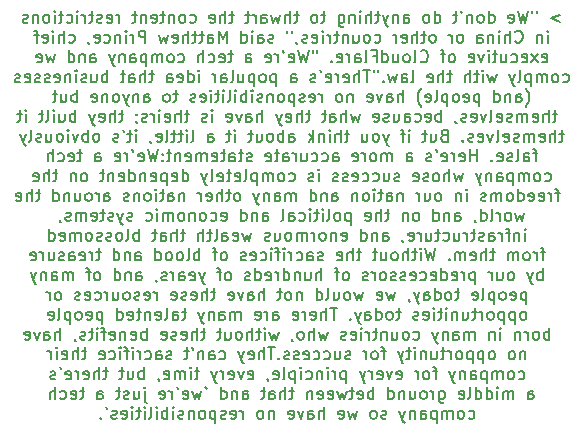
<source format=gbo>
G04 #@! TF.GenerationSoftware,KiCad,Pcbnew,5.0.0-rc2*
G04 #@! TF.CreationDate,2018-12-17T23:44:03-05:00*
G04 #@! TF.ProjectId,ZMHW_Map,5A4D48575F4D61702E6B696361645F70,rev?*
G04 #@! TF.SameCoordinates,Original*
G04 #@! TF.FileFunction,Legend,Bot*
G04 #@! TF.FilePolarity,Positive*
%FSLAX46Y46*%
G04 Gerber Fmt 4.6, Leading zero omitted, Abs format (unit mm)*
G04 Created by KiCad (PCBNEW 5.0.0-rc2) date Mon Dec 17 23:44:03 2018*
%MOMM*%
%LPD*%
G01*
G04 APERTURE LIST*
%ADD10C,0.152400*%
G04 APERTURE END LIST*
D10*
X209816095Y-64298285D02*
X209041999Y-64588571D01*
X209816095Y-64878857D01*
X207832476Y-63959619D02*
X207832476Y-64153142D01*
X207445428Y-63959619D02*
X207445428Y-64153142D01*
X207106761Y-63959619D02*
X206864857Y-64975619D01*
X206671333Y-64249904D01*
X206477809Y-64975619D01*
X206235904Y-63959619D01*
X205461809Y-64927238D02*
X205558571Y-64975619D01*
X205752095Y-64975619D01*
X205848857Y-64927238D01*
X205897238Y-64830476D01*
X205897238Y-64443428D01*
X205848857Y-64346666D01*
X205752095Y-64298285D01*
X205558571Y-64298285D01*
X205461809Y-64346666D01*
X205413428Y-64443428D01*
X205413428Y-64540190D01*
X205897238Y-64636952D01*
X203768476Y-64975619D02*
X203768476Y-63959619D01*
X203768476Y-64927238D02*
X203865238Y-64975619D01*
X204058761Y-64975619D01*
X204155523Y-64927238D01*
X204203904Y-64878857D01*
X204252285Y-64782095D01*
X204252285Y-64491809D01*
X204203904Y-64395047D01*
X204155523Y-64346666D01*
X204058761Y-64298285D01*
X203865238Y-64298285D01*
X203768476Y-64346666D01*
X203139523Y-64975619D02*
X203236285Y-64927238D01*
X203284666Y-64878857D01*
X203333047Y-64782095D01*
X203333047Y-64491809D01*
X203284666Y-64395047D01*
X203236285Y-64346666D01*
X203139523Y-64298285D01*
X202994380Y-64298285D01*
X202897619Y-64346666D01*
X202849238Y-64395047D01*
X202800857Y-64491809D01*
X202800857Y-64782095D01*
X202849238Y-64878857D01*
X202897619Y-64927238D01*
X202994380Y-64975619D01*
X203139523Y-64975619D01*
X202365428Y-64298285D02*
X202365428Y-64975619D01*
X202365428Y-64395047D02*
X202317047Y-64346666D01*
X202220285Y-64298285D01*
X202075142Y-64298285D01*
X201978380Y-64346666D01*
X201929999Y-64443428D01*
X201929999Y-64975619D01*
X201397809Y-63959619D02*
X201397809Y-64008000D01*
X201446190Y-64104761D01*
X201494571Y-64153142D01*
X201107523Y-64298285D02*
X200720476Y-64298285D01*
X200962380Y-63959619D02*
X200962380Y-64830476D01*
X200913999Y-64927238D01*
X200817238Y-64975619D01*
X200720476Y-64975619D01*
X199172285Y-64975619D02*
X199172285Y-63959619D01*
X199172285Y-64927238D02*
X199269047Y-64975619D01*
X199462571Y-64975619D01*
X199559333Y-64927238D01*
X199607714Y-64878857D01*
X199656095Y-64782095D01*
X199656095Y-64491809D01*
X199607714Y-64395047D01*
X199559333Y-64346666D01*
X199462571Y-64298285D01*
X199269047Y-64298285D01*
X199172285Y-64346666D01*
X198543333Y-64975619D02*
X198640095Y-64927238D01*
X198688476Y-64878857D01*
X198736857Y-64782095D01*
X198736857Y-64491809D01*
X198688476Y-64395047D01*
X198640095Y-64346666D01*
X198543333Y-64298285D01*
X198398190Y-64298285D01*
X198301428Y-64346666D01*
X198253047Y-64395047D01*
X198204666Y-64491809D01*
X198204666Y-64782095D01*
X198253047Y-64878857D01*
X198301428Y-64927238D01*
X198398190Y-64975619D01*
X198543333Y-64975619D01*
X196559714Y-64975619D02*
X196559714Y-64443428D01*
X196608095Y-64346666D01*
X196704857Y-64298285D01*
X196898380Y-64298285D01*
X196995142Y-64346666D01*
X196559714Y-64927238D02*
X196656476Y-64975619D01*
X196898380Y-64975619D01*
X196995142Y-64927238D01*
X197043523Y-64830476D01*
X197043523Y-64733714D01*
X196995142Y-64636952D01*
X196898380Y-64588571D01*
X196656476Y-64588571D01*
X196559714Y-64540190D01*
X196075904Y-64298285D02*
X196075904Y-64975619D01*
X196075904Y-64395047D02*
X196027523Y-64346666D01*
X195930761Y-64298285D01*
X195785619Y-64298285D01*
X195688857Y-64346666D01*
X195640476Y-64443428D01*
X195640476Y-64975619D01*
X195253428Y-64298285D02*
X195011523Y-64975619D01*
X194769619Y-64298285D02*
X195011523Y-64975619D01*
X195108285Y-65217523D01*
X195156666Y-65265904D01*
X195253428Y-65314285D01*
X194527714Y-64298285D02*
X194140666Y-64298285D01*
X194382571Y-63959619D02*
X194382571Y-64830476D01*
X194334190Y-64927238D01*
X194237428Y-64975619D01*
X194140666Y-64975619D01*
X193801999Y-64975619D02*
X193801999Y-63959619D01*
X193366571Y-64975619D02*
X193366571Y-64443428D01*
X193414952Y-64346666D01*
X193511714Y-64298285D01*
X193656857Y-64298285D01*
X193753619Y-64346666D01*
X193801999Y-64395047D01*
X192882761Y-64975619D02*
X192882761Y-64298285D01*
X192882761Y-63959619D02*
X192931142Y-64008000D01*
X192882761Y-64056380D01*
X192834380Y-64008000D01*
X192882761Y-63959619D01*
X192882761Y-64056380D01*
X192398952Y-64298285D02*
X192398952Y-64975619D01*
X192398952Y-64395047D02*
X192350571Y-64346666D01*
X192253809Y-64298285D01*
X192108666Y-64298285D01*
X192011904Y-64346666D01*
X191963523Y-64443428D01*
X191963523Y-64975619D01*
X191044285Y-64298285D02*
X191044285Y-65120761D01*
X191092666Y-65217523D01*
X191141047Y-65265904D01*
X191237809Y-65314285D01*
X191382952Y-65314285D01*
X191479714Y-65265904D01*
X191044285Y-64927238D02*
X191141047Y-64975619D01*
X191334571Y-64975619D01*
X191431333Y-64927238D01*
X191479714Y-64878857D01*
X191528095Y-64782095D01*
X191528095Y-64491809D01*
X191479714Y-64395047D01*
X191431333Y-64346666D01*
X191334571Y-64298285D01*
X191141047Y-64298285D01*
X191044285Y-64346666D01*
X189931523Y-64298285D02*
X189544476Y-64298285D01*
X189786380Y-63959619D02*
X189786380Y-64830476D01*
X189737999Y-64927238D01*
X189641238Y-64975619D01*
X189544476Y-64975619D01*
X189060666Y-64975619D02*
X189157428Y-64927238D01*
X189205809Y-64878857D01*
X189254190Y-64782095D01*
X189254190Y-64491809D01*
X189205809Y-64395047D01*
X189157428Y-64346666D01*
X189060666Y-64298285D01*
X188915523Y-64298285D01*
X188818761Y-64346666D01*
X188770380Y-64395047D01*
X188721999Y-64491809D01*
X188721999Y-64782095D01*
X188770380Y-64878857D01*
X188818761Y-64927238D01*
X188915523Y-64975619D01*
X189060666Y-64975619D01*
X187657619Y-64298285D02*
X187270571Y-64298285D01*
X187512476Y-63959619D02*
X187512476Y-64830476D01*
X187464095Y-64927238D01*
X187367333Y-64975619D01*
X187270571Y-64975619D01*
X186931904Y-64975619D02*
X186931904Y-63959619D01*
X186496476Y-64975619D02*
X186496476Y-64443428D01*
X186544857Y-64346666D01*
X186641619Y-64298285D01*
X186786761Y-64298285D01*
X186883523Y-64346666D01*
X186931904Y-64395047D01*
X186109428Y-64298285D02*
X185915904Y-64975619D01*
X185722380Y-64491809D01*
X185528857Y-64975619D01*
X185335333Y-64298285D01*
X184512857Y-64975619D02*
X184512857Y-64443428D01*
X184561238Y-64346666D01*
X184657999Y-64298285D01*
X184851523Y-64298285D01*
X184948285Y-64346666D01*
X184512857Y-64927238D02*
X184609619Y-64975619D01*
X184851523Y-64975619D01*
X184948285Y-64927238D01*
X184996666Y-64830476D01*
X184996666Y-64733714D01*
X184948285Y-64636952D01*
X184851523Y-64588571D01*
X184609619Y-64588571D01*
X184512857Y-64540190D01*
X184029047Y-64975619D02*
X184029047Y-64298285D01*
X184029047Y-64491809D02*
X183980666Y-64395047D01*
X183932285Y-64346666D01*
X183835523Y-64298285D01*
X183738761Y-64298285D01*
X183545238Y-64298285D02*
X183158190Y-64298285D01*
X183400095Y-63959619D02*
X183400095Y-64830476D01*
X183351714Y-64927238D01*
X183254952Y-64975619D01*
X183158190Y-64975619D01*
X182190571Y-64298285D02*
X181803523Y-64298285D01*
X182045428Y-63959619D02*
X182045428Y-64830476D01*
X181997047Y-64927238D01*
X181900285Y-64975619D01*
X181803523Y-64975619D01*
X181464857Y-64975619D02*
X181464857Y-63959619D01*
X181029428Y-64975619D02*
X181029428Y-64443428D01*
X181077809Y-64346666D01*
X181174571Y-64298285D01*
X181319714Y-64298285D01*
X181416476Y-64346666D01*
X181464857Y-64395047D01*
X180158571Y-64927238D02*
X180255333Y-64975619D01*
X180448857Y-64975619D01*
X180545619Y-64927238D01*
X180594000Y-64830476D01*
X180594000Y-64443428D01*
X180545619Y-64346666D01*
X180448857Y-64298285D01*
X180255333Y-64298285D01*
X180158571Y-64346666D01*
X180110190Y-64443428D01*
X180110190Y-64540190D01*
X180594000Y-64636952D01*
X178465238Y-64927238D02*
X178561999Y-64975619D01*
X178755523Y-64975619D01*
X178852285Y-64927238D01*
X178900666Y-64878857D01*
X178949047Y-64782095D01*
X178949047Y-64491809D01*
X178900666Y-64395047D01*
X178852285Y-64346666D01*
X178755523Y-64298285D01*
X178561999Y-64298285D01*
X178465238Y-64346666D01*
X177884666Y-64975619D02*
X177981428Y-64927238D01*
X178029809Y-64878857D01*
X178078190Y-64782095D01*
X178078190Y-64491809D01*
X178029809Y-64395047D01*
X177981428Y-64346666D01*
X177884666Y-64298285D01*
X177739523Y-64298285D01*
X177642761Y-64346666D01*
X177594380Y-64395047D01*
X177545999Y-64491809D01*
X177545999Y-64782095D01*
X177594380Y-64878857D01*
X177642761Y-64927238D01*
X177739523Y-64975619D01*
X177884666Y-64975619D01*
X177110571Y-64298285D02*
X177110571Y-64975619D01*
X177110571Y-64395047D02*
X177062190Y-64346666D01*
X176965428Y-64298285D01*
X176820285Y-64298285D01*
X176723523Y-64346666D01*
X176675142Y-64443428D01*
X176675142Y-64975619D01*
X176336476Y-64298285D02*
X175949428Y-64298285D01*
X176191333Y-63959619D02*
X176191333Y-64830476D01*
X176142952Y-64927238D01*
X176046190Y-64975619D01*
X175949428Y-64975619D01*
X175223714Y-64927238D02*
X175320476Y-64975619D01*
X175513999Y-64975619D01*
X175610761Y-64927238D01*
X175659142Y-64830476D01*
X175659142Y-64443428D01*
X175610761Y-64346666D01*
X175513999Y-64298285D01*
X175320476Y-64298285D01*
X175223714Y-64346666D01*
X175175333Y-64443428D01*
X175175333Y-64540190D01*
X175659142Y-64636952D01*
X174739904Y-64298285D02*
X174739904Y-64975619D01*
X174739904Y-64395047D02*
X174691523Y-64346666D01*
X174594761Y-64298285D01*
X174449619Y-64298285D01*
X174352857Y-64346666D01*
X174304476Y-64443428D01*
X174304476Y-64975619D01*
X173965809Y-64298285D02*
X173578761Y-64298285D01*
X173820666Y-63959619D02*
X173820666Y-64830476D01*
X173772285Y-64927238D01*
X173675523Y-64975619D01*
X173578761Y-64975619D01*
X172465999Y-64975619D02*
X172465999Y-64298285D01*
X172465999Y-64491809D02*
X172417619Y-64395047D01*
X172369238Y-64346666D01*
X172272476Y-64298285D01*
X172175714Y-64298285D01*
X171449999Y-64927238D02*
X171546761Y-64975619D01*
X171740285Y-64975619D01*
X171837047Y-64927238D01*
X171885428Y-64830476D01*
X171885428Y-64443428D01*
X171837047Y-64346666D01*
X171740285Y-64298285D01*
X171546761Y-64298285D01*
X171449999Y-64346666D01*
X171401619Y-64443428D01*
X171401619Y-64540190D01*
X171885428Y-64636952D01*
X171014571Y-64927238D02*
X170917809Y-64975619D01*
X170724285Y-64975619D01*
X170627523Y-64927238D01*
X170579142Y-64830476D01*
X170579142Y-64782095D01*
X170627523Y-64685333D01*
X170724285Y-64636952D01*
X170869428Y-64636952D01*
X170966190Y-64588571D01*
X171014571Y-64491809D01*
X171014571Y-64443428D01*
X170966190Y-64346666D01*
X170869428Y-64298285D01*
X170724285Y-64298285D01*
X170627523Y-64346666D01*
X170288857Y-64298285D02*
X169901809Y-64298285D01*
X170143714Y-63959619D02*
X170143714Y-64830476D01*
X170095333Y-64927238D01*
X169998571Y-64975619D01*
X169901809Y-64975619D01*
X169563142Y-64975619D02*
X169563142Y-64298285D01*
X169563142Y-64491809D02*
X169514761Y-64395047D01*
X169466380Y-64346666D01*
X169369619Y-64298285D01*
X169272857Y-64298285D01*
X168934190Y-64975619D02*
X168934190Y-64298285D01*
X168934190Y-63959619D02*
X168982571Y-64008000D01*
X168934190Y-64056380D01*
X168885809Y-64008000D01*
X168934190Y-63959619D01*
X168934190Y-64056380D01*
X168014952Y-64927238D02*
X168111714Y-64975619D01*
X168305238Y-64975619D01*
X168401999Y-64927238D01*
X168450380Y-64878857D01*
X168498761Y-64782095D01*
X168498761Y-64491809D01*
X168450380Y-64395047D01*
X168401999Y-64346666D01*
X168305238Y-64298285D01*
X168111714Y-64298285D01*
X168014952Y-64346666D01*
X167724666Y-64298285D02*
X167337619Y-64298285D01*
X167579523Y-63959619D02*
X167579523Y-64830476D01*
X167531142Y-64927238D01*
X167434380Y-64975619D01*
X167337619Y-64975619D01*
X166998952Y-64975619D02*
X166998952Y-64298285D01*
X166998952Y-63959619D02*
X167047333Y-64008000D01*
X166998952Y-64056380D01*
X166950571Y-64008000D01*
X166998952Y-63959619D01*
X166998952Y-64056380D01*
X166369999Y-64975619D02*
X166466761Y-64927238D01*
X166515142Y-64878857D01*
X166563523Y-64782095D01*
X166563523Y-64491809D01*
X166515142Y-64395047D01*
X166466761Y-64346666D01*
X166369999Y-64298285D01*
X166224857Y-64298285D01*
X166128095Y-64346666D01*
X166079714Y-64395047D01*
X166031333Y-64491809D01*
X166031333Y-64782095D01*
X166079714Y-64878857D01*
X166128095Y-64927238D01*
X166224857Y-64975619D01*
X166369999Y-64975619D01*
X165595904Y-64298285D02*
X165595904Y-64975619D01*
X165595904Y-64395047D02*
X165547523Y-64346666D01*
X165450761Y-64298285D01*
X165305619Y-64298285D01*
X165208857Y-64346666D01*
X165160476Y-64443428D01*
X165160476Y-64975619D01*
X164725047Y-64927238D02*
X164628285Y-64975619D01*
X164434761Y-64975619D01*
X164337999Y-64927238D01*
X164289619Y-64830476D01*
X164289619Y-64782095D01*
X164337999Y-64685333D01*
X164434761Y-64636952D01*
X164579904Y-64636952D01*
X164676666Y-64588571D01*
X164725047Y-64491809D01*
X164725047Y-64443428D01*
X164676666Y-64346666D01*
X164579904Y-64298285D01*
X164434761Y-64298285D01*
X164337999Y-64346666D01*
X208751714Y-66652019D02*
X208751714Y-65974685D01*
X208751714Y-65636019D02*
X208800095Y-65684400D01*
X208751714Y-65732780D01*
X208703333Y-65684400D01*
X208751714Y-65636019D01*
X208751714Y-65732780D01*
X208267904Y-65974685D02*
X208267904Y-66652019D01*
X208267904Y-66071447D02*
X208219523Y-66023066D01*
X208122761Y-65974685D01*
X207977619Y-65974685D01*
X207880857Y-66023066D01*
X207832476Y-66119828D01*
X207832476Y-66652019D01*
X205993999Y-66555257D02*
X206042380Y-66603638D01*
X206187523Y-66652019D01*
X206284285Y-66652019D01*
X206429428Y-66603638D01*
X206526190Y-66506876D01*
X206574571Y-66410114D01*
X206622952Y-66216590D01*
X206622952Y-66071447D01*
X206574571Y-65877923D01*
X206526190Y-65781161D01*
X206429428Y-65684400D01*
X206284285Y-65636019D01*
X206187523Y-65636019D01*
X206042380Y-65684400D01*
X205993999Y-65732780D01*
X205558571Y-66652019D02*
X205558571Y-65636019D01*
X205123142Y-66652019D02*
X205123142Y-66119828D01*
X205171523Y-66023066D01*
X205268285Y-65974685D01*
X205413428Y-65974685D01*
X205510190Y-66023066D01*
X205558571Y-66071447D01*
X204639333Y-66652019D02*
X204639333Y-65974685D01*
X204639333Y-65636019D02*
X204687714Y-65684400D01*
X204639333Y-65732780D01*
X204590952Y-65684400D01*
X204639333Y-65636019D01*
X204639333Y-65732780D01*
X204155523Y-65974685D02*
X204155523Y-66652019D01*
X204155523Y-66071447D02*
X204107142Y-66023066D01*
X204010380Y-65974685D01*
X203865238Y-65974685D01*
X203768476Y-66023066D01*
X203720095Y-66119828D01*
X203720095Y-66652019D01*
X202800857Y-66652019D02*
X202800857Y-66119828D01*
X202849238Y-66023066D01*
X202945999Y-65974685D01*
X203139523Y-65974685D01*
X203236285Y-66023066D01*
X202800857Y-66603638D02*
X202897619Y-66652019D01*
X203139523Y-66652019D01*
X203236285Y-66603638D01*
X203284666Y-66506876D01*
X203284666Y-66410114D01*
X203236285Y-66313352D01*
X203139523Y-66264971D01*
X202897619Y-66264971D01*
X202800857Y-66216590D01*
X201397809Y-66652019D02*
X201494571Y-66603638D01*
X201542952Y-66555257D01*
X201591333Y-66458495D01*
X201591333Y-66168209D01*
X201542952Y-66071447D01*
X201494571Y-66023066D01*
X201397809Y-65974685D01*
X201252666Y-65974685D01*
X201155904Y-66023066D01*
X201107523Y-66071447D01*
X201059142Y-66168209D01*
X201059142Y-66458495D01*
X201107523Y-66555257D01*
X201155904Y-66603638D01*
X201252666Y-66652019D01*
X201397809Y-66652019D01*
X200623714Y-66652019D02*
X200623714Y-65974685D01*
X200623714Y-66168209D02*
X200575333Y-66071447D01*
X200526952Y-66023066D01*
X200430190Y-65974685D01*
X200333428Y-65974685D01*
X199075523Y-66652019D02*
X199172285Y-66603638D01*
X199220666Y-66555257D01*
X199269047Y-66458495D01*
X199269047Y-66168209D01*
X199220666Y-66071447D01*
X199172285Y-66023066D01*
X199075523Y-65974685D01*
X198930380Y-65974685D01*
X198833619Y-66023066D01*
X198785238Y-66071447D01*
X198736857Y-66168209D01*
X198736857Y-66458495D01*
X198785238Y-66555257D01*
X198833619Y-66603638D01*
X198930380Y-66652019D01*
X199075523Y-66652019D01*
X198446571Y-65974685D02*
X198059523Y-65974685D01*
X198301428Y-65636019D02*
X198301428Y-66506876D01*
X198253047Y-66603638D01*
X198156285Y-66652019D01*
X198059523Y-66652019D01*
X197720857Y-66652019D02*
X197720857Y-65636019D01*
X197285428Y-66652019D02*
X197285428Y-66119828D01*
X197333809Y-66023066D01*
X197430571Y-65974685D01*
X197575714Y-65974685D01*
X197672476Y-66023066D01*
X197720857Y-66071447D01*
X196414571Y-66603638D02*
X196511333Y-66652019D01*
X196704857Y-66652019D01*
X196801619Y-66603638D01*
X196849999Y-66506876D01*
X196849999Y-66119828D01*
X196801619Y-66023066D01*
X196704857Y-65974685D01*
X196511333Y-65974685D01*
X196414571Y-66023066D01*
X196366190Y-66119828D01*
X196366190Y-66216590D01*
X196849999Y-66313352D01*
X195930761Y-66652019D02*
X195930761Y-65974685D01*
X195930761Y-66168209D02*
X195882380Y-66071447D01*
X195833999Y-66023066D01*
X195737238Y-65974685D01*
X195640476Y-65974685D01*
X194092285Y-66603638D02*
X194189047Y-66652019D01*
X194382571Y-66652019D01*
X194479333Y-66603638D01*
X194527714Y-66555257D01*
X194576095Y-66458495D01*
X194576095Y-66168209D01*
X194527714Y-66071447D01*
X194479333Y-66023066D01*
X194382571Y-65974685D01*
X194189047Y-65974685D01*
X194092285Y-66023066D01*
X193511714Y-66652019D02*
X193608476Y-66603638D01*
X193656857Y-66555257D01*
X193705238Y-66458495D01*
X193705238Y-66168209D01*
X193656857Y-66071447D01*
X193608476Y-66023066D01*
X193511714Y-65974685D01*
X193366571Y-65974685D01*
X193269809Y-66023066D01*
X193221428Y-66071447D01*
X193173047Y-66168209D01*
X193173047Y-66458495D01*
X193221428Y-66555257D01*
X193269809Y-66603638D01*
X193366571Y-66652019D01*
X193511714Y-66652019D01*
X192302190Y-65974685D02*
X192302190Y-66652019D01*
X192737619Y-65974685D02*
X192737619Y-66506876D01*
X192689238Y-66603638D01*
X192592476Y-66652019D01*
X192447333Y-66652019D01*
X192350571Y-66603638D01*
X192302190Y-66555257D01*
X191818380Y-65974685D02*
X191818380Y-66652019D01*
X191818380Y-66071447D02*
X191769999Y-66023066D01*
X191673238Y-65974685D01*
X191528095Y-65974685D01*
X191431333Y-66023066D01*
X191382952Y-66119828D01*
X191382952Y-66652019D01*
X191044285Y-65974685D02*
X190657238Y-65974685D01*
X190899142Y-65636019D02*
X190899142Y-66506876D01*
X190850761Y-66603638D01*
X190753999Y-66652019D01*
X190657238Y-66652019D01*
X190318571Y-66652019D02*
X190318571Y-65974685D01*
X190318571Y-66168209D02*
X190270190Y-66071447D01*
X190221809Y-66023066D01*
X190125047Y-65974685D01*
X190028285Y-65974685D01*
X189689619Y-66652019D02*
X189689619Y-65974685D01*
X189689619Y-65636019D02*
X189737999Y-65684400D01*
X189689619Y-65732780D01*
X189641238Y-65684400D01*
X189689619Y-65636019D01*
X189689619Y-65732780D01*
X188818761Y-66603638D02*
X188915523Y-66652019D01*
X189109047Y-66652019D01*
X189205809Y-66603638D01*
X189254190Y-66506876D01*
X189254190Y-66119828D01*
X189205809Y-66023066D01*
X189109047Y-65974685D01*
X188915523Y-65974685D01*
X188818761Y-66023066D01*
X188770380Y-66119828D01*
X188770380Y-66216590D01*
X189254190Y-66313352D01*
X188383333Y-66603638D02*
X188286571Y-66652019D01*
X188093047Y-66652019D01*
X187996285Y-66603638D01*
X187947904Y-66506876D01*
X187947904Y-66458495D01*
X187996285Y-66361733D01*
X188093047Y-66313352D01*
X188238190Y-66313352D01*
X188334952Y-66264971D01*
X188383333Y-66168209D01*
X188383333Y-66119828D01*
X188334952Y-66023066D01*
X188238190Y-65974685D01*
X188093047Y-65974685D01*
X187996285Y-66023066D01*
X187464095Y-66603638D02*
X187464095Y-66652019D01*
X187512476Y-66748780D01*
X187560857Y-66797161D01*
X187077047Y-65636019D02*
X187077047Y-65829542D01*
X186689999Y-65636019D02*
X186689999Y-65829542D01*
X185528857Y-66603638D02*
X185432095Y-66652019D01*
X185238571Y-66652019D01*
X185141809Y-66603638D01*
X185093428Y-66506876D01*
X185093428Y-66458495D01*
X185141809Y-66361733D01*
X185238571Y-66313352D01*
X185383714Y-66313352D01*
X185480476Y-66264971D01*
X185528857Y-66168209D01*
X185528857Y-66119828D01*
X185480476Y-66023066D01*
X185383714Y-65974685D01*
X185238571Y-65974685D01*
X185141809Y-66023066D01*
X184222571Y-66652019D02*
X184222571Y-66119828D01*
X184270952Y-66023066D01*
X184367714Y-65974685D01*
X184561238Y-65974685D01*
X184657999Y-66023066D01*
X184222571Y-66603638D02*
X184319333Y-66652019D01*
X184561238Y-66652019D01*
X184657999Y-66603638D01*
X184706380Y-66506876D01*
X184706380Y-66410114D01*
X184657999Y-66313352D01*
X184561238Y-66264971D01*
X184319333Y-66264971D01*
X184222571Y-66216590D01*
X183738761Y-66652019D02*
X183738761Y-65974685D01*
X183738761Y-65636019D02*
X183787142Y-65684400D01*
X183738761Y-65732780D01*
X183690380Y-65684400D01*
X183738761Y-65636019D01*
X183738761Y-65732780D01*
X182819523Y-66652019D02*
X182819523Y-65636019D01*
X182819523Y-66603638D02*
X182916285Y-66652019D01*
X183109809Y-66652019D01*
X183206571Y-66603638D01*
X183254952Y-66555257D01*
X183303333Y-66458495D01*
X183303333Y-66168209D01*
X183254952Y-66071447D01*
X183206571Y-66023066D01*
X183109809Y-65974685D01*
X182916285Y-65974685D01*
X182819523Y-66023066D01*
X181561619Y-66652019D02*
X181561619Y-65636019D01*
X181222952Y-66361733D01*
X180884285Y-65636019D01*
X180884285Y-66652019D01*
X179965047Y-66652019D02*
X179965047Y-66119828D01*
X180013428Y-66023066D01*
X180110190Y-65974685D01*
X180303714Y-65974685D01*
X180400476Y-66023066D01*
X179965047Y-66603638D02*
X180061809Y-66652019D01*
X180303714Y-66652019D01*
X180400476Y-66603638D01*
X180448857Y-66506876D01*
X180448857Y-66410114D01*
X180400476Y-66313352D01*
X180303714Y-66264971D01*
X180061809Y-66264971D01*
X179965047Y-66216590D01*
X179626380Y-65974685D02*
X179239333Y-65974685D01*
X179481238Y-65636019D02*
X179481238Y-66506876D01*
X179432857Y-66603638D01*
X179336095Y-66652019D01*
X179239333Y-66652019D01*
X179045809Y-65974685D02*
X178658761Y-65974685D01*
X178900666Y-65636019D02*
X178900666Y-66506876D01*
X178852285Y-66603638D01*
X178755523Y-66652019D01*
X178658761Y-66652019D01*
X178320095Y-66652019D02*
X178320095Y-65636019D01*
X177884666Y-66652019D02*
X177884666Y-66119828D01*
X177933047Y-66023066D01*
X178029809Y-65974685D01*
X178174952Y-65974685D01*
X178271714Y-66023066D01*
X178320095Y-66071447D01*
X177013809Y-66603638D02*
X177110571Y-66652019D01*
X177304095Y-66652019D01*
X177400857Y-66603638D01*
X177449238Y-66506876D01*
X177449238Y-66119828D01*
X177400857Y-66023066D01*
X177304095Y-65974685D01*
X177110571Y-65974685D01*
X177013809Y-66023066D01*
X176965428Y-66119828D01*
X176965428Y-66216590D01*
X177449238Y-66313352D01*
X176626761Y-65974685D02*
X176433238Y-66652019D01*
X176239714Y-66168209D01*
X176046190Y-66652019D01*
X175852666Y-65974685D01*
X174691523Y-66652019D02*
X174691523Y-65636019D01*
X174304476Y-65636019D01*
X174207714Y-65684400D01*
X174159333Y-65732780D01*
X174110952Y-65829542D01*
X174110952Y-65974685D01*
X174159333Y-66071447D01*
X174207714Y-66119828D01*
X174304476Y-66168209D01*
X174691523Y-66168209D01*
X173675523Y-66652019D02*
X173675523Y-65974685D01*
X173675523Y-66168209D02*
X173627142Y-66071447D01*
X173578761Y-66023066D01*
X173482000Y-65974685D01*
X173385238Y-65974685D01*
X173046571Y-66652019D02*
X173046571Y-65974685D01*
X173046571Y-65636019D02*
X173094952Y-65684400D01*
X173046571Y-65732780D01*
X172998190Y-65684400D01*
X173046571Y-65636019D01*
X173046571Y-65732780D01*
X172562761Y-65974685D02*
X172562761Y-66652019D01*
X172562761Y-66071447D02*
X172514380Y-66023066D01*
X172417619Y-65974685D01*
X172272476Y-65974685D01*
X172175714Y-66023066D01*
X172127333Y-66119828D01*
X172127333Y-66652019D01*
X171208095Y-66603638D02*
X171304857Y-66652019D01*
X171498380Y-66652019D01*
X171595142Y-66603638D01*
X171643523Y-66555257D01*
X171691904Y-66458495D01*
X171691904Y-66168209D01*
X171643523Y-66071447D01*
X171595142Y-66023066D01*
X171498380Y-65974685D01*
X171304857Y-65974685D01*
X171208095Y-66023066D01*
X170385619Y-66603638D02*
X170482380Y-66652019D01*
X170675904Y-66652019D01*
X170772666Y-66603638D01*
X170821047Y-66506876D01*
X170821047Y-66119828D01*
X170772666Y-66023066D01*
X170675904Y-65974685D01*
X170482380Y-65974685D01*
X170385619Y-66023066D01*
X170337238Y-66119828D01*
X170337238Y-66216590D01*
X170821047Y-66313352D01*
X169853428Y-66603638D02*
X169853428Y-66652019D01*
X169901809Y-66748780D01*
X169950190Y-66797161D01*
X168208476Y-66603638D02*
X168305238Y-66652019D01*
X168498761Y-66652019D01*
X168595523Y-66603638D01*
X168643904Y-66555257D01*
X168692285Y-66458495D01*
X168692285Y-66168209D01*
X168643904Y-66071447D01*
X168595523Y-66023066D01*
X168498761Y-65974685D01*
X168305238Y-65974685D01*
X168208476Y-66023066D01*
X167773047Y-66652019D02*
X167773047Y-65636019D01*
X167337619Y-66652019D02*
X167337619Y-66119828D01*
X167386000Y-66023066D01*
X167482761Y-65974685D01*
X167627904Y-65974685D01*
X167724666Y-66023066D01*
X167773047Y-66071447D01*
X166853809Y-66652019D02*
X166853809Y-65974685D01*
X166853809Y-65636019D02*
X166902190Y-65684400D01*
X166853809Y-65732780D01*
X166805428Y-65684400D01*
X166853809Y-65636019D01*
X166853809Y-65732780D01*
X165982952Y-66603638D02*
X166079714Y-66652019D01*
X166273238Y-66652019D01*
X166370000Y-66603638D01*
X166418380Y-66506876D01*
X166418380Y-66119828D01*
X166370000Y-66023066D01*
X166273238Y-65974685D01*
X166079714Y-65974685D01*
X165982952Y-66023066D01*
X165934571Y-66119828D01*
X165934571Y-66216590D01*
X166418380Y-66313352D01*
X165644285Y-65974685D02*
X165257238Y-65974685D01*
X165499142Y-66652019D02*
X165499142Y-65781161D01*
X165450761Y-65684400D01*
X165354000Y-65636019D01*
X165257238Y-65636019D01*
X208292095Y-68280038D02*
X208388857Y-68328419D01*
X208582380Y-68328419D01*
X208679142Y-68280038D01*
X208727523Y-68183276D01*
X208727523Y-67796228D01*
X208679142Y-67699466D01*
X208582380Y-67651085D01*
X208388857Y-67651085D01*
X208292095Y-67699466D01*
X208243714Y-67796228D01*
X208243714Y-67892990D01*
X208727523Y-67989752D01*
X207905047Y-68328419D02*
X207372857Y-67651085D01*
X207905047Y-67651085D02*
X207372857Y-68328419D01*
X206598761Y-68280038D02*
X206695523Y-68328419D01*
X206889047Y-68328419D01*
X206985809Y-68280038D01*
X207034190Y-68183276D01*
X207034190Y-67796228D01*
X206985809Y-67699466D01*
X206889047Y-67651085D01*
X206695523Y-67651085D01*
X206598761Y-67699466D01*
X206550380Y-67796228D01*
X206550380Y-67892990D01*
X207034190Y-67989752D01*
X205679523Y-68280038D02*
X205776285Y-68328419D01*
X205969809Y-68328419D01*
X206066571Y-68280038D01*
X206114952Y-68231657D01*
X206163333Y-68134895D01*
X206163333Y-67844609D01*
X206114952Y-67747847D01*
X206066571Y-67699466D01*
X205969809Y-67651085D01*
X205776285Y-67651085D01*
X205679523Y-67699466D01*
X204808666Y-67651085D02*
X204808666Y-68328419D01*
X205244095Y-67651085D02*
X205244095Y-68183276D01*
X205195714Y-68280038D01*
X205098952Y-68328419D01*
X204953809Y-68328419D01*
X204857047Y-68280038D01*
X204808666Y-68231657D01*
X204470000Y-67651085D02*
X204082952Y-67651085D01*
X204324857Y-67312419D02*
X204324857Y-68183276D01*
X204276476Y-68280038D01*
X204179714Y-68328419D01*
X204082952Y-68328419D01*
X203744285Y-68328419D02*
X203744285Y-67651085D01*
X203744285Y-67312419D02*
X203792666Y-67360800D01*
X203744285Y-67409180D01*
X203695904Y-67360800D01*
X203744285Y-67312419D01*
X203744285Y-67409180D01*
X203357238Y-67651085D02*
X203115333Y-68328419D01*
X202873428Y-67651085D01*
X202099333Y-68280038D02*
X202196095Y-68328419D01*
X202389619Y-68328419D01*
X202486380Y-68280038D01*
X202534761Y-68183276D01*
X202534761Y-67796228D01*
X202486380Y-67699466D01*
X202389619Y-67651085D01*
X202196095Y-67651085D01*
X202099333Y-67699466D01*
X202050952Y-67796228D01*
X202050952Y-67892990D01*
X202534761Y-67989752D01*
X200696285Y-68328419D02*
X200793047Y-68280038D01*
X200841428Y-68231657D01*
X200889809Y-68134895D01*
X200889809Y-67844609D01*
X200841428Y-67747847D01*
X200793047Y-67699466D01*
X200696285Y-67651085D01*
X200551142Y-67651085D01*
X200454380Y-67699466D01*
X200406000Y-67747847D01*
X200357619Y-67844609D01*
X200357619Y-68134895D01*
X200406000Y-68231657D01*
X200454380Y-68280038D01*
X200551142Y-68328419D01*
X200696285Y-68328419D01*
X200067333Y-67651085D02*
X199680285Y-67651085D01*
X199922190Y-68328419D02*
X199922190Y-67457561D01*
X199873809Y-67360800D01*
X199777047Y-67312419D01*
X199680285Y-67312419D01*
X197986952Y-68231657D02*
X198035333Y-68280038D01*
X198180476Y-68328419D01*
X198277238Y-68328419D01*
X198422380Y-68280038D01*
X198519142Y-68183276D01*
X198567523Y-68086514D01*
X198615904Y-67892990D01*
X198615904Y-67747847D01*
X198567523Y-67554323D01*
X198519142Y-67457561D01*
X198422380Y-67360800D01*
X198277238Y-67312419D01*
X198180476Y-67312419D01*
X198035333Y-67360800D01*
X197986952Y-67409180D01*
X197406380Y-68328419D02*
X197503142Y-68280038D01*
X197551523Y-68183276D01*
X197551523Y-67312419D01*
X196874190Y-68328419D02*
X196970952Y-68280038D01*
X197019333Y-68231657D01*
X197067714Y-68134895D01*
X197067714Y-67844609D01*
X197019333Y-67747847D01*
X196970952Y-67699466D01*
X196874190Y-67651085D01*
X196729047Y-67651085D01*
X196632285Y-67699466D01*
X196583904Y-67747847D01*
X196535523Y-67844609D01*
X196535523Y-68134895D01*
X196583904Y-68231657D01*
X196632285Y-68280038D01*
X196729047Y-68328419D01*
X196874190Y-68328419D01*
X195664666Y-67651085D02*
X195664666Y-68328419D01*
X196100095Y-67651085D02*
X196100095Y-68183276D01*
X196051714Y-68280038D01*
X195954952Y-68328419D01*
X195809809Y-68328419D01*
X195713047Y-68280038D01*
X195664666Y-68231657D01*
X194745428Y-68328419D02*
X194745428Y-67312419D01*
X194745428Y-68280038D02*
X194842190Y-68328419D01*
X195035714Y-68328419D01*
X195132476Y-68280038D01*
X195180857Y-68231657D01*
X195229238Y-68134895D01*
X195229238Y-67844609D01*
X195180857Y-67747847D01*
X195132476Y-67699466D01*
X195035714Y-67651085D01*
X194842190Y-67651085D01*
X194745428Y-67699466D01*
X193922952Y-67796228D02*
X194261619Y-67796228D01*
X194261619Y-68328419D02*
X194261619Y-67312419D01*
X193777809Y-67312419D01*
X193245619Y-68328419D02*
X193342380Y-68280038D01*
X193390761Y-68183276D01*
X193390761Y-67312419D01*
X192423142Y-68328419D02*
X192423142Y-67796228D01*
X192471523Y-67699466D01*
X192568285Y-67651085D01*
X192761809Y-67651085D01*
X192858571Y-67699466D01*
X192423142Y-68280038D02*
X192519904Y-68328419D01*
X192761809Y-68328419D01*
X192858571Y-68280038D01*
X192906952Y-68183276D01*
X192906952Y-68086514D01*
X192858571Y-67989752D01*
X192761809Y-67941371D01*
X192519904Y-67941371D01*
X192423142Y-67892990D01*
X191939333Y-68328419D02*
X191939333Y-67651085D01*
X191939333Y-67844609D02*
X191890952Y-67747847D01*
X191842571Y-67699466D01*
X191745809Y-67651085D01*
X191649047Y-67651085D01*
X190923333Y-68280038D02*
X191020095Y-68328419D01*
X191213619Y-68328419D01*
X191310380Y-68280038D01*
X191358761Y-68183276D01*
X191358761Y-67796228D01*
X191310380Y-67699466D01*
X191213619Y-67651085D01*
X191020095Y-67651085D01*
X190923333Y-67699466D01*
X190874952Y-67796228D01*
X190874952Y-67892990D01*
X191358761Y-67989752D01*
X190439523Y-68231657D02*
X190391142Y-68280038D01*
X190439523Y-68328419D01*
X190487904Y-68280038D01*
X190439523Y-68231657D01*
X190439523Y-68328419D01*
X189230000Y-67312419D02*
X189230000Y-67505942D01*
X188842952Y-67312419D02*
X188842952Y-67505942D01*
X188504285Y-67312419D02*
X188262380Y-68328419D01*
X188068857Y-67602704D01*
X187875333Y-68328419D01*
X187633428Y-67312419D01*
X186859333Y-68280038D02*
X186956095Y-68328419D01*
X187149619Y-68328419D01*
X187246380Y-68280038D01*
X187294761Y-68183276D01*
X187294761Y-67796228D01*
X187246380Y-67699466D01*
X187149619Y-67651085D01*
X186956095Y-67651085D01*
X186859333Y-67699466D01*
X186810952Y-67796228D01*
X186810952Y-67892990D01*
X187294761Y-67989752D01*
X186327142Y-67312419D02*
X186327142Y-67360800D01*
X186375523Y-67457561D01*
X186423904Y-67505942D01*
X185891714Y-68328419D02*
X185891714Y-67651085D01*
X185891714Y-67844609D02*
X185843333Y-67747847D01*
X185794952Y-67699466D01*
X185698190Y-67651085D01*
X185601428Y-67651085D01*
X184875714Y-68280038D02*
X184972476Y-68328419D01*
X185166000Y-68328419D01*
X185262761Y-68280038D01*
X185311142Y-68183276D01*
X185311142Y-67796228D01*
X185262761Y-67699466D01*
X185166000Y-67651085D01*
X184972476Y-67651085D01*
X184875714Y-67699466D01*
X184827333Y-67796228D01*
X184827333Y-67892990D01*
X185311142Y-67989752D01*
X183182380Y-68328419D02*
X183182380Y-67796228D01*
X183230761Y-67699466D01*
X183327523Y-67651085D01*
X183521047Y-67651085D01*
X183617809Y-67699466D01*
X183182380Y-68280038D02*
X183279142Y-68328419D01*
X183521047Y-68328419D01*
X183617809Y-68280038D01*
X183666190Y-68183276D01*
X183666190Y-68086514D01*
X183617809Y-67989752D01*
X183521047Y-67941371D01*
X183279142Y-67941371D01*
X183182380Y-67892990D01*
X182069619Y-67651085D02*
X181682571Y-67651085D01*
X181924476Y-67312419D02*
X181924476Y-68183276D01*
X181876095Y-68280038D01*
X181779333Y-68328419D01*
X181682571Y-68328419D01*
X180956857Y-68280038D02*
X181053619Y-68328419D01*
X181247142Y-68328419D01*
X181343904Y-68280038D01*
X181392285Y-68183276D01*
X181392285Y-67796228D01*
X181343904Y-67699466D01*
X181247142Y-67651085D01*
X181053619Y-67651085D01*
X180956857Y-67699466D01*
X180908476Y-67796228D01*
X180908476Y-67892990D01*
X181392285Y-67989752D01*
X180037619Y-68280038D02*
X180134380Y-68328419D01*
X180327904Y-68328419D01*
X180424666Y-68280038D01*
X180473047Y-68231657D01*
X180521428Y-68134895D01*
X180521428Y-67844609D01*
X180473047Y-67747847D01*
X180424666Y-67699466D01*
X180327904Y-67651085D01*
X180134380Y-67651085D01*
X180037619Y-67699466D01*
X179602190Y-68328419D02*
X179602190Y-67312419D01*
X179166761Y-68328419D02*
X179166761Y-67796228D01*
X179215142Y-67699466D01*
X179311904Y-67651085D01*
X179457047Y-67651085D01*
X179553809Y-67699466D01*
X179602190Y-67747847D01*
X177473428Y-68280038D02*
X177570190Y-68328419D01*
X177763714Y-68328419D01*
X177860476Y-68280038D01*
X177908857Y-68231657D01*
X177957238Y-68134895D01*
X177957238Y-67844609D01*
X177908857Y-67747847D01*
X177860476Y-67699466D01*
X177763714Y-67651085D01*
X177570190Y-67651085D01*
X177473428Y-67699466D01*
X176892857Y-68328419D02*
X176989619Y-68280038D01*
X177038000Y-68231657D01*
X177086380Y-68134895D01*
X177086380Y-67844609D01*
X177038000Y-67747847D01*
X176989619Y-67699466D01*
X176892857Y-67651085D01*
X176747714Y-67651085D01*
X176650952Y-67699466D01*
X176602571Y-67747847D01*
X176554190Y-67844609D01*
X176554190Y-68134895D01*
X176602571Y-68231657D01*
X176650952Y-68280038D01*
X176747714Y-68328419D01*
X176892857Y-68328419D01*
X176118761Y-68328419D02*
X176118761Y-67651085D01*
X176118761Y-67747847D02*
X176070380Y-67699466D01*
X175973619Y-67651085D01*
X175828476Y-67651085D01*
X175731714Y-67699466D01*
X175683333Y-67796228D01*
X175683333Y-68328419D01*
X175683333Y-67796228D02*
X175634952Y-67699466D01*
X175538190Y-67651085D01*
X175393047Y-67651085D01*
X175296285Y-67699466D01*
X175247904Y-67796228D01*
X175247904Y-68328419D01*
X174764095Y-67651085D02*
X174764095Y-68667085D01*
X174764095Y-67699466D02*
X174667333Y-67651085D01*
X174473809Y-67651085D01*
X174377047Y-67699466D01*
X174328666Y-67747847D01*
X174280285Y-67844609D01*
X174280285Y-68134895D01*
X174328666Y-68231657D01*
X174377047Y-68280038D01*
X174473809Y-68328419D01*
X174667333Y-68328419D01*
X174764095Y-68280038D01*
X173409428Y-68328419D02*
X173409428Y-67796228D01*
X173457809Y-67699466D01*
X173554571Y-67651085D01*
X173748095Y-67651085D01*
X173844857Y-67699466D01*
X173409428Y-68280038D02*
X173506190Y-68328419D01*
X173748095Y-68328419D01*
X173844857Y-68280038D01*
X173893238Y-68183276D01*
X173893238Y-68086514D01*
X173844857Y-67989752D01*
X173748095Y-67941371D01*
X173506190Y-67941371D01*
X173409428Y-67892990D01*
X172925619Y-67651085D02*
X172925619Y-68328419D01*
X172925619Y-67747847D02*
X172877238Y-67699466D01*
X172780476Y-67651085D01*
X172635333Y-67651085D01*
X172538571Y-67699466D01*
X172490190Y-67796228D01*
X172490190Y-68328419D01*
X172103142Y-67651085D02*
X171861238Y-68328419D01*
X171619333Y-67651085D02*
X171861238Y-68328419D01*
X171958000Y-68570323D01*
X172006380Y-68618704D01*
X172103142Y-68667085D01*
X170022761Y-68328419D02*
X170022761Y-67796228D01*
X170071142Y-67699466D01*
X170167904Y-67651085D01*
X170361428Y-67651085D01*
X170458190Y-67699466D01*
X170022761Y-68280038D02*
X170119523Y-68328419D01*
X170361428Y-68328419D01*
X170458190Y-68280038D01*
X170506571Y-68183276D01*
X170506571Y-68086514D01*
X170458190Y-67989752D01*
X170361428Y-67941371D01*
X170119523Y-67941371D01*
X170022761Y-67892990D01*
X169538952Y-67651085D02*
X169538952Y-68328419D01*
X169538952Y-67747847D02*
X169490571Y-67699466D01*
X169393809Y-67651085D01*
X169248666Y-67651085D01*
X169151904Y-67699466D01*
X169103523Y-67796228D01*
X169103523Y-68328419D01*
X168184285Y-68328419D02*
X168184285Y-67312419D01*
X168184285Y-68280038D02*
X168281047Y-68328419D01*
X168474571Y-68328419D01*
X168571333Y-68280038D01*
X168619714Y-68231657D01*
X168668095Y-68134895D01*
X168668095Y-67844609D01*
X168619714Y-67747847D01*
X168571333Y-67699466D01*
X168474571Y-67651085D01*
X168281047Y-67651085D01*
X168184285Y-67699466D01*
X167023142Y-67651085D02*
X166829619Y-68328419D01*
X166636095Y-67844609D01*
X166442571Y-68328419D01*
X166249047Y-67651085D01*
X165474952Y-68280038D02*
X165571714Y-68328419D01*
X165765238Y-68328419D01*
X165862000Y-68280038D01*
X165910380Y-68183276D01*
X165910380Y-67796228D01*
X165862000Y-67699466D01*
X165765238Y-67651085D01*
X165571714Y-67651085D01*
X165474952Y-67699466D01*
X165426571Y-67796228D01*
X165426571Y-67892990D01*
X165910380Y-67989752D01*
X210033809Y-69956438D02*
X210130571Y-70004819D01*
X210324095Y-70004819D01*
X210420857Y-69956438D01*
X210469238Y-69908057D01*
X210517619Y-69811295D01*
X210517619Y-69521009D01*
X210469238Y-69424247D01*
X210420857Y-69375866D01*
X210324095Y-69327485D01*
X210130571Y-69327485D01*
X210033809Y-69375866D01*
X209453238Y-70004819D02*
X209549999Y-69956438D01*
X209598380Y-69908057D01*
X209646761Y-69811295D01*
X209646761Y-69521009D01*
X209598380Y-69424247D01*
X209549999Y-69375866D01*
X209453238Y-69327485D01*
X209308095Y-69327485D01*
X209211333Y-69375866D01*
X209162952Y-69424247D01*
X209114571Y-69521009D01*
X209114571Y-69811295D01*
X209162952Y-69908057D01*
X209211333Y-69956438D01*
X209308095Y-70004819D01*
X209453238Y-70004819D01*
X208679142Y-70004819D02*
X208679142Y-69327485D01*
X208679142Y-69424247D02*
X208630761Y-69375866D01*
X208533999Y-69327485D01*
X208388857Y-69327485D01*
X208292095Y-69375866D01*
X208243714Y-69472628D01*
X208243714Y-70004819D01*
X208243714Y-69472628D02*
X208195333Y-69375866D01*
X208098571Y-69327485D01*
X207953428Y-69327485D01*
X207856666Y-69375866D01*
X207808285Y-69472628D01*
X207808285Y-70004819D01*
X207324476Y-69327485D02*
X207324476Y-70343485D01*
X207324476Y-69375866D02*
X207227714Y-69327485D01*
X207034190Y-69327485D01*
X206937428Y-69375866D01*
X206889047Y-69424247D01*
X206840666Y-69521009D01*
X206840666Y-69811295D01*
X206889047Y-69908057D01*
X206937428Y-69956438D01*
X207034190Y-70004819D01*
X207227714Y-70004819D01*
X207324476Y-69956438D01*
X206260095Y-70004819D02*
X206356857Y-69956438D01*
X206405238Y-69859676D01*
X206405238Y-68988819D01*
X205969809Y-69327485D02*
X205727904Y-70004819D01*
X205485999Y-69327485D02*
X205727904Y-70004819D01*
X205824666Y-70246723D01*
X205873047Y-70295104D01*
X205969809Y-70343485D01*
X204421619Y-69327485D02*
X204228095Y-70004819D01*
X204034571Y-69521009D01*
X203841047Y-70004819D01*
X203647523Y-69327485D01*
X203260476Y-70004819D02*
X203260476Y-69327485D01*
X203260476Y-68988819D02*
X203308857Y-69037200D01*
X203260476Y-69085580D01*
X203212095Y-69037200D01*
X203260476Y-68988819D01*
X203260476Y-69085580D01*
X202921809Y-69327485D02*
X202534761Y-69327485D01*
X202776666Y-68988819D02*
X202776666Y-69859676D01*
X202728285Y-69956438D01*
X202631523Y-70004819D01*
X202534761Y-70004819D01*
X202196095Y-70004819D02*
X202196095Y-68988819D01*
X201760666Y-70004819D02*
X201760666Y-69472628D01*
X201809047Y-69375866D01*
X201905809Y-69327485D01*
X202050952Y-69327485D01*
X202147714Y-69375866D01*
X202196095Y-69424247D01*
X200647904Y-69327485D02*
X200260857Y-69327485D01*
X200502761Y-68988819D02*
X200502761Y-69859676D01*
X200454380Y-69956438D01*
X200357619Y-70004819D01*
X200260857Y-70004819D01*
X199922190Y-70004819D02*
X199922190Y-68988819D01*
X199486761Y-70004819D02*
X199486761Y-69472628D01*
X199535142Y-69375866D01*
X199631904Y-69327485D01*
X199777047Y-69327485D01*
X199873809Y-69375866D01*
X199922190Y-69424247D01*
X198615904Y-69956438D02*
X198712666Y-70004819D01*
X198906190Y-70004819D01*
X199002952Y-69956438D01*
X199051333Y-69859676D01*
X199051333Y-69472628D01*
X199002952Y-69375866D01*
X198906190Y-69327485D01*
X198712666Y-69327485D01*
X198615904Y-69375866D01*
X198567523Y-69472628D01*
X198567523Y-69569390D01*
X199051333Y-69666152D01*
X197212857Y-70004819D02*
X197309619Y-69956438D01*
X197357999Y-69859676D01*
X197357999Y-68988819D01*
X196390380Y-70004819D02*
X196390380Y-69472628D01*
X196438761Y-69375866D01*
X196535523Y-69327485D01*
X196729047Y-69327485D01*
X196825809Y-69375866D01*
X196390380Y-69956438D02*
X196487142Y-70004819D01*
X196729047Y-70004819D01*
X196825809Y-69956438D01*
X196874190Y-69859676D01*
X196874190Y-69762914D01*
X196825809Y-69666152D01*
X196729047Y-69617771D01*
X196487142Y-69617771D01*
X196390380Y-69569390D01*
X196003333Y-69327485D02*
X195809809Y-70004819D01*
X195616285Y-69521009D01*
X195422761Y-70004819D01*
X195229238Y-69327485D01*
X194842190Y-69908057D02*
X194793809Y-69956438D01*
X194842190Y-70004819D01*
X194890571Y-69956438D01*
X194842190Y-69908057D01*
X194842190Y-70004819D01*
X194406761Y-68988819D02*
X194406761Y-69182342D01*
X194019714Y-68988819D02*
X194019714Y-69182342D01*
X193729428Y-68988819D02*
X193148857Y-68988819D01*
X193439142Y-70004819D02*
X193439142Y-68988819D01*
X192810190Y-70004819D02*
X192810190Y-68988819D01*
X192374761Y-70004819D02*
X192374761Y-69472628D01*
X192423142Y-69375866D01*
X192519904Y-69327485D01*
X192665047Y-69327485D01*
X192761809Y-69375866D01*
X192810190Y-69424247D01*
X191503904Y-69956438D02*
X191600666Y-70004819D01*
X191794190Y-70004819D01*
X191890952Y-69956438D01*
X191939333Y-69859676D01*
X191939333Y-69472628D01*
X191890952Y-69375866D01*
X191794190Y-69327485D01*
X191600666Y-69327485D01*
X191503904Y-69375866D01*
X191455523Y-69472628D01*
X191455523Y-69569390D01*
X191939333Y-69666152D01*
X191020095Y-70004819D02*
X191020095Y-69327485D01*
X191020095Y-69521009D02*
X190971714Y-69424247D01*
X190923333Y-69375866D01*
X190826571Y-69327485D01*
X190729809Y-69327485D01*
X190004095Y-69956438D02*
X190100857Y-70004819D01*
X190294380Y-70004819D01*
X190391142Y-69956438D01*
X190439523Y-69859676D01*
X190439523Y-69472628D01*
X190391142Y-69375866D01*
X190294380Y-69327485D01*
X190100857Y-69327485D01*
X190004095Y-69375866D01*
X189955714Y-69472628D01*
X189955714Y-69569390D01*
X190439523Y-69666152D01*
X189471904Y-68988819D02*
X189568666Y-69182342D01*
X189084857Y-69956438D02*
X188988095Y-70004819D01*
X188794571Y-70004819D01*
X188697809Y-69956438D01*
X188649428Y-69859676D01*
X188649428Y-69811295D01*
X188697809Y-69714533D01*
X188794571Y-69666152D01*
X188939714Y-69666152D01*
X189036476Y-69617771D01*
X189084857Y-69521009D01*
X189084857Y-69472628D01*
X189036476Y-69375866D01*
X188939714Y-69327485D01*
X188794571Y-69327485D01*
X188697809Y-69375866D01*
X187004476Y-70004819D02*
X187004476Y-69472628D01*
X187052857Y-69375866D01*
X187149619Y-69327485D01*
X187343142Y-69327485D01*
X187439904Y-69375866D01*
X187004476Y-69956438D02*
X187101238Y-70004819D01*
X187343142Y-70004819D01*
X187439904Y-69956438D01*
X187488285Y-69859676D01*
X187488285Y-69762914D01*
X187439904Y-69666152D01*
X187343142Y-69617771D01*
X187101238Y-69617771D01*
X187004476Y-69569390D01*
X185746571Y-69327485D02*
X185746571Y-70343485D01*
X185746571Y-69375866D02*
X185649809Y-69327485D01*
X185456285Y-69327485D01*
X185359523Y-69375866D01*
X185311142Y-69424247D01*
X185262761Y-69521009D01*
X185262761Y-69811295D01*
X185311142Y-69908057D01*
X185359523Y-69956438D01*
X185456285Y-70004819D01*
X185649809Y-70004819D01*
X185746571Y-69956438D01*
X184682190Y-70004819D02*
X184778952Y-69956438D01*
X184827333Y-69908057D01*
X184875714Y-69811295D01*
X184875714Y-69521009D01*
X184827333Y-69424247D01*
X184778952Y-69375866D01*
X184682190Y-69327485D01*
X184537047Y-69327485D01*
X184440285Y-69375866D01*
X184391904Y-69424247D01*
X184343523Y-69521009D01*
X184343523Y-69811295D01*
X184391904Y-69908057D01*
X184440285Y-69956438D01*
X184537047Y-70004819D01*
X184682190Y-70004819D01*
X183908095Y-69327485D02*
X183908095Y-70343485D01*
X183908095Y-69375866D02*
X183811333Y-69327485D01*
X183617809Y-69327485D01*
X183521047Y-69375866D01*
X183472666Y-69424247D01*
X183424285Y-69521009D01*
X183424285Y-69811295D01*
X183472666Y-69908057D01*
X183521047Y-69956438D01*
X183617809Y-70004819D01*
X183811333Y-70004819D01*
X183908095Y-69956438D01*
X182553428Y-69327485D02*
X182553428Y-70004819D01*
X182988857Y-69327485D02*
X182988857Y-69859676D01*
X182940476Y-69956438D01*
X182843714Y-70004819D01*
X182698571Y-70004819D01*
X182601809Y-69956438D01*
X182553428Y-69908057D01*
X181924476Y-70004819D02*
X182021238Y-69956438D01*
X182069619Y-69859676D01*
X182069619Y-68988819D01*
X181101999Y-70004819D02*
X181101999Y-69472628D01*
X181150380Y-69375866D01*
X181247142Y-69327485D01*
X181440666Y-69327485D01*
X181537428Y-69375866D01*
X181101999Y-69956438D02*
X181198761Y-70004819D01*
X181440666Y-70004819D01*
X181537428Y-69956438D01*
X181585809Y-69859676D01*
X181585809Y-69762914D01*
X181537428Y-69666152D01*
X181440666Y-69617771D01*
X181198761Y-69617771D01*
X181101999Y-69569390D01*
X180618190Y-70004819D02*
X180618190Y-69327485D01*
X180618190Y-69521009D02*
X180569809Y-69424247D01*
X180521428Y-69375866D01*
X180424666Y-69327485D01*
X180327904Y-69327485D01*
X179215142Y-70004819D02*
X179215142Y-69327485D01*
X179215142Y-68988819D02*
X179263523Y-69037200D01*
X179215142Y-69085580D01*
X179166761Y-69037200D01*
X179215142Y-68988819D01*
X179215142Y-69085580D01*
X178295904Y-70004819D02*
X178295904Y-68988819D01*
X178295904Y-69956438D02*
X178392666Y-70004819D01*
X178586190Y-70004819D01*
X178682952Y-69956438D01*
X178731333Y-69908057D01*
X178779714Y-69811295D01*
X178779714Y-69521009D01*
X178731333Y-69424247D01*
X178682952Y-69375866D01*
X178586190Y-69327485D01*
X178392666Y-69327485D01*
X178295904Y-69375866D01*
X177425047Y-69956438D02*
X177521809Y-70004819D01*
X177715333Y-70004819D01*
X177812095Y-69956438D01*
X177860476Y-69859676D01*
X177860476Y-69472628D01*
X177812095Y-69375866D01*
X177715333Y-69327485D01*
X177521809Y-69327485D01*
X177425047Y-69375866D01*
X177376666Y-69472628D01*
X177376666Y-69569390D01*
X177860476Y-69666152D01*
X176505809Y-70004819D02*
X176505809Y-69472628D01*
X176554190Y-69375866D01*
X176650952Y-69327485D01*
X176844476Y-69327485D01*
X176941238Y-69375866D01*
X176505809Y-69956438D02*
X176602571Y-70004819D01*
X176844476Y-70004819D01*
X176941238Y-69956438D01*
X176989619Y-69859676D01*
X176989619Y-69762914D01*
X176941238Y-69666152D01*
X176844476Y-69617771D01*
X176602571Y-69617771D01*
X176505809Y-69569390D01*
X175393047Y-69327485D02*
X175005999Y-69327485D01*
X175247904Y-68988819D02*
X175247904Y-69859676D01*
X175199523Y-69956438D01*
X175102761Y-70004819D01*
X175005999Y-70004819D01*
X174667333Y-70004819D02*
X174667333Y-68988819D01*
X174231904Y-70004819D02*
X174231904Y-69472628D01*
X174280285Y-69375866D01*
X174377047Y-69327485D01*
X174522190Y-69327485D01*
X174618952Y-69375866D01*
X174667333Y-69424247D01*
X173312666Y-70004819D02*
X173312666Y-69472628D01*
X173361047Y-69375866D01*
X173457809Y-69327485D01*
X173651333Y-69327485D01*
X173748095Y-69375866D01*
X173312666Y-69956438D02*
X173409428Y-70004819D01*
X173651333Y-70004819D01*
X173748095Y-69956438D01*
X173796476Y-69859676D01*
X173796476Y-69762914D01*
X173748095Y-69666152D01*
X173651333Y-69617771D01*
X173409428Y-69617771D01*
X173312666Y-69569390D01*
X172973999Y-69327485D02*
X172586952Y-69327485D01*
X172828857Y-68988819D02*
X172828857Y-69859676D01*
X172780476Y-69956438D01*
X172683714Y-70004819D01*
X172586952Y-70004819D01*
X171474190Y-70004819D02*
X171474190Y-68988819D01*
X171474190Y-69375866D02*
X171377428Y-69327485D01*
X171183904Y-69327485D01*
X171087142Y-69375866D01*
X171038761Y-69424247D01*
X170990380Y-69521009D01*
X170990380Y-69811295D01*
X171038761Y-69908057D01*
X171087142Y-69956438D01*
X171183904Y-70004819D01*
X171377428Y-70004819D01*
X171474190Y-69956438D01*
X170119523Y-69327485D02*
X170119523Y-70004819D01*
X170554952Y-69327485D02*
X170554952Y-69859676D01*
X170506571Y-69956438D01*
X170409809Y-70004819D01*
X170264666Y-70004819D01*
X170167904Y-69956438D01*
X170119523Y-69908057D01*
X169684095Y-69956438D02*
X169587333Y-70004819D01*
X169393809Y-70004819D01*
X169297047Y-69956438D01*
X169248666Y-69859676D01*
X169248666Y-69811295D01*
X169297047Y-69714533D01*
X169393809Y-69666152D01*
X169538952Y-69666152D01*
X169635714Y-69617771D01*
X169684095Y-69521009D01*
X169684095Y-69472628D01*
X169635714Y-69375866D01*
X169538952Y-69327485D01*
X169393809Y-69327485D01*
X169297047Y-69375866D01*
X168813238Y-70004819D02*
X168813238Y-69327485D01*
X168813238Y-68988819D02*
X168861619Y-69037200D01*
X168813238Y-69085580D01*
X168764857Y-69037200D01*
X168813238Y-68988819D01*
X168813238Y-69085580D01*
X168329428Y-69327485D02*
X168329428Y-70004819D01*
X168329428Y-69424247D02*
X168281047Y-69375866D01*
X168184285Y-69327485D01*
X168039142Y-69327485D01*
X167942380Y-69375866D01*
X167893999Y-69472628D01*
X167893999Y-70004819D01*
X167023142Y-69956438D02*
X167119904Y-70004819D01*
X167313428Y-70004819D01*
X167410190Y-69956438D01*
X167458571Y-69859676D01*
X167458571Y-69472628D01*
X167410190Y-69375866D01*
X167313428Y-69327485D01*
X167119904Y-69327485D01*
X167023142Y-69375866D01*
X166974761Y-69472628D01*
X166974761Y-69569390D01*
X167458571Y-69666152D01*
X166587714Y-69956438D02*
X166490952Y-70004819D01*
X166297428Y-70004819D01*
X166200666Y-69956438D01*
X166152285Y-69859676D01*
X166152285Y-69811295D01*
X166200666Y-69714533D01*
X166297428Y-69666152D01*
X166442571Y-69666152D01*
X166539333Y-69617771D01*
X166587714Y-69521009D01*
X166587714Y-69472628D01*
X166539333Y-69375866D01*
X166442571Y-69327485D01*
X166297428Y-69327485D01*
X166200666Y-69375866D01*
X165765238Y-69956438D02*
X165668476Y-70004819D01*
X165474952Y-70004819D01*
X165378190Y-69956438D01*
X165329809Y-69859676D01*
X165329809Y-69811295D01*
X165378190Y-69714533D01*
X165474952Y-69666152D01*
X165620095Y-69666152D01*
X165716857Y-69617771D01*
X165765238Y-69521009D01*
X165765238Y-69472628D01*
X165716857Y-69375866D01*
X165620095Y-69327485D01*
X165474952Y-69327485D01*
X165378190Y-69375866D01*
X164507333Y-69956438D02*
X164604095Y-70004819D01*
X164797619Y-70004819D01*
X164894380Y-69956438D01*
X164942761Y-69859676D01*
X164942761Y-69472628D01*
X164894380Y-69375866D01*
X164797619Y-69327485D01*
X164604095Y-69327485D01*
X164507333Y-69375866D01*
X164458952Y-69472628D01*
X164458952Y-69569390D01*
X164942761Y-69666152D01*
X164071904Y-69956438D02*
X163975142Y-70004819D01*
X163781619Y-70004819D01*
X163684857Y-69956438D01*
X163636476Y-69859676D01*
X163636476Y-69811295D01*
X163684857Y-69714533D01*
X163781619Y-69666152D01*
X163926761Y-69666152D01*
X164023523Y-69617771D01*
X164071904Y-69521009D01*
X164071904Y-69472628D01*
X164023523Y-69375866D01*
X163926761Y-69327485D01*
X163781619Y-69327485D01*
X163684857Y-69375866D01*
X206889047Y-72068266D02*
X206937428Y-72019885D01*
X207034190Y-71874742D01*
X207082571Y-71777980D01*
X207130952Y-71632838D01*
X207179333Y-71390933D01*
X207179333Y-71197409D01*
X207130952Y-70955504D01*
X207082571Y-70810361D01*
X207034190Y-70713600D01*
X206937428Y-70568457D01*
X206889047Y-70520076D01*
X206066571Y-71681219D02*
X206066571Y-71149028D01*
X206114952Y-71052266D01*
X206211714Y-71003885D01*
X206405238Y-71003885D01*
X206502000Y-71052266D01*
X206066571Y-71632838D02*
X206163333Y-71681219D01*
X206405238Y-71681219D01*
X206502000Y-71632838D01*
X206550380Y-71536076D01*
X206550380Y-71439314D01*
X206502000Y-71342552D01*
X206405238Y-71294171D01*
X206163333Y-71294171D01*
X206066571Y-71245790D01*
X205582761Y-71003885D02*
X205582761Y-71681219D01*
X205582761Y-71100647D02*
X205534380Y-71052266D01*
X205437619Y-71003885D01*
X205292476Y-71003885D01*
X205195714Y-71052266D01*
X205147333Y-71149028D01*
X205147333Y-71681219D01*
X204228095Y-71681219D02*
X204228095Y-70665219D01*
X204228095Y-71632838D02*
X204324857Y-71681219D01*
X204518380Y-71681219D01*
X204615142Y-71632838D01*
X204663523Y-71584457D01*
X204711904Y-71487695D01*
X204711904Y-71197409D01*
X204663523Y-71100647D01*
X204615142Y-71052266D01*
X204518380Y-71003885D01*
X204324857Y-71003885D01*
X204228095Y-71052266D01*
X202970190Y-71003885D02*
X202970190Y-72019885D01*
X202970190Y-71052266D02*
X202873428Y-71003885D01*
X202679904Y-71003885D01*
X202583142Y-71052266D01*
X202534761Y-71100647D01*
X202486380Y-71197409D01*
X202486380Y-71487695D01*
X202534761Y-71584457D01*
X202583142Y-71632838D01*
X202679904Y-71681219D01*
X202873428Y-71681219D01*
X202970190Y-71632838D01*
X201663904Y-71632838D02*
X201760666Y-71681219D01*
X201954190Y-71681219D01*
X202050952Y-71632838D01*
X202099333Y-71536076D01*
X202099333Y-71149028D01*
X202050952Y-71052266D01*
X201954190Y-71003885D01*
X201760666Y-71003885D01*
X201663904Y-71052266D01*
X201615523Y-71149028D01*
X201615523Y-71245790D01*
X202099333Y-71342552D01*
X201034952Y-71681219D02*
X201131714Y-71632838D01*
X201180095Y-71584457D01*
X201228476Y-71487695D01*
X201228476Y-71197409D01*
X201180095Y-71100647D01*
X201131714Y-71052266D01*
X201034952Y-71003885D01*
X200889809Y-71003885D01*
X200793047Y-71052266D01*
X200744666Y-71100647D01*
X200696285Y-71197409D01*
X200696285Y-71487695D01*
X200744666Y-71584457D01*
X200793047Y-71632838D01*
X200889809Y-71681219D01*
X201034952Y-71681219D01*
X200260857Y-71003885D02*
X200260857Y-72019885D01*
X200260857Y-71052266D02*
X200164095Y-71003885D01*
X199970571Y-71003885D01*
X199873809Y-71052266D01*
X199825428Y-71100647D01*
X199777047Y-71197409D01*
X199777047Y-71487695D01*
X199825428Y-71584457D01*
X199873809Y-71632838D01*
X199970571Y-71681219D01*
X200164095Y-71681219D01*
X200260857Y-71632838D01*
X199196476Y-71681219D02*
X199293238Y-71632838D01*
X199341619Y-71536076D01*
X199341619Y-70665219D01*
X198422380Y-71632838D02*
X198519142Y-71681219D01*
X198712666Y-71681219D01*
X198809428Y-71632838D01*
X198857809Y-71536076D01*
X198857809Y-71149028D01*
X198809428Y-71052266D01*
X198712666Y-71003885D01*
X198519142Y-71003885D01*
X198422380Y-71052266D01*
X198373999Y-71149028D01*
X198373999Y-71245790D01*
X198857809Y-71342552D01*
X198035333Y-72068266D02*
X197986952Y-72019885D01*
X197890190Y-71874742D01*
X197841809Y-71777980D01*
X197793428Y-71632838D01*
X197745047Y-71390933D01*
X197745047Y-71197409D01*
X197793428Y-70955504D01*
X197841809Y-70810361D01*
X197890190Y-70713600D01*
X197986952Y-70568457D01*
X198035333Y-70520076D01*
X196487142Y-71681219D02*
X196487142Y-70665219D01*
X196051714Y-71681219D02*
X196051714Y-71149028D01*
X196100095Y-71052266D01*
X196196857Y-71003885D01*
X196341999Y-71003885D01*
X196438761Y-71052266D01*
X196487142Y-71100647D01*
X195132476Y-71681219D02*
X195132476Y-71149028D01*
X195180857Y-71052266D01*
X195277619Y-71003885D01*
X195471142Y-71003885D01*
X195567904Y-71052266D01*
X195132476Y-71632838D02*
X195229238Y-71681219D01*
X195471142Y-71681219D01*
X195567904Y-71632838D01*
X195616285Y-71536076D01*
X195616285Y-71439314D01*
X195567904Y-71342552D01*
X195471142Y-71294171D01*
X195229238Y-71294171D01*
X195132476Y-71245790D01*
X194745428Y-71003885D02*
X194503523Y-71681219D01*
X194261619Y-71003885D01*
X193487523Y-71632838D02*
X193584285Y-71681219D01*
X193777809Y-71681219D01*
X193874571Y-71632838D01*
X193922952Y-71536076D01*
X193922952Y-71149028D01*
X193874571Y-71052266D01*
X193777809Y-71003885D01*
X193584285Y-71003885D01*
X193487523Y-71052266D01*
X193439142Y-71149028D01*
X193439142Y-71245790D01*
X193922952Y-71342552D01*
X192229619Y-71003885D02*
X192229619Y-71681219D01*
X192229619Y-71100647D02*
X192181238Y-71052266D01*
X192084476Y-71003885D01*
X191939333Y-71003885D01*
X191842571Y-71052266D01*
X191794190Y-71149028D01*
X191794190Y-71681219D01*
X191165238Y-71681219D02*
X191261999Y-71632838D01*
X191310380Y-71584457D01*
X191358761Y-71487695D01*
X191358761Y-71197409D01*
X191310380Y-71100647D01*
X191261999Y-71052266D01*
X191165238Y-71003885D01*
X191020095Y-71003885D01*
X190923333Y-71052266D01*
X190874952Y-71100647D01*
X190826571Y-71197409D01*
X190826571Y-71487695D01*
X190874952Y-71584457D01*
X190923333Y-71632838D01*
X191020095Y-71681219D01*
X191165238Y-71681219D01*
X189617047Y-71681219D02*
X189617047Y-71003885D01*
X189617047Y-71197409D02*
X189568666Y-71100647D01*
X189520285Y-71052266D01*
X189423523Y-71003885D01*
X189326761Y-71003885D01*
X188601047Y-71632838D02*
X188697809Y-71681219D01*
X188891333Y-71681219D01*
X188988095Y-71632838D01*
X189036476Y-71536076D01*
X189036476Y-71149028D01*
X188988095Y-71052266D01*
X188891333Y-71003885D01*
X188697809Y-71003885D01*
X188601047Y-71052266D01*
X188552666Y-71149028D01*
X188552666Y-71245790D01*
X189036476Y-71342552D01*
X188165619Y-71632838D02*
X188068857Y-71681219D01*
X187875333Y-71681219D01*
X187778571Y-71632838D01*
X187730190Y-71536076D01*
X187730190Y-71487695D01*
X187778571Y-71390933D01*
X187875333Y-71342552D01*
X188020476Y-71342552D01*
X188117238Y-71294171D01*
X188165619Y-71197409D01*
X188165619Y-71149028D01*
X188117238Y-71052266D01*
X188020476Y-71003885D01*
X187875333Y-71003885D01*
X187778571Y-71052266D01*
X187294761Y-71003885D02*
X187294761Y-72019885D01*
X187294761Y-71052266D02*
X187197999Y-71003885D01*
X187004476Y-71003885D01*
X186907714Y-71052266D01*
X186859333Y-71100647D01*
X186810952Y-71197409D01*
X186810952Y-71487695D01*
X186859333Y-71584457D01*
X186907714Y-71632838D01*
X187004476Y-71681219D01*
X187197999Y-71681219D01*
X187294761Y-71632838D01*
X186230380Y-71681219D02*
X186327142Y-71632838D01*
X186375523Y-71584457D01*
X186423904Y-71487695D01*
X186423904Y-71197409D01*
X186375523Y-71100647D01*
X186327142Y-71052266D01*
X186230380Y-71003885D01*
X186085238Y-71003885D01*
X185988476Y-71052266D01*
X185940095Y-71100647D01*
X185891714Y-71197409D01*
X185891714Y-71487695D01*
X185940095Y-71584457D01*
X185988476Y-71632838D01*
X186085238Y-71681219D01*
X186230380Y-71681219D01*
X185456285Y-71003885D02*
X185456285Y-71681219D01*
X185456285Y-71100647D02*
X185407904Y-71052266D01*
X185311142Y-71003885D01*
X185166000Y-71003885D01*
X185069238Y-71052266D01*
X185020857Y-71149028D01*
X185020857Y-71681219D01*
X184585428Y-71632838D02*
X184488666Y-71681219D01*
X184295142Y-71681219D01*
X184198380Y-71632838D01*
X184150000Y-71536076D01*
X184150000Y-71487695D01*
X184198380Y-71390933D01*
X184295142Y-71342552D01*
X184440285Y-71342552D01*
X184537047Y-71294171D01*
X184585428Y-71197409D01*
X184585428Y-71149028D01*
X184537047Y-71052266D01*
X184440285Y-71003885D01*
X184295142Y-71003885D01*
X184198380Y-71052266D01*
X183714571Y-71681219D02*
X183714571Y-71003885D01*
X183714571Y-70665219D02*
X183762952Y-70713600D01*
X183714571Y-70761980D01*
X183666190Y-70713600D01*
X183714571Y-70665219D01*
X183714571Y-70761980D01*
X183230761Y-71681219D02*
X183230761Y-70665219D01*
X183230761Y-71052266D02*
X183134000Y-71003885D01*
X182940476Y-71003885D01*
X182843714Y-71052266D01*
X182795333Y-71100647D01*
X182746952Y-71197409D01*
X182746952Y-71487695D01*
X182795333Y-71584457D01*
X182843714Y-71632838D01*
X182940476Y-71681219D01*
X183134000Y-71681219D01*
X183230761Y-71632838D01*
X182311523Y-71681219D02*
X182311523Y-71003885D01*
X182311523Y-70665219D02*
X182359904Y-70713600D01*
X182311523Y-70761980D01*
X182263142Y-70713600D01*
X182311523Y-70665219D01*
X182311523Y-70761980D01*
X181682571Y-71681219D02*
X181779333Y-71632838D01*
X181827714Y-71536076D01*
X181827714Y-70665219D01*
X181295523Y-71681219D02*
X181295523Y-71003885D01*
X181295523Y-70665219D02*
X181343904Y-70713600D01*
X181295523Y-70761980D01*
X181247142Y-70713600D01*
X181295523Y-70665219D01*
X181295523Y-70761980D01*
X180956857Y-71003885D02*
X180569809Y-71003885D01*
X180811714Y-70665219D02*
X180811714Y-71536076D01*
X180763333Y-71632838D01*
X180666571Y-71681219D01*
X180569809Y-71681219D01*
X180231142Y-71681219D02*
X180231142Y-71003885D01*
X180231142Y-70665219D02*
X180279523Y-70713600D01*
X180231142Y-70761980D01*
X180182761Y-70713600D01*
X180231142Y-70665219D01*
X180231142Y-70761980D01*
X179360285Y-71632838D02*
X179457047Y-71681219D01*
X179650571Y-71681219D01*
X179747333Y-71632838D01*
X179795714Y-71536076D01*
X179795714Y-71149028D01*
X179747333Y-71052266D01*
X179650571Y-71003885D01*
X179457047Y-71003885D01*
X179360285Y-71052266D01*
X179311904Y-71149028D01*
X179311904Y-71245790D01*
X179795714Y-71342552D01*
X178924857Y-71632838D02*
X178828095Y-71681219D01*
X178634571Y-71681219D01*
X178537809Y-71632838D01*
X178489428Y-71536076D01*
X178489428Y-71487695D01*
X178537809Y-71390933D01*
X178634571Y-71342552D01*
X178779714Y-71342552D01*
X178876476Y-71294171D01*
X178924857Y-71197409D01*
X178924857Y-71149028D01*
X178876476Y-71052266D01*
X178779714Y-71003885D01*
X178634571Y-71003885D01*
X178537809Y-71052266D01*
X177425047Y-71003885D02*
X177038000Y-71003885D01*
X177279904Y-70665219D02*
X177279904Y-71536076D01*
X177231523Y-71632838D01*
X177134761Y-71681219D01*
X177038000Y-71681219D01*
X176554190Y-71681219D02*
X176650952Y-71632838D01*
X176699333Y-71584457D01*
X176747714Y-71487695D01*
X176747714Y-71197409D01*
X176699333Y-71100647D01*
X176650952Y-71052266D01*
X176554190Y-71003885D01*
X176409047Y-71003885D01*
X176312285Y-71052266D01*
X176263904Y-71100647D01*
X176215523Y-71197409D01*
X176215523Y-71487695D01*
X176263904Y-71584457D01*
X176312285Y-71632838D01*
X176409047Y-71681219D01*
X176554190Y-71681219D01*
X174570571Y-71681219D02*
X174570571Y-71149028D01*
X174618952Y-71052266D01*
X174715714Y-71003885D01*
X174909238Y-71003885D01*
X175006000Y-71052266D01*
X174570571Y-71632838D02*
X174667333Y-71681219D01*
X174909238Y-71681219D01*
X175006000Y-71632838D01*
X175054380Y-71536076D01*
X175054380Y-71439314D01*
X175006000Y-71342552D01*
X174909238Y-71294171D01*
X174667333Y-71294171D01*
X174570571Y-71245790D01*
X174086761Y-71003885D02*
X174086761Y-71681219D01*
X174086761Y-71100647D02*
X174038380Y-71052266D01*
X173941619Y-71003885D01*
X173796476Y-71003885D01*
X173699714Y-71052266D01*
X173651333Y-71149028D01*
X173651333Y-71681219D01*
X173264285Y-71003885D02*
X173022380Y-71681219D01*
X172780476Y-71003885D02*
X173022380Y-71681219D01*
X173119142Y-71923123D01*
X173167523Y-71971504D01*
X173264285Y-72019885D01*
X172248285Y-71681219D02*
X172345047Y-71632838D01*
X172393428Y-71584457D01*
X172441809Y-71487695D01*
X172441809Y-71197409D01*
X172393428Y-71100647D01*
X172345047Y-71052266D01*
X172248285Y-71003885D01*
X172103142Y-71003885D01*
X172006380Y-71052266D01*
X171958000Y-71100647D01*
X171909619Y-71197409D01*
X171909619Y-71487695D01*
X171958000Y-71584457D01*
X172006380Y-71632838D01*
X172103142Y-71681219D01*
X172248285Y-71681219D01*
X171474190Y-71003885D02*
X171474190Y-71681219D01*
X171474190Y-71100647D02*
X171425809Y-71052266D01*
X171329047Y-71003885D01*
X171183904Y-71003885D01*
X171087142Y-71052266D01*
X171038761Y-71149028D01*
X171038761Y-71681219D01*
X170167904Y-71632838D02*
X170264666Y-71681219D01*
X170458190Y-71681219D01*
X170554952Y-71632838D01*
X170603333Y-71536076D01*
X170603333Y-71149028D01*
X170554952Y-71052266D01*
X170458190Y-71003885D01*
X170264666Y-71003885D01*
X170167904Y-71052266D01*
X170119523Y-71149028D01*
X170119523Y-71245790D01*
X170603333Y-71342552D01*
X168910000Y-71681219D02*
X168910000Y-70665219D01*
X168910000Y-71052266D02*
X168813238Y-71003885D01*
X168619714Y-71003885D01*
X168522952Y-71052266D01*
X168474571Y-71100647D01*
X168426190Y-71197409D01*
X168426190Y-71487695D01*
X168474571Y-71584457D01*
X168522952Y-71632838D01*
X168619714Y-71681219D01*
X168813238Y-71681219D01*
X168910000Y-71632838D01*
X167555333Y-71003885D02*
X167555333Y-71681219D01*
X167990761Y-71003885D02*
X167990761Y-71536076D01*
X167942380Y-71632838D01*
X167845619Y-71681219D01*
X167700476Y-71681219D01*
X167603714Y-71632838D01*
X167555333Y-71584457D01*
X167216666Y-71003885D02*
X166829619Y-71003885D01*
X167071523Y-70665219D02*
X167071523Y-71536076D01*
X167023142Y-71632838D01*
X166926380Y-71681219D01*
X166829619Y-71681219D01*
X209549999Y-72680285D02*
X209162952Y-72680285D01*
X209404857Y-72341619D02*
X209404857Y-73212476D01*
X209356476Y-73309238D01*
X209259714Y-73357619D01*
X209162952Y-73357619D01*
X208824285Y-73357619D02*
X208824285Y-72341619D01*
X208388857Y-73357619D02*
X208388857Y-72825428D01*
X208437238Y-72728666D01*
X208533999Y-72680285D01*
X208679142Y-72680285D01*
X208775904Y-72728666D01*
X208824285Y-72777047D01*
X207517999Y-73309238D02*
X207614761Y-73357619D01*
X207808285Y-73357619D01*
X207905047Y-73309238D01*
X207953428Y-73212476D01*
X207953428Y-72825428D01*
X207905047Y-72728666D01*
X207808285Y-72680285D01*
X207614761Y-72680285D01*
X207517999Y-72728666D01*
X207469619Y-72825428D01*
X207469619Y-72922190D01*
X207953428Y-73018952D01*
X207034190Y-73357619D02*
X207034190Y-72680285D01*
X207034190Y-72777047D02*
X206985809Y-72728666D01*
X206889047Y-72680285D01*
X206743904Y-72680285D01*
X206647142Y-72728666D01*
X206598761Y-72825428D01*
X206598761Y-73357619D01*
X206598761Y-72825428D02*
X206550380Y-72728666D01*
X206453619Y-72680285D01*
X206308476Y-72680285D01*
X206211714Y-72728666D01*
X206163333Y-72825428D01*
X206163333Y-73357619D01*
X205727904Y-73309238D02*
X205631142Y-73357619D01*
X205437619Y-73357619D01*
X205340857Y-73309238D01*
X205292476Y-73212476D01*
X205292476Y-73164095D01*
X205340857Y-73067333D01*
X205437619Y-73018952D01*
X205582761Y-73018952D01*
X205679523Y-72970571D01*
X205727904Y-72873809D01*
X205727904Y-72825428D01*
X205679523Y-72728666D01*
X205582761Y-72680285D01*
X205437619Y-72680285D01*
X205340857Y-72728666D01*
X204469999Y-73309238D02*
X204566761Y-73357619D01*
X204760285Y-73357619D01*
X204857047Y-73309238D01*
X204905428Y-73212476D01*
X204905428Y-72825428D01*
X204857047Y-72728666D01*
X204760285Y-72680285D01*
X204566761Y-72680285D01*
X204469999Y-72728666D01*
X204421619Y-72825428D01*
X204421619Y-72922190D01*
X204905428Y-73018952D01*
X203841047Y-73357619D02*
X203937809Y-73309238D01*
X203986190Y-73212476D01*
X203986190Y-72341619D01*
X203550761Y-72680285D02*
X203308857Y-73357619D01*
X203066952Y-72680285D01*
X202292857Y-73309238D02*
X202389619Y-73357619D01*
X202583142Y-73357619D01*
X202679904Y-73309238D01*
X202728285Y-73212476D01*
X202728285Y-72825428D01*
X202679904Y-72728666D01*
X202583142Y-72680285D01*
X202389619Y-72680285D01*
X202292857Y-72728666D01*
X202244476Y-72825428D01*
X202244476Y-72922190D01*
X202728285Y-73018952D01*
X201857428Y-73309238D02*
X201760666Y-73357619D01*
X201567142Y-73357619D01*
X201470380Y-73309238D01*
X201421999Y-73212476D01*
X201421999Y-73164095D01*
X201470380Y-73067333D01*
X201567142Y-73018952D01*
X201712285Y-73018952D01*
X201809047Y-72970571D01*
X201857428Y-72873809D01*
X201857428Y-72825428D01*
X201809047Y-72728666D01*
X201712285Y-72680285D01*
X201567142Y-72680285D01*
X201470380Y-72728666D01*
X200938190Y-73309238D02*
X200938190Y-73357619D01*
X200986571Y-73454380D01*
X201034952Y-73502761D01*
X199728666Y-73357619D02*
X199728666Y-72341619D01*
X199728666Y-72728666D02*
X199631904Y-72680285D01*
X199438380Y-72680285D01*
X199341619Y-72728666D01*
X199293238Y-72777047D01*
X199244857Y-72873809D01*
X199244857Y-73164095D01*
X199293238Y-73260857D01*
X199341619Y-73309238D01*
X199438380Y-73357619D01*
X199631904Y-73357619D01*
X199728666Y-73309238D01*
X198422380Y-73309238D02*
X198519142Y-73357619D01*
X198712666Y-73357619D01*
X198809428Y-73309238D01*
X198857809Y-73212476D01*
X198857809Y-72825428D01*
X198809428Y-72728666D01*
X198712666Y-72680285D01*
X198519142Y-72680285D01*
X198422380Y-72728666D01*
X198373999Y-72825428D01*
X198373999Y-72922190D01*
X198857809Y-73018952D01*
X197503142Y-73309238D02*
X197599904Y-73357619D01*
X197793428Y-73357619D01*
X197890190Y-73309238D01*
X197938571Y-73260857D01*
X197986952Y-73164095D01*
X197986952Y-72873809D01*
X197938571Y-72777047D01*
X197890190Y-72728666D01*
X197793428Y-72680285D01*
X197599904Y-72680285D01*
X197503142Y-72728666D01*
X196632285Y-73357619D02*
X196632285Y-72825428D01*
X196680666Y-72728666D01*
X196777428Y-72680285D01*
X196970952Y-72680285D01*
X197067714Y-72728666D01*
X196632285Y-73309238D02*
X196729047Y-73357619D01*
X196970952Y-73357619D01*
X197067714Y-73309238D01*
X197116095Y-73212476D01*
X197116095Y-73115714D01*
X197067714Y-73018952D01*
X196970952Y-72970571D01*
X196729047Y-72970571D01*
X196632285Y-72922190D01*
X195713047Y-72680285D02*
X195713047Y-73357619D01*
X196148476Y-72680285D02*
X196148476Y-73212476D01*
X196100095Y-73309238D01*
X196003333Y-73357619D01*
X195858190Y-73357619D01*
X195761428Y-73309238D01*
X195713047Y-73260857D01*
X195277619Y-73309238D02*
X195180857Y-73357619D01*
X194987333Y-73357619D01*
X194890571Y-73309238D01*
X194842190Y-73212476D01*
X194842190Y-73164095D01*
X194890571Y-73067333D01*
X194987333Y-73018952D01*
X195132476Y-73018952D01*
X195229238Y-72970571D01*
X195277619Y-72873809D01*
X195277619Y-72825428D01*
X195229238Y-72728666D01*
X195132476Y-72680285D01*
X194987333Y-72680285D01*
X194890571Y-72728666D01*
X194019714Y-73309238D02*
X194116476Y-73357619D01*
X194309999Y-73357619D01*
X194406761Y-73309238D01*
X194455142Y-73212476D01*
X194455142Y-72825428D01*
X194406761Y-72728666D01*
X194309999Y-72680285D01*
X194116476Y-72680285D01*
X194019714Y-72728666D01*
X193971333Y-72825428D01*
X193971333Y-72922190D01*
X194455142Y-73018952D01*
X192858571Y-72680285D02*
X192665047Y-73357619D01*
X192471523Y-72873809D01*
X192277999Y-73357619D01*
X192084476Y-72680285D01*
X191697428Y-73357619D02*
X191697428Y-72341619D01*
X191261999Y-73357619D02*
X191261999Y-72825428D01*
X191310380Y-72728666D01*
X191407142Y-72680285D01*
X191552285Y-72680285D01*
X191649047Y-72728666D01*
X191697428Y-72777047D01*
X190342761Y-73357619D02*
X190342761Y-72825428D01*
X190391142Y-72728666D01*
X190487904Y-72680285D01*
X190681428Y-72680285D01*
X190778190Y-72728666D01*
X190342761Y-73309238D02*
X190439523Y-73357619D01*
X190681428Y-73357619D01*
X190778190Y-73309238D01*
X190826571Y-73212476D01*
X190826571Y-73115714D01*
X190778190Y-73018952D01*
X190681428Y-72970571D01*
X190439523Y-72970571D01*
X190342761Y-72922190D01*
X190004095Y-72680285D02*
X189617047Y-72680285D01*
X189858952Y-72341619D02*
X189858952Y-73212476D01*
X189810571Y-73309238D01*
X189713809Y-73357619D01*
X189617047Y-73357619D01*
X188649428Y-72680285D02*
X188262380Y-72680285D01*
X188504285Y-72341619D02*
X188504285Y-73212476D01*
X188455904Y-73309238D01*
X188359142Y-73357619D01*
X188262380Y-73357619D01*
X187923714Y-73357619D02*
X187923714Y-72341619D01*
X187488285Y-73357619D02*
X187488285Y-72825428D01*
X187536666Y-72728666D01*
X187633428Y-72680285D01*
X187778571Y-72680285D01*
X187875333Y-72728666D01*
X187923714Y-72777047D01*
X186617428Y-73309238D02*
X186714190Y-73357619D01*
X186907714Y-73357619D01*
X187004476Y-73309238D01*
X187052857Y-73212476D01*
X187052857Y-72825428D01*
X187004476Y-72728666D01*
X186907714Y-72680285D01*
X186714190Y-72680285D01*
X186617428Y-72728666D01*
X186569047Y-72825428D01*
X186569047Y-72922190D01*
X187052857Y-73018952D01*
X186230380Y-72680285D02*
X185988476Y-73357619D01*
X185746571Y-72680285D02*
X185988476Y-73357619D01*
X186085238Y-73599523D01*
X186133619Y-73647904D01*
X186230380Y-73696285D01*
X184585428Y-73357619D02*
X184585428Y-72341619D01*
X184149999Y-73357619D02*
X184149999Y-72825428D01*
X184198380Y-72728666D01*
X184295142Y-72680285D01*
X184440285Y-72680285D01*
X184537047Y-72728666D01*
X184585428Y-72777047D01*
X183230761Y-73357619D02*
X183230761Y-72825428D01*
X183279142Y-72728666D01*
X183375904Y-72680285D01*
X183569428Y-72680285D01*
X183666190Y-72728666D01*
X183230761Y-73309238D02*
X183327523Y-73357619D01*
X183569428Y-73357619D01*
X183666190Y-73309238D01*
X183714571Y-73212476D01*
X183714571Y-73115714D01*
X183666190Y-73018952D01*
X183569428Y-72970571D01*
X183327523Y-72970571D01*
X183230761Y-72922190D01*
X182843714Y-72680285D02*
X182601809Y-73357619D01*
X182359904Y-72680285D01*
X181585809Y-73309238D02*
X181682571Y-73357619D01*
X181876095Y-73357619D01*
X181972857Y-73309238D01*
X182021238Y-73212476D01*
X182021238Y-72825428D01*
X181972857Y-72728666D01*
X181876095Y-72680285D01*
X181682571Y-72680285D01*
X181585809Y-72728666D01*
X181537428Y-72825428D01*
X181537428Y-72922190D01*
X182021238Y-73018952D01*
X180327904Y-73357619D02*
X180327904Y-72680285D01*
X180327904Y-72341619D02*
X180376285Y-72390000D01*
X180327904Y-72438380D01*
X180279523Y-72390000D01*
X180327904Y-72341619D01*
X180327904Y-72438380D01*
X179892476Y-73309238D02*
X179795714Y-73357619D01*
X179602190Y-73357619D01*
X179505428Y-73309238D01*
X179457047Y-73212476D01*
X179457047Y-73164095D01*
X179505428Y-73067333D01*
X179602190Y-73018952D01*
X179747333Y-73018952D01*
X179844095Y-72970571D01*
X179892476Y-72873809D01*
X179892476Y-72825428D01*
X179844095Y-72728666D01*
X179747333Y-72680285D01*
X179602190Y-72680285D01*
X179505428Y-72728666D01*
X178392666Y-72680285D02*
X178005619Y-72680285D01*
X178247523Y-72341619D02*
X178247523Y-73212476D01*
X178199142Y-73309238D01*
X178102380Y-73357619D01*
X178005619Y-73357619D01*
X177666952Y-73357619D02*
X177666952Y-72341619D01*
X177231523Y-73357619D02*
X177231523Y-72825428D01*
X177279904Y-72728666D01*
X177376666Y-72680285D01*
X177521809Y-72680285D01*
X177618571Y-72728666D01*
X177666952Y-72777047D01*
X176360666Y-73309238D02*
X176457428Y-73357619D01*
X176650952Y-73357619D01*
X176747714Y-73309238D01*
X176796095Y-73212476D01*
X176796095Y-72825428D01*
X176747714Y-72728666D01*
X176650952Y-72680285D01*
X176457428Y-72680285D01*
X176360666Y-72728666D01*
X176312285Y-72825428D01*
X176312285Y-72922190D01*
X176796095Y-73018952D01*
X175876857Y-73357619D02*
X175876857Y-72680285D01*
X175876857Y-72341619D02*
X175925238Y-72390000D01*
X175876857Y-72438380D01*
X175828476Y-72390000D01*
X175876857Y-72341619D01*
X175876857Y-72438380D01*
X175393047Y-73357619D02*
X175393047Y-72680285D01*
X175393047Y-72873809D02*
X175344666Y-72777047D01*
X175296285Y-72728666D01*
X175199523Y-72680285D01*
X175102761Y-72680285D01*
X174812476Y-73309238D02*
X174715714Y-73357619D01*
X174522190Y-73357619D01*
X174425428Y-73309238D01*
X174377047Y-73212476D01*
X174377047Y-73164095D01*
X174425428Y-73067333D01*
X174522190Y-73018952D01*
X174667333Y-73018952D01*
X174764095Y-72970571D01*
X174812476Y-72873809D01*
X174812476Y-72825428D01*
X174764095Y-72728666D01*
X174667333Y-72680285D01*
X174522190Y-72680285D01*
X174425428Y-72728666D01*
X173893238Y-73309238D02*
X173893238Y-73357619D01*
X173941619Y-73454380D01*
X173989999Y-73502761D01*
X173941619Y-72728666D02*
X173893238Y-72777047D01*
X173941619Y-72825428D01*
X173989999Y-72777047D01*
X173941619Y-72728666D01*
X173941619Y-72825428D01*
X172828857Y-72680285D02*
X172441809Y-72680285D01*
X172683714Y-72341619D02*
X172683714Y-73212476D01*
X172635333Y-73309238D01*
X172538571Y-73357619D01*
X172441809Y-73357619D01*
X172103142Y-73357619D02*
X172103142Y-72341619D01*
X171667714Y-73357619D02*
X171667714Y-72825428D01*
X171716095Y-72728666D01*
X171812857Y-72680285D01*
X171957999Y-72680285D01*
X172054761Y-72728666D01*
X172103142Y-72777047D01*
X170796857Y-73309238D02*
X170893619Y-73357619D01*
X171087142Y-73357619D01*
X171183904Y-73309238D01*
X171232285Y-73212476D01*
X171232285Y-72825428D01*
X171183904Y-72728666D01*
X171087142Y-72680285D01*
X170893619Y-72680285D01*
X170796857Y-72728666D01*
X170748476Y-72825428D01*
X170748476Y-72922190D01*
X171232285Y-73018952D01*
X170409809Y-72680285D02*
X170167904Y-73357619D01*
X169925999Y-72680285D02*
X170167904Y-73357619D01*
X170264666Y-73599523D01*
X170313047Y-73647904D01*
X170409809Y-73696285D01*
X168764857Y-73357619D02*
X168764857Y-72341619D01*
X168764857Y-72728666D02*
X168668095Y-72680285D01*
X168474571Y-72680285D01*
X168377809Y-72728666D01*
X168329428Y-72777047D01*
X168281047Y-72873809D01*
X168281047Y-73164095D01*
X168329428Y-73260857D01*
X168377809Y-73309238D01*
X168474571Y-73357619D01*
X168668095Y-73357619D01*
X168764857Y-73309238D01*
X167410190Y-72680285D02*
X167410190Y-73357619D01*
X167845619Y-72680285D02*
X167845619Y-73212476D01*
X167797238Y-73309238D01*
X167700476Y-73357619D01*
X167555333Y-73357619D01*
X167458571Y-73309238D01*
X167410190Y-73260857D01*
X166926380Y-73357619D02*
X166926380Y-72680285D01*
X166926380Y-72341619D02*
X166974761Y-72390000D01*
X166926380Y-72438380D01*
X166877999Y-72390000D01*
X166926380Y-72341619D01*
X166926380Y-72438380D01*
X166297428Y-73357619D02*
X166394190Y-73309238D01*
X166442571Y-73212476D01*
X166442571Y-72341619D01*
X166055523Y-72680285D02*
X165668476Y-72680285D01*
X165910380Y-72341619D02*
X165910380Y-73212476D01*
X165861999Y-73309238D01*
X165765238Y-73357619D01*
X165668476Y-73357619D01*
X164555714Y-73357619D02*
X164555714Y-72680285D01*
X164555714Y-72341619D02*
X164604095Y-72390000D01*
X164555714Y-72438380D01*
X164507333Y-72390000D01*
X164555714Y-72341619D01*
X164555714Y-72438380D01*
X164217047Y-72680285D02*
X163829999Y-72680285D01*
X164071904Y-72341619D02*
X164071904Y-73212476D01*
X164023523Y-73309238D01*
X163926761Y-73357619D01*
X163829999Y-73357619D01*
X210130571Y-74356685D02*
X209743523Y-74356685D01*
X209985428Y-74018019D02*
X209985428Y-74888876D01*
X209937047Y-74985638D01*
X209840285Y-75034019D01*
X209743523Y-75034019D01*
X209404857Y-75034019D02*
X209404857Y-74018019D01*
X208969428Y-75034019D02*
X208969428Y-74501828D01*
X209017809Y-74405066D01*
X209114571Y-74356685D01*
X209259714Y-74356685D01*
X209356476Y-74405066D01*
X209404857Y-74453447D01*
X208098571Y-74985638D02*
X208195333Y-75034019D01*
X208388857Y-75034019D01*
X208485619Y-74985638D01*
X208534000Y-74888876D01*
X208534000Y-74501828D01*
X208485619Y-74405066D01*
X208388857Y-74356685D01*
X208195333Y-74356685D01*
X208098571Y-74405066D01*
X208050190Y-74501828D01*
X208050190Y-74598590D01*
X208534000Y-74695352D01*
X207614761Y-75034019D02*
X207614761Y-74356685D01*
X207614761Y-74453447D02*
X207566380Y-74405066D01*
X207469619Y-74356685D01*
X207324476Y-74356685D01*
X207227714Y-74405066D01*
X207179333Y-74501828D01*
X207179333Y-75034019D01*
X207179333Y-74501828D02*
X207130952Y-74405066D01*
X207034190Y-74356685D01*
X206889047Y-74356685D01*
X206792285Y-74405066D01*
X206743904Y-74501828D01*
X206743904Y-75034019D01*
X206308476Y-74985638D02*
X206211714Y-75034019D01*
X206018190Y-75034019D01*
X205921428Y-74985638D01*
X205873047Y-74888876D01*
X205873047Y-74840495D01*
X205921428Y-74743733D01*
X206018190Y-74695352D01*
X206163333Y-74695352D01*
X206260095Y-74646971D01*
X206308476Y-74550209D01*
X206308476Y-74501828D01*
X206260095Y-74405066D01*
X206163333Y-74356685D01*
X206018190Y-74356685D01*
X205921428Y-74405066D01*
X205050571Y-74985638D02*
X205147333Y-75034019D01*
X205340857Y-75034019D01*
X205437619Y-74985638D01*
X205486000Y-74888876D01*
X205486000Y-74501828D01*
X205437619Y-74405066D01*
X205340857Y-74356685D01*
X205147333Y-74356685D01*
X205050571Y-74405066D01*
X205002190Y-74501828D01*
X205002190Y-74598590D01*
X205486000Y-74695352D01*
X204421619Y-75034019D02*
X204518380Y-74985638D01*
X204566761Y-74888876D01*
X204566761Y-74018019D01*
X204131333Y-74356685D02*
X203889428Y-75034019D01*
X203647523Y-74356685D01*
X202873428Y-74985638D02*
X202970190Y-75034019D01*
X203163714Y-75034019D01*
X203260476Y-74985638D01*
X203308857Y-74888876D01*
X203308857Y-74501828D01*
X203260476Y-74405066D01*
X203163714Y-74356685D01*
X202970190Y-74356685D01*
X202873428Y-74405066D01*
X202825047Y-74501828D01*
X202825047Y-74598590D01*
X203308857Y-74695352D01*
X202438000Y-74985638D02*
X202341238Y-75034019D01*
X202147714Y-75034019D01*
X202050952Y-74985638D01*
X202002571Y-74888876D01*
X202002571Y-74840495D01*
X202050952Y-74743733D01*
X202147714Y-74695352D01*
X202292857Y-74695352D01*
X202389619Y-74646971D01*
X202438000Y-74550209D01*
X202438000Y-74501828D01*
X202389619Y-74405066D01*
X202292857Y-74356685D01*
X202147714Y-74356685D01*
X202050952Y-74405066D01*
X201567142Y-74937257D02*
X201518761Y-74985638D01*
X201567142Y-75034019D01*
X201615523Y-74985638D01*
X201567142Y-74937257D01*
X201567142Y-75034019D01*
X199970571Y-74501828D02*
X199825428Y-74550209D01*
X199777047Y-74598590D01*
X199728666Y-74695352D01*
X199728666Y-74840495D01*
X199777047Y-74937257D01*
X199825428Y-74985638D01*
X199922190Y-75034019D01*
X200309238Y-75034019D01*
X200309238Y-74018019D01*
X199970571Y-74018019D01*
X199873809Y-74066400D01*
X199825428Y-74114780D01*
X199777047Y-74211542D01*
X199777047Y-74308304D01*
X199825428Y-74405066D01*
X199873809Y-74453447D01*
X199970571Y-74501828D01*
X200309238Y-74501828D01*
X198857809Y-74356685D02*
X198857809Y-75034019D01*
X199293238Y-74356685D02*
X199293238Y-74888876D01*
X199244857Y-74985638D01*
X199148095Y-75034019D01*
X199002952Y-75034019D01*
X198906190Y-74985638D01*
X198857809Y-74937257D01*
X198519142Y-74356685D02*
X198132095Y-74356685D01*
X198374000Y-74018019D02*
X198374000Y-74888876D01*
X198325619Y-74985638D01*
X198228857Y-75034019D01*
X198132095Y-75034019D01*
X197019333Y-75034019D02*
X197019333Y-74356685D01*
X197019333Y-74018019D02*
X197067714Y-74066400D01*
X197019333Y-74114780D01*
X196970952Y-74066400D01*
X197019333Y-74018019D01*
X197019333Y-74114780D01*
X196680666Y-74356685D02*
X196293619Y-74356685D01*
X196535523Y-75034019D02*
X196535523Y-74163161D01*
X196487142Y-74066400D01*
X196390380Y-74018019D01*
X196293619Y-74018019D01*
X195277619Y-74356685D02*
X195035714Y-75034019D01*
X194793809Y-74356685D02*
X195035714Y-75034019D01*
X195132476Y-75275923D01*
X195180857Y-75324304D01*
X195277619Y-75372685D01*
X194261619Y-75034019D02*
X194358380Y-74985638D01*
X194406761Y-74937257D01*
X194455142Y-74840495D01*
X194455142Y-74550209D01*
X194406761Y-74453447D01*
X194358380Y-74405066D01*
X194261619Y-74356685D01*
X194116476Y-74356685D01*
X194019714Y-74405066D01*
X193971333Y-74453447D01*
X193922952Y-74550209D01*
X193922952Y-74840495D01*
X193971333Y-74937257D01*
X194019714Y-74985638D01*
X194116476Y-75034019D01*
X194261619Y-75034019D01*
X193052095Y-74356685D02*
X193052095Y-75034019D01*
X193487523Y-74356685D02*
X193487523Y-74888876D01*
X193439142Y-74985638D01*
X193342380Y-75034019D01*
X193197238Y-75034019D01*
X193100476Y-74985638D01*
X193052095Y-74937257D01*
X191939333Y-74356685D02*
X191552285Y-74356685D01*
X191794190Y-74018019D02*
X191794190Y-74888876D01*
X191745809Y-74985638D01*
X191649047Y-75034019D01*
X191552285Y-75034019D01*
X191213619Y-75034019D02*
X191213619Y-74018019D01*
X190778190Y-75034019D02*
X190778190Y-74501828D01*
X190826571Y-74405066D01*
X190923333Y-74356685D01*
X191068476Y-74356685D01*
X191165238Y-74405066D01*
X191213619Y-74453447D01*
X190294380Y-75034019D02*
X190294380Y-74356685D01*
X190294380Y-74018019D02*
X190342761Y-74066400D01*
X190294380Y-74114780D01*
X190246000Y-74066400D01*
X190294380Y-74018019D01*
X190294380Y-74114780D01*
X189810571Y-74356685D02*
X189810571Y-75034019D01*
X189810571Y-74453447D02*
X189762190Y-74405066D01*
X189665428Y-74356685D01*
X189520285Y-74356685D01*
X189423523Y-74405066D01*
X189375142Y-74501828D01*
X189375142Y-75034019D01*
X188891333Y-75034019D02*
X188891333Y-74018019D01*
X188794571Y-74646971D02*
X188504285Y-75034019D01*
X188504285Y-74356685D02*
X188891333Y-74743733D01*
X186859333Y-75034019D02*
X186859333Y-74501828D01*
X186907714Y-74405066D01*
X187004476Y-74356685D01*
X187198000Y-74356685D01*
X187294761Y-74405066D01*
X186859333Y-74985638D02*
X186956095Y-75034019D01*
X187198000Y-75034019D01*
X187294761Y-74985638D01*
X187343142Y-74888876D01*
X187343142Y-74792114D01*
X187294761Y-74695352D01*
X187198000Y-74646971D01*
X186956095Y-74646971D01*
X186859333Y-74598590D01*
X186375523Y-75034019D02*
X186375523Y-74018019D01*
X186375523Y-74405066D02*
X186278761Y-74356685D01*
X186085238Y-74356685D01*
X185988476Y-74405066D01*
X185940095Y-74453447D01*
X185891714Y-74550209D01*
X185891714Y-74840495D01*
X185940095Y-74937257D01*
X185988476Y-74985638D01*
X186085238Y-75034019D01*
X186278761Y-75034019D01*
X186375523Y-74985638D01*
X185311142Y-75034019D02*
X185407904Y-74985638D01*
X185456285Y-74937257D01*
X185504666Y-74840495D01*
X185504666Y-74550209D01*
X185456285Y-74453447D01*
X185407904Y-74405066D01*
X185311142Y-74356685D01*
X185166000Y-74356685D01*
X185069238Y-74405066D01*
X185020857Y-74453447D01*
X184972476Y-74550209D01*
X184972476Y-74840495D01*
X185020857Y-74937257D01*
X185069238Y-74985638D01*
X185166000Y-75034019D01*
X185311142Y-75034019D01*
X184101619Y-74356685D02*
X184101619Y-75034019D01*
X184537047Y-74356685D02*
X184537047Y-74888876D01*
X184488666Y-74985638D01*
X184391904Y-75034019D01*
X184246761Y-75034019D01*
X184150000Y-74985638D01*
X184101619Y-74937257D01*
X183762952Y-74356685D02*
X183375904Y-74356685D01*
X183617809Y-74018019D02*
X183617809Y-74888876D01*
X183569428Y-74985638D01*
X183472666Y-75034019D01*
X183375904Y-75034019D01*
X182263142Y-75034019D02*
X182263142Y-74356685D01*
X182263142Y-74018019D02*
X182311523Y-74066400D01*
X182263142Y-74114780D01*
X182214761Y-74066400D01*
X182263142Y-74018019D01*
X182263142Y-74114780D01*
X181924476Y-74356685D02*
X181537428Y-74356685D01*
X181779333Y-74018019D02*
X181779333Y-74888876D01*
X181730952Y-74985638D01*
X181634190Y-75034019D01*
X181537428Y-75034019D01*
X179989238Y-75034019D02*
X179989238Y-74501828D01*
X180037619Y-74405066D01*
X180134380Y-74356685D01*
X180327904Y-74356685D01*
X180424666Y-74405066D01*
X179989238Y-74985638D02*
X180086000Y-75034019D01*
X180327904Y-75034019D01*
X180424666Y-74985638D01*
X180473047Y-74888876D01*
X180473047Y-74792114D01*
X180424666Y-74695352D01*
X180327904Y-74646971D01*
X180086000Y-74646971D01*
X179989238Y-74598590D01*
X178586190Y-75034019D02*
X178682952Y-74985638D01*
X178731333Y-74888876D01*
X178731333Y-74018019D01*
X178199142Y-75034019D02*
X178199142Y-74356685D01*
X178199142Y-74018019D02*
X178247523Y-74066400D01*
X178199142Y-74114780D01*
X178150761Y-74066400D01*
X178199142Y-74018019D01*
X178199142Y-74114780D01*
X177860476Y-74356685D02*
X177473428Y-74356685D01*
X177715333Y-74018019D02*
X177715333Y-74888876D01*
X177666952Y-74985638D01*
X177570190Y-75034019D01*
X177473428Y-75034019D01*
X177279904Y-74356685D02*
X176892857Y-74356685D01*
X177134761Y-74018019D02*
X177134761Y-74888876D01*
X177086380Y-74985638D01*
X176989619Y-75034019D01*
X176892857Y-75034019D01*
X176409047Y-75034019D02*
X176505809Y-74985638D01*
X176554190Y-74888876D01*
X176554190Y-74018019D01*
X175634952Y-74985638D02*
X175731714Y-75034019D01*
X175925238Y-75034019D01*
X176022000Y-74985638D01*
X176070380Y-74888876D01*
X176070380Y-74501828D01*
X176022000Y-74405066D01*
X175925238Y-74356685D01*
X175731714Y-74356685D01*
X175634952Y-74405066D01*
X175586571Y-74501828D01*
X175586571Y-74598590D01*
X176070380Y-74695352D01*
X175102761Y-74985638D02*
X175102761Y-75034019D01*
X175151142Y-75130780D01*
X175199523Y-75179161D01*
X173893238Y-75034019D02*
X173893238Y-74356685D01*
X173893238Y-74018019D02*
X173941619Y-74066400D01*
X173893238Y-74114780D01*
X173844857Y-74066400D01*
X173893238Y-74018019D01*
X173893238Y-74114780D01*
X173554571Y-74356685D02*
X173167523Y-74356685D01*
X173409428Y-74018019D02*
X173409428Y-74888876D01*
X173361047Y-74985638D01*
X173264285Y-75034019D01*
X173167523Y-75034019D01*
X172780476Y-74018019D02*
X172877238Y-74211542D01*
X172393428Y-74985638D02*
X172296666Y-75034019D01*
X172103142Y-75034019D01*
X172006380Y-74985638D01*
X171958000Y-74888876D01*
X171958000Y-74840495D01*
X172006380Y-74743733D01*
X172103142Y-74695352D01*
X172248285Y-74695352D01*
X172345047Y-74646971D01*
X172393428Y-74550209D01*
X172393428Y-74501828D01*
X172345047Y-74405066D01*
X172248285Y-74356685D01*
X172103142Y-74356685D01*
X172006380Y-74405066D01*
X170603333Y-75034019D02*
X170700095Y-74985638D01*
X170748476Y-74937257D01*
X170796857Y-74840495D01*
X170796857Y-74550209D01*
X170748476Y-74453447D01*
X170700095Y-74405066D01*
X170603333Y-74356685D01*
X170458190Y-74356685D01*
X170361428Y-74405066D01*
X170313047Y-74453447D01*
X170264666Y-74550209D01*
X170264666Y-74840495D01*
X170313047Y-74937257D01*
X170361428Y-74985638D01*
X170458190Y-75034019D01*
X170603333Y-75034019D01*
X169829238Y-75034019D02*
X169829238Y-74018019D01*
X169829238Y-74405066D02*
X169732476Y-74356685D01*
X169538952Y-74356685D01*
X169442190Y-74405066D01*
X169393809Y-74453447D01*
X169345428Y-74550209D01*
X169345428Y-74840495D01*
X169393809Y-74937257D01*
X169442190Y-74985638D01*
X169538952Y-75034019D01*
X169732476Y-75034019D01*
X169829238Y-74985638D01*
X169006761Y-74356685D02*
X168764857Y-75034019D01*
X168522952Y-74356685D01*
X168135904Y-75034019D02*
X168135904Y-74356685D01*
X168135904Y-74018019D02*
X168184285Y-74066400D01*
X168135904Y-74114780D01*
X168087523Y-74066400D01*
X168135904Y-74018019D01*
X168135904Y-74114780D01*
X167506952Y-75034019D02*
X167603714Y-74985638D01*
X167652095Y-74937257D01*
X167700476Y-74840495D01*
X167700476Y-74550209D01*
X167652095Y-74453447D01*
X167603714Y-74405066D01*
X167506952Y-74356685D01*
X167361809Y-74356685D01*
X167265047Y-74405066D01*
X167216666Y-74453447D01*
X167168285Y-74550209D01*
X167168285Y-74840495D01*
X167216666Y-74937257D01*
X167265047Y-74985638D01*
X167361809Y-75034019D01*
X167506952Y-75034019D01*
X166297428Y-74356685D02*
X166297428Y-75034019D01*
X166732857Y-74356685D02*
X166732857Y-74888876D01*
X166684476Y-74985638D01*
X166587714Y-75034019D01*
X166442571Y-75034019D01*
X166345809Y-74985638D01*
X166297428Y-74937257D01*
X165862000Y-74985638D02*
X165765238Y-75034019D01*
X165571714Y-75034019D01*
X165474952Y-74985638D01*
X165426571Y-74888876D01*
X165426571Y-74840495D01*
X165474952Y-74743733D01*
X165571714Y-74695352D01*
X165716857Y-74695352D01*
X165813619Y-74646971D01*
X165862000Y-74550209D01*
X165862000Y-74501828D01*
X165813619Y-74405066D01*
X165716857Y-74356685D01*
X165571714Y-74356685D01*
X165474952Y-74405066D01*
X164846000Y-75034019D02*
X164942761Y-74985638D01*
X164991142Y-74888876D01*
X164991142Y-74018019D01*
X164555714Y-74356685D02*
X164313809Y-75034019D01*
X164071904Y-74356685D02*
X164313809Y-75034019D01*
X164410571Y-75275923D01*
X164458952Y-75324304D01*
X164555714Y-75372685D01*
X207880857Y-76033085D02*
X207493809Y-76033085D01*
X207735714Y-76710419D02*
X207735714Y-75839561D01*
X207687333Y-75742800D01*
X207590571Y-75694419D01*
X207493809Y-75694419D01*
X206719714Y-76710419D02*
X206719714Y-76178228D01*
X206768095Y-76081466D01*
X206864857Y-76033085D01*
X207058380Y-76033085D01*
X207155142Y-76081466D01*
X206719714Y-76662038D02*
X206816476Y-76710419D01*
X207058380Y-76710419D01*
X207155142Y-76662038D01*
X207203523Y-76565276D01*
X207203523Y-76468514D01*
X207155142Y-76371752D01*
X207058380Y-76323371D01*
X206816476Y-76323371D01*
X206719714Y-76274990D01*
X206090761Y-76710419D02*
X206187523Y-76662038D01*
X206235904Y-76565276D01*
X206235904Y-75694419D01*
X205752095Y-76662038D02*
X205655333Y-76710419D01*
X205461809Y-76710419D01*
X205365047Y-76662038D01*
X205316666Y-76565276D01*
X205316666Y-76516895D01*
X205365047Y-76420133D01*
X205461809Y-76371752D01*
X205606952Y-76371752D01*
X205703714Y-76323371D01*
X205752095Y-76226609D01*
X205752095Y-76178228D01*
X205703714Y-76081466D01*
X205606952Y-76033085D01*
X205461809Y-76033085D01*
X205365047Y-76081466D01*
X204494190Y-76662038D02*
X204590952Y-76710419D01*
X204784476Y-76710419D01*
X204881238Y-76662038D01*
X204929619Y-76565276D01*
X204929619Y-76178228D01*
X204881238Y-76081466D01*
X204784476Y-76033085D01*
X204590952Y-76033085D01*
X204494190Y-76081466D01*
X204445809Y-76178228D01*
X204445809Y-76274990D01*
X204929619Y-76371752D01*
X204010380Y-76613657D02*
X203961999Y-76662038D01*
X204010380Y-76710419D01*
X204058761Y-76662038D01*
X204010380Y-76613657D01*
X204010380Y-76710419D01*
X202752476Y-76710419D02*
X202752476Y-75694419D01*
X202752476Y-76178228D02*
X202171904Y-76178228D01*
X202171904Y-76710419D02*
X202171904Y-75694419D01*
X201301047Y-76662038D02*
X201397809Y-76710419D01*
X201591333Y-76710419D01*
X201688095Y-76662038D01*
X201736476Y-76565276D01*
X201736476Y-76178228D01*
X201688095Y-76081466D01*
X201591333Y-76033085D01*
X201397809Y-76033085D01*
X201301047Y-76081466D01*
X201252666Y-76178228D01*
X201252666Y-76274990D01*
X201736476Y-76371752D01*
X200817238Y-76710419D02*
X200817238Y-76033085D01*
X200817238Y-76226609D02*
X200768857Y-76129847D01*
X200720476Y-76081466D01*
X200623714Y-76033085D01*
X200526952Y-76033085D01*
X199801238Y-76662038D02*
X199897999Y-76710419D01*
X200091523Y-76710419D01*
X200188285Y-76662038D01*
X200236666Y-76565276D01*
X200236666Y-76178228D01*
X200188285Y-76081466D01*
X200091523Y-76033085D01*
X199897999Y-76033085D01*
X199801238Y-76081466D01*
X199752857Y-76178228D01*
X199752857Y-76274990D01*
X200236666Y-76371752D01*
X199269047Y-75694419D02*
X199365809Y-75887942D01*
X198881999Y-76662038D02*
X198785238Y-76710419D01*
X198591714Y-76710419D01*
X198494952Y-76662038D01*
X198446571Y-76565276D01*
X198446571Y-76516895D01*
X198494952Y-76420133D01*
X198591714Y-76371752D01*
X198736857Y-76371752D01*
X198833619Y-76323371D01*
X198881999Y-76226609D01*
X198881999Y-76178228D01*
X198833619Y-76081466D01*
X198736857Y-76033085D01*
X198591714Y-76033085D01*
X198494952Y-76081466D01*
X196801619Y-76710419D02*
X196801619Y-76178228D01*
X196849999Y-76081466D01*
X196946761Y-76033085D01*
X197140285Y-76033085D01*
X197237047Y-76081466D01*
X196801619Y-76662038D02*
X196898380Y-76710419D01*
X197140285Y-76710419D01*
X197237047Y-76662038D01*
X197285428Y-76565276D01*
X197285428Y-76468514D01*
X197237047Y-76371752D01*
X197140285Y-76323371D01*
X196898380Y-76323371D01*
X196801619Y-76274990D01*
X195543714Y-76710419D02*
X195543714Y-76033085D01*
X195543714Y-76129847D02*
X195495333Y-76081466D01*
X195398571Y-76033085D01*
X195253428Y-76033085D01*
X195156666Y-76081466D01*
X195108285Y-76178228D01*
X195108285Y-76710419D01*
X195108285Y-76178228D02*
X195059904Y-76081466D01*
X194963142Y-76033085D01*
X194817999Y-76033085D01*
X194721238Y-76081466D01*
X194672857Y-76178228D01*
X194672857Y-76710419D01*
X194043904Y-76710419D02*
X194140666Y-76662038D01*
X194189047Y-76613657D01*
X194237428Y-76516895D01*
X194237428Y-76226609D01*
X194189047Y-76129847D01*
X194140666Y-76081466D01*
X194043904Y-76033085D01*
X193898761Y-76033085D01*
X193801999Y-76081466D01*
X193753619Y-76129847D01*
X193705238Y-76226609D01*
X193705238Y-76516895D01*
X193753619Y-76613657D01*
X193801999Y-76662038D01*
X193898761Y-76710419D01*
X194043904Y-76710419D01*
X193269809Y-76710419D02*
X193269809Y-76033085D01*
X193269809Y-76226609D02*
X193221428Y-76129847D01*
X193173047Y-76081466D01*
X193076285Y-76033085D01*
X192979523Y-76033085D01*
X192253809Y-76662038D02*
X192350571Y-76710419D01*
X192544095Y-76710419D01*
X192640857Y-76662038D01*
X192689238Y-76565276D01*
X192689238Y-76178228D01*
X192640857Y-76081466D01*
X192544095Y-76033085D01*
X192350571Y-76033085D01*
X192253809Y-76081466D01*
X192205428Y-76178228D01*
X192205428Y-76274990D01*
X192689238Y-76371752D01*
X190560476Y-76710419D02*
X190560476Y-76178228D01*
X190608857Y-76081466D01*
X190705619Y-76033085D01*
X190899142Y-76033085D01*
X190995904Y-76081466D01*
X190560476Y-76662038D02*
X190657238Y-76710419D01*
X190899142Y-76710419D01*
X190995904Y-76662038D01*
X191044285Y-76565276D01*
X191044285Y-76468514D01*
X190995904Y-76371752D01*
X190899142Y-76323371D01*
X190657238Y-76323371D01*
X190560476Y-76274990D01*
X189641238Y-76662038D02*
X189738000Y-76710419D01*
X189931523Y-76710419D01*
X190028285Y-76662038D01*
X190076666Y-76613657D01*
X190125047Y-76516895D01*
X190125047Y-76226609D01*
X190076666Y-76129847D01*
X190028285Y-76081466D01*
X189931523Y-76033085D01*
X189738000Y-76033085D01*
X189641238Y-76081466D01*
X188770380Y-76662038D02*
X188867142Y-76710419D01*
X189060666Y-76710419D01*
X189157428Y-76662038D01*
X189205809Y-76613657D01*
X189254190Y-76516895D01*
X189254190Y-76226609D01*
X189205809Y-76129847D01*
X189157428Y-76081466D01*
X189060666Y-76033085D01*
X188867142Y-76033085D01*
X188770380Y-76081466D01*
X187899523Y-76033085D02*
X187899523Y-76710419D01*
X188334952Y-76033085D02*
X188334952Y-76565276D01*
X188286571Y-76662038D01*
X188189809Y-76710419D01*
X188044666Y-76710419D01*
X187947904Y-76662038D01*
X187899523Y-76613657D01*
X187415714Y-76710419D02*
X187415714Y-76033085D01*
X187415714Y-76226609D02*
X187367333Y-76129847D01*
X187318952Y-76081466D01*
X187222190Y-76033085D01*
X187125428Y-76033085D01*
X186351333Y-76710419D02*
X186351333Y-76178228D01*
X186399714Y-76081466D01*
X186496476Y-76033085D01*
X186690000Y-76033085D01*
X186786761Y-76081466D01*
X186351333Y-76662038D02*
X186448095Y-76710419D01*
X186690000Y-76710419D01*
X186786761Y-76662038D01*
X186835142Y-76565276D01*
X186835142Y-76468514D01*
X186786761Y-76371752D01*
X186690000Y-76323371D01*
X186448095Y-76323371D01*
X186351333Y-76274990D01*
X186012666Y-76033085D02*
X185625619Y-76033085D01*
X185867523Y-75694419D02*
X185867523Y-76565276D01*
X185819142Y-76662038D01*
X185722380Y-76710419D01*
X185625619Y-76710419D01*
X184899904Y-76662038D02*
X184996666Y-76710419D01*
X185190190Y-76710419D01*
X185286952Y-76662038D01*
X185335333Y-76565276D01*
X185335333Y-76178228D01*
X185286952Y-76081466D01*
X185190190Y-76033085D01*
X184996666Y-76033085D01*
X184899904Y-76081466D01*
X184851523Y-76178228D01*
X184851523Y-76274990D01*
X185335333Y-76371752D01*
X183690380Y-76662038D02*
X183593619Y-76710419D01*
X183400095Y-76710419D01*
X183303333Y-76662038D01*
X183254952Y-76565276D01*
X183254952Y-76516895D01*
X183303333Y-76420133D01*
X183400095Y-76371752D01*
X183545238Y-76371752D01*
X183642000Y-76323371D01*
X183690380Y-76226609D01*
X183690380Y-76178228D01*
X183642000Y-76081466D01*
X183545238Y-76033085D01*
X183400095Y-76033085D01*
X183303333Y-76081466D01*
X182964666Y-76033085D02*
X182577619Y-76033085D01*
X182819523Y-75694419D02*
X182819523Y-76565276D01*
X182771142Y-76662038D01*
X182674380Y-76710419D01*
X182577619Y-76710419D01*
X181803523Y-76710419D02*
X181803523Y-76178228D01*
X181851904Y-76081466D01*
X181948666Y-76033085D01*
X182142190Y-76033085D01*
X182238952Y-76081466D01*
X181803523Y-76662038D02*
X181900285Y-76710419D01*
X182142190Y-76710419D01*
X182238952Y-76662038D01*
X182287333Y-76565276D01*
X182287333Y-76468514D01*
X182238952Y-76371752D01*
X182142190Y-76323371D01*
X181900285Y-76323371D01*
X181803523Y-76274990D01*
X181464857Y-76033085D02*
X181077809Y-76033085D01*
X181319714Y-75694419D02*
X181319714Y-76565276D01*
X181271333Y-76662038D01*
X181174571Y-76710419D01*
X181077809Y-76710419D01*
X180352095Y-76662038D02*
X180448857Y-76710419D01*
X180642380Y-76710419D01*
X180739142Y-76662038D01*
X180787523Y-76565276D01*
X180787523Y-76178228D01*
X180739142Y-76081466D01*
X180642380Y-76033085D01*
X180448857Y-76033085D01*
X180352095Y-76081466D01*
X180303714Y-76178228D01*
X180303714Y-76274990D01*
X180787523Y-76371752D01*
X179868285Y-76710419D02*
X179868285Y-76033085D01*
X179868285Y-76129847D02*
X179819904Y-76081466D01*
X179723142Y-76033085D01*
X179578000Y-76033085D01*
X179481238Y-76081466D01*
X179432857Y-76178228D01*
X179432857Y-76710419D01*
X179432857Y-76178228D02*
X179384476Y-76081466D01*
X179287714Y-76033085D01*
X179142571Y-76033085D01*
X179045809Y-76081466D01*
X178997428Y-76178228D01*
X178997428Y-76710419D01*
X178126571Y-76662038D02*
X178223333Y-76710419D01*
X178416857Y-76710419D01*
X178513619Y-76662038D01*
X178562000Y-76565276D01*
X178562000Y-76178228D01*
X178513619Y-76081466D01*
X178416857Y-76033085D01*
X178223333Y-76033085D01*
X178126571Y-76081466D01*
X178078190Y-76178228D01*
X178078190Y-76274990D01*
X178562000Y-76371752D01*
X177642761Y-76033085D02*
X177642761Y-76710419D01*
X177642761Y-76129847D02*
X177594380Y-76081466D01*
X177497619Y-76033085D01*
X177352476Y-76033085D01*
X177255714Y-76081466D01*
X177207333Y-76178228D01*
X177207333Y-76710419D01*
X176868666Y-76033085D02*
X176481619Y-76033085D01*
X176723523Y-75694419D02*
X176723523Y-76565276D01*
X176675142Y-76662038D01*
X176578380Y-76710419D01*
X176481619Y-76710419D01*
X176142952Y-76613657D02*
X176094571Y-76662038D01*
X176142952Y-76710419D01*
X176191333Y-76662038D01*
X176142952Y-76613657D01*
X176142952Y-76710419D01*
X176142952Y-76081466D02*
X176094571Y-76129847D01*
X176142952Y-76178228D01*
X176191333Y-76129847D01*
X176142952Y-76081466D01*
X176142952Y-76178228D01*
X175755904Y-75694419D02*
X175514000Y-76710419D01*
X175320476Y-75984704D01*
X175126952Y-76710419D01*
X174885047Y-75694419D01*
X174110952Y-76662038D02*
X174207714Y-76710419D01*
X174401238Y-76710419D01*
X174498000Y-76662038D01*
X174546380Y-76565276D01*
X174546380Y-76178228D01*
X174498000Y-76081466D01*
X174401238Y-76033085D01*
X174207714Y-76033085D01*
X174110952Y-76081466D01*
X174062571Y-76178228D01*
X174062571Y-76274990D01*
X174546380Y-76371752D01*
X173578761Y-75694419D02*
X173675523Y-75887942D01*
X173143333Y-76710419D02*
X173143333Y-76033085D01*
X173143333Y-76226609D02*
X173094952Y-76129847D01*
X173046571Y-76081466D01*
X172949809Y-76033085D01*
X172853047Y-76033085D01*
X172127333Y-76662038D02*
X172224095Y-76710419D01*
X172417619Y-76710419D01*
X172514380Y-76662038D01*
X172562761Y-76565276D01*
X172562761Y-76178228D01*
X172514380Y-76081466D01*
X172417619Y-76033085D01*
X172224095Y-76033085D01*
X172127333Y-76081466D01*
X172078952Y-76178228D01*
X172078952Y-76274990D01*
X172562761Y-76371752D01*
X170434000Y-76710419D02*
X170434000Y-76178228D01*
X170482380Y-76081466D01*
X170579142Y-76033085D01*
X170772666Y-76033085D01*
X170869428Y-76081466D01*
X170434000Y-76662038D02*
X170530761Y-76710419D01*
X170772666Y-76710419D01*
X170869428Y-76662038D01*
X170917809Y-76565276D01*
X170917809Y-76468514D01*
X170869428Y-76371752D01*
X170772666Y-76323371D01*
X170530761Y-76323371D01*
X170434000Y-76274990D01*
X169321238Y-76033085D02*
X168934190Y-76033085D01*
X169176095Y-75694419D02*
X169176095Y-76565276D01*
X169127714Y-76662038D01*
X169030952Y-76710419D01*
X168934190Y-76710419D01*
X168208476Y-76662038D02*
X168305238Y-76710419D01*
X168498761Y-76710419D01*
X168595523Y-76662038D01*
X168643904Y-76565276D01*
X168643904Y-76178228D01*
X168595523Y-76081466D01*
X168498761Y-76033085D01*
X168305238Y-76033085D01*
X168208476Y-76081466D01*
X168160095Y-76178228D01*
X168160095Y-76274990D01*
X168643904Y-76371752D01*
X167289238Y-76662038D02*
X167386000Y-76710419D01*
X167579523Y-76710419D01*
X167676285Y-76662038D01*
X167724666Y-76613657D01*
X167773047Y-76516895D01*
X167773047Y-76226609D01*
X167724666Y-76129847D01*
X167676285Y-76081466D01*
X167579523Y-76033085D01*
X167386000Y-76033085D01*
X167289238Y-76081466D01*
X166853809Y-76710419D02*
X166853809Y-75694419D01*
X166418380Y-76710419D02*
X166418380Y-76178228D01*
X166466761Y-76081466D01*
X166563523Y-76033085D01*
X166708666Y-76033085D01*
X166805428Y-76081466D01*
X166853809Y-76129847D01*
X208509809Y-78338438D02*
X208606571Y-78386819D01*
X208800095Y-78386819D01*
X208896857Y-78338438D01*
X208945238Y-78290057D01*
X208993619Y-78193295D01*
X208993619Y-77903009D01*
X208945238Y-77806247D01*
X208896857Y-77757866D01*
X208800095Y-77709485D01*
X208606571Y-77709485D01*
X208509809Y-77757866D01*
X207929238Y-78386819D02*
X208025999Y-78338438D01*
X208074380Y-78290057D01*
X208122761Y-78193295D01*
X208122761Y-77903009D01*
X208074380Y-77806247D01*
X208025999Y-77757866D01*
X207929238Y-77709485D01*
X207784095Y-77709485D01*
X207687333Y-77757866D01*
X207638952Y-77806247D01*
X207590571Y-77903009D01*
X207590571Y-78193295D01*
X207638952Y-78290057D01*
X207687333Y-78338438D01*
X207784095Y-78386819D01*
X207929238Y-78386819D01*
X207155142Y-78386819D02*
X207155142Y-77709485D01*
X207155142Y-77806247D02*
X207106761Y-77757866D01*
X207009999Y-77709485D01*
X206864857Y-77709485D01*
X206768095Y-77757866D01*
X206719714Y-77854628D01*
X206719714Y-78386819D01*
X206719714Y-77854628D02*
X206671333Y-77757866D01*
X206574571Y-77709485D01*
X206429428Y-77709485D01*
X206332666Y-77757866D01*
X206284285Y-77854628D01*
X206284285Y-78386819D01*
X205800476Y-77709485D02*
X205800476Y-78725485D01*
X205800476Y-77757866D02*
X205703714Y-77709485D01*
X205510190Y-77709485D01*
X205413428Y-77757866D01*
X205365047Y-77806247D01*
X205316666Y-77903009D01*
X205316666Y-78193295D01*
X205365047Y-78290057D01*
X205413428Y-78338438D01*
X205510190Y-78386819D01*
X205703714Y-78386819D01*
X205800476Y-78338438D01*
X204445809Y-78386819D02*
X204445809Y-77854628D01*
X204494190Y-77757866D01*
X204590952Y-77709485D01*
X204784476Y-77709485D01*
X204881238Y-77757866D01*
X204445809Y-78338438D02*
X204542571Y-78386819D01*
X204784476Y-78386819D01*
X204881238Y-78338438D01*
X204929619Y-78241676D01*
X204929619Y-78144914D01*
X204881238Y-78048152D01*
X204784476Y-77999771D01*
X204542571Y-77999771D01*
X204445809Y-77951390D01*
X203961999Y-77709485D02*
X203961999Y-78386819D01*
X203961999Y-77806247D02*
X203913619Y-77757866D01*
X203816857Y-77709485D01*
X203671714Y-77709485D01*
X203574952Y-77757866D01*
X203526571Y-77854628D01*
X203526571Y-78386819D01*
X203139523Y-77709485D02*
X202897619Y-78386819D01*
X202655714Y-77709485D02*
X202897619Y-78386819D01*
X202994380Y-78628723D01*
X203042761Y-78677104D01*
X203139523Y-78725485D01*
X201591333Y-77709485D02*
X201397809Y-78386819D01*
X201204285Y-77903009D01*
X201010761Y-78386819D01*
X200817238Y-77709485D01*
X200430190Y-78386819D02*
X200430190Y-77370819D01*
X199994761Y-78386819D02*
X199994761Y-77854628D01*
X200043142Y-77757866D01*
X200139904Y-77709485D01*
X200285047Y-77709485D01*
X200381809Y-77757866D01*
X200430190Y-77806247D01*
X199365809Y-78386819D02*
X199462571Y-78338438D01*
X199510952Y-78290057D01*
X199559333Y-78193295D01*
X199559333Y-77903009D01*
X199510952Y-77806247D01*
X199462571Y-77757866D01*
X199365809Y-77709485D01*
X199220666Y-77709485D01*
X199123904Y-77757866D01*
X199075523Y-77806247D01*
X199027142Y-77903009D01*
X199027142Y-78193295D01*
X199075523Y-78290057D01*
X199123904Y-78338438D01*
X199220666Y-78386819D01*
X199365809Y-78386819D01*
X198640095Y-78338438D02*
X198543333Y-78386819D01*
X198349809Y-78386819D01*
X198253047Y-78338438D01*
X198204666Y-78241676D01*
X198204666Y-78193295D01*
X198253047Y-78096533D01*
X198349809Y-78048152D01*
X198494952Y-78048152D01*
X198591714Y-77999771D01*
X198640095Y-77903009D01*
X198640095Y-77854628D01*
X198591714Y-77757866D01*
X198494952Y-77709485D01*
X198349809Y-77709485D01*
X198253047Y-77757866D01*
X197382190Y-78338438D02*
X197478952Y-78386819D01*
X197672476Y-78386819D01*
X197769238Y-78338438D01*
X197817619Y-78241676D01*
X197817619Y-77854628D01*
X197769238Y-77757866D01*
X197672476Y-77709485D01*
X197478952Y-77709485D01*
X197382190Y-77757866D01*
X197333809Y-77854628D01*
X197333809Y-77951390D01*
X197817619Y-78048152D01*
X196172666Y-78338438D02*
X196075904Y-78386819D01*
X195882380Y-78386819D01*
X195785619Y-78338438D01*
X195737238Y-78241676D01*
X195737238Y-78193295D01*
X195785619Y-78096533D01*
X195882380Y-78048152D01*
X196027523Y-78048152D01*
X196124285Y-77999771D01*
X196172666Y-77903009D01*
X196172666Y-77854628D01*
X196124285Y-77757866D01*
X196027523Y-77709485D01*
X195882380Y-77709485D01*
X195785619Y-77757866D01*
X194866380Y-77709485D02*
X194866380Y-78386819D01*
X195301809Y-77709485D02*
X195301809Y-78241676D01*
X195253428Y-78338438D01*
X195156666Y-78386819D01*
X195011523Y-78386819D01*
X194914761Y-78338438D01*
X194866380Y-78290057D01*
X193947142Y-78338438D02*
X194043904Y-78386819D01*
X194237428Y-78386819D01*
X194334190Y-78338438D01*
X194382571Y-78290057D01*
X194430952Y-78193295D01*
X194430952Y-77903009D01*
X194382571Y-77806247D01*
X194334190Y-77757866D01*
X194237428Y-77709485D01*
X194043904Y-77709485D01*
X193947142Y-77757866D01*
X193076285Y-78338438D02*
X193173047Y-78386819D01*
X193366571Y-78386819D01*
X193463333Y-78338438D01*
X193511714Y-78290057D01*
X193560095Y-78193295D01*
X193560095Y-77903009D01*
X193511714Y-77806247D01*
X193463333Y-77757866D01*
X193366571Y-77709485D01*
X193173047Y-77709485D01*
X193076285Y-77757866D01*
X192253809Y-78338438D02*
X192350571Y-78386819D01*
X192544095Y-78386819D01*
X192640857Y-78338438D01*
X192689238Y-78241676D01*
X192689238Y-77854628D01*
X192640857Y-77757866D01*
X192544095Y-77709485D01*
X192350571Y-77709485D01*
X192253809Y-77757866D01*
X192205428Y-77854628D01*
X192205428Y-77951390D01*
X192689238Y-78048152D01*
X191818380Y-78338438D02*
X191721619Y-78386819D01*
X191528095Y-78386819D01*
X191431333Y-78338438D01*
X191382952Y-78241676D01*
X191382952Y-78193295D01*
X191431333Y-78096533D01*
X191528095Y-78048152D01*
X191673238Y-78048152D01*
X191769999Y-77999771D01*
X191818380Y-77903009D01*
X191818380Y-77854628D01*
X191769999Y-77757866D01*
X191673238Y-77709485D01*
X191528095Y-77709485D01*
X191431333Y-77757866D01*
X190995904Y-78338438D02*
X190899142Y-78386819D01*
X190705619Y-78386819D01*
X190608857Y-78338438D01*
X190560476Y-78241676D01*
X190560476Y-78193295D01*
X190608857Y-78096533D01*
X190705619Y-78048152D01*
X190850761Y-78048152D01*
X190947523Y-77999771D01*
X190995904Y-77903009D01*
X190995904Y-77854628D01*
X190947523Y-77757866D01*
X190850761Y-77709485D01*
X190705619Y-77709485D01*
X190608857Y-77757866D01*
X189350952Y-78386819D02*
X189350952Y-77709485D01*
X189350952Y-77370819D02*
X189399333Y-77419200D01*
X189350952Y-77467580D01*
X189302571Y-77419200D01*
X189350952Y-77370819D01*
X189350952Y-77467580D01*
X188915523Y-78338438D02*
X188818761Y-78386819D01*
X188625238Y-78386819D01*
X188528476Y-78338438D01*
X188480095Y-78241676D01*
X188480095Y-78193295D01*
X188528476Y-78096533D01*
X188625238Y-78048152D01*
X188770380Y-78048152D01*
X188867142Y-77999771D01*
X188915523Y-77903009D01*
X188915523Y-77854628D01*
X188867142Y-77757866D01*
X188770380Y-77709485D01*
X188625238Y-77709485D01*
X188528476Y-77757866D01*
X186835142Y-78338438D02*
X186931904Y-78386819D01*
X187125428Y-78386819D01*
X187222190Y-78338438D01*
X187270571Y-78290057D01*
X187318952Y-78193295D01*
X187318952Y-77903009D01*
X187270571Y-77806247D01*
X187222190Y-77757866D01*
X187125428Y-77709485D01*
X186931904Y-77709485D01*
X186835142Y-77757866D01*
X186254571Y-78386819D02*
X186351333Y-78338438D01*
X186399714Y-78290057D01*
X186448095Y-78193295D01*
X186448095Y-77903009D01*
X186399714Y-77806247D01*
X186351333Y-77757866D01*
X186254571Y-77709485D01*
X186109428Y-77709485D01*
X186012666Y-77757866D01*
X185964285Y-77806247D01*
X185915904Y-77903009D01*
X185915904Y-78193295D01*
X185964285Y-78290057D01*
X186012666Y-78338438D01*
X186109428Y-78386819D01*
X186254571Y-78386819D01*
X185480476Y-78386819D02*
X185480476Y-77709485D01*
X185480476Y-77806247D02*
X185432095Y-77757866D01*
X185335333Y-77709485D01*
X185190190Y-77709485D01*
X185093428Y-77757866D01*
X185045047Y-77854628D01*
X185045047Y-78386819D01*
X185045047Y-77854628D02*
X184996666Y-77757866D01*
X184899904Y-77709485D01*
X184754761Y-77709485D01*
X184657999Y-77757866D01*
X184609619Y-77854628D01*
X184609619Y-78386819D01*
X184125809Y-77709485D02*
X184125809Y-78725485D01*
X184125809Y-77757866D02*
X184029047Y-77709485D01*
X183835523Y-77709485D01*
X183738761Y-77757866D01*
X183690380Y-77806247D01*
X183641999Y-77903009D01*
X183641999Y-78193295D01*
X183690380Y-78290057D01*
X183738761Y-78338438D01*
X183835523Y-78386819D01*
X184029047Y-78386819D01*
X184125809Y-78338438D01*
X183061428Y-78386819D02*
X183158190Y-78338438D01*
X183206571Y-78241676D01*
X183206571Y-77370819D01*
X182287333Y-78338438D02*
X182384095Y-78386819D01*
X182577619Y-78386819D01*
X182674380Y-78338438D01*
X182722761Y-78241676D01*
X182722761Y-77854628D01*
X182674380Y-77757866D01*
X182577619Y-77709485D01*
X182384095Y-77709485D01*
X182287333Y-77757866D01*
X182238952Y-77854628D01*
X182238952Y-77951390D01*
X182722761Y-78048152D01*
X181948666Y-77709485D02*
X181561619Y-77709485D01*
X181803523Y-77370819D02*
X181803523Y-78241676D01*
X181755142Y-78338438D01*
X181658380Y-78386819D01*
X181561619Y-78386819D01*
X180835904Y-78338438D02*
X180932666Y-78386819D01*
X181126190Y-78386819D01*
X181222952Y-78338438D01*
X181271333Y-78241676D01*
X181271333Y-77854628D01*
X181222952Y-77757866D01*
X181126190Y-77709485D01*
X180932666Y-77709485D01*
X180835904Y-77757866D01*
X180787523Y-77854628D01*
X180787523Y-77951390D01*
X181271333Y-78048152D01*
X180206952Y-78386819D02*
X180303714Y-78338438D01*
X180352095Y-78241676D01*
X180352095Y-77370819D01*
X179916666Y-77709485D02*
X179674761Y-78386819D01*
X179432857Y-77709485D02*
X179674761Y-78386819D01*
X179771523Y-78628723D01*
X179819904Y-78677104D01*
X179916666Y-78725485D01*
X177836285Y-78386819D02*
X177836285Y-77370819D01*
X177836285Y-78338438D02*
X177933047Y-78386819D01*
X178126571Y-78386819D01*
X178223333Y-78338438D01*
X178271714Y-78290057D01*
X178320095Y-78193295D01*
X178320095Y-77903009D01*
X178271714Y-77806247D01*
X178223333Y-77757866D01*
X178126571Y-77709485D01*
X177933047Y-77709485D01*
X177836285Y-77757866D01*
X176965428Y-78338438D02*
X177062190Y-78386819D01*
X177255714Y-78386819D01*
X177352476Y-78338438D01*
X177400857Y-78241676D01*
X177400857Y-77854628D01*
X177352476Y-77757866D01*
X177255714Y-77709485D01*
X177062190Y-77709485D01*
X176965428Y-77757866D01*
X176917047Y-77854628D01*
X176917047Y-77951390D01*
X177400857Y-78048152D01*
X176481619Y-77709485D02*
X176481619Y-78725485D01*
X176481619Y-77757866D02*
X176384857Y-77709485D01*
X176191333Y-77709485D01*
X176094571Y-77757866D01*
X176046190Y-77806247D01*
X175997809Y-77903009D01*
X175997809Y-78193295D01*
X176046190Y-78290057D01*
X176094571Y-78338438D01*
X176191333Y-78386819D01*
X176384857Y-78386819D01*
X176481619Y-78338438D01*
X175175333Y-78338438D02*
X175272095Y-78386819D01*
X175465619Y-78386819D01*
X175562380Y-78338438D01*
X175610761Y-78241676D01*
X175610761Y-77854628D01*
X175562380Y-77757866D01*
X175465619Y-77709485D01*
X175272095Y-77709485D01*
X175175333Y-77757866D01*
X175126952Y-77854628D01*
X175126952Y-77951390D01*
X175610761Y-78048152D01*
X174691523Y-77709485D02*
X174691523Y-78386819D01*
X174691523Y-77806247D02*
X174643142Y-77757866D01*
X174546380Y-77709485D01*
X174401238Y-77709485D01*
X174304476Y-77757866D01*
X174256095Y-77854628D01*
X174256095Y-78386819D01*
X173336857Y-78386819D02*
X173336857Y-77370819D01*
X173336857Y-78338438D02*
X173433619Y-78386819D01*
X173627142Y-78386819D01*
X173723904Y-78338438D01*
X173772285Y-78290057D01*
X173820666Y-78193295D01*
X173820666Y-77903009D01*
X173772285Y-77806247D01*
X173723904Y-77757866D01*
X173627142Y-77709485D01*
X173433619Y-77709485D01*
X173336857Y-77757866D01*
X172465999Y-78338438D02*
X172562761Y-78386819D01*
X172756285Y-78386819D01*
X172853047Y-78338438D01*
X172901428Y-78241676D01*
X172901428Y-77854628D01*
X172853047Y-77757866D01*
X172756285Y-77709485D01*
X172562761Y-77709485D01*
X172465999Y-77757866D01*
X172417619Y-77854628D01*
X172417619Y-77951390D01*
X172901428Y-78048152D01*
X171982190Y-77709485D02*
X171982190Y-78386819D01*
X171982190Y-77806247D02*
X171933809Y-77757866D01*
X171837047Y-77709485D01*
X171691904Y-77709485D01*
X171595142Y-77757866D01*
X171546761Y-77854628D01*
X171546761Y-78386819D01*
X171208095Y-77709485D02*
X170821047Y-77709485D01*
X171062952Y-77370819D02*
X171062952Y-78241676D01*
X171014571Y-78338438D01*
X170917809Y-78386819D01*
X170821047Y-78386819D01*
X169563142Y-78386819D02*
X169659904Y-78338438D01*
X169708285Y-78290057D01*
X169756666Y-78193295D01*
X169756666Y-77903009D01*
X169708285Y-77806247D01*
X169659904Y-77757866D01*
X169563142Y-77709485D01*
X169417999Y-77709485D01*
X169321238Y-77757866D01*
X169272857Y-77806247D01*
X169224476Y-77903009D01*
X169224476Y-78193295D01*
X169272857Y-78290057D01*
X169321238Y-78338438D01*
X169417999Y-78386819D01*
X169563142Y-78386819D01*
X168789047Y-77709485D02*
X168789047Y-78386819D01*
X168789047Y-77806247D02*
X168740666Y-77757866D01*
X168643904Y-77709485D01*
X168498761Y-77709485D01*
X168401999Y-77757866D01*
X168353619Y-77854628D01*
X168353619Y-78386819D01*
X167240857Y-77709485D02*
X166853809Y-77709485D01*
X167095714Y-77370819D02*
X167095714Y-78241676D01*
X167047333Y-78338438D01*
X166950571Y-78386819D01*
X166853809Y-78386819D01*
X166515142Y-78386819D02*
X166515142Y-77370819D01*
X166079714Y-78386819D02*
X166079714Y-77854628D01*
X166128095Y-77757866D01*
X166224857Y-77709485D01*
X166369999Y-77709485D01*
X166466761Y-77757866D01*
X166515142Y-77806247D01*
X165208857Y-78338438D02*
X165305619Y-78386819D01*
X165499142Y-78386819D01*
X165595904Y-78338438D01*
X165644285Y-78241676D01*
X165644285Y-77854628D01*
X165595904Y-77757866D01*
X165499142Y-77709485D01*
X165305619Y-77709485D01*
X165208857Y-77757866D01*
X165160476Y-77854628D01*
X165160476Y-77951390D01*
X165644285Y-78048152D01*
X209767714Y-79385885D02*
X209380666Y-79385885D01*
X209622571Y-80063219D02*
X209622571Y-79192361D01*
X209574190Y-79095600D01*
X209477428Y-79047219D01*
X209380666Y-79047219D01*
X209042000Y-80063219D02*
X209042000Y-79385885D01*
X209042000Y-79579409D02*
X208993619Y-79482647D01*
X208945238Y-79434266D01*
X208848476Y-79385885D01*
X208751714Y-79385885D01*
X208026000Y-80014838D02*
X208122761Y-80063219D01*
X208316285Y-80063219D01*
X208413047Y-80014838D01*
X208461428Y-79918076D01*
X208461428Y-79531028D01*
X208413047Y-79434266D01*
X208316285Y-79385885D01*
X208122761Y-79385885D01*
X208026000Y-79434266D01*
X207977619Y-79531028D01*
X207977619Y-79627790D01*
X208461428Y-79724552D01*
X207155142Y-80014838D02*
X207251904Y-80063219D01*
X207445428Y-80063219D01*
X207542190Y-80014838D01*
X207590571Y-79918076D01*
X207590571Y-79531028D01*
X207542190Y-79434266D01*
X207445428Y-79385885D01*
X207251904Y-79385885D01*
X207155142Y-79434266D01*
X207106761Y-79531028D01*
X207106761Y-79627790D01*
X207590571Y-79724552D01*
X206235904Y-80063219D02*
X206235904Y-79047219D01*
X206235904Y-80014838D02*
X206332666Y-80063219D01*
X206526190Y-80063219D01*
X206622952Y-80014838D01*
X206671333Y-79966457D01*
X206719714Y-79869695D01*
X206719714Y-79579409D01*
X206671333Y-79482647D01*
X206622952Y-79434266D01*
X206526190Y-79385885D01*
X206332666Y-79385885D01*
X206235904Y-79434266D01*
X205606952Y-80063219D02*
X205703714Y-80014838D01*
X205752095Y-79966457D01*
X205800476Y-79869695D01*
X205800476Y-79579409D01*
X205752095Y-79482647D01*
X205703714Y-79434266D01*
X205606952Y-79385885D01*
X205461809Y-79385885D01*
X205365047Y-79434266D01*
X205316666Y-79482647D01*
X205268285Y-79579409D01*
X205268285Y-79869695D01*
X205316666Y-79966457D01*
X205365047Y-80014838D01*
X205461809Y-80063219D01*
X205606952Y-80063219D01*
X204832857Y-80063219D02*
X204832857Y-79385885D01*
X204832857Y-79482647D02*
X204784476Y-79434266D01*
X204687714Y-79385885D01*
X204542571Y-79385885D01*
X204445809Y-79434266D01*
X204397428Y-79531028D01*
X204397428Y-80063219D01*
X204397428Y-79531028D02*
X204349047Y-79434266D01*
X204252285Y-79385885D01*
X204107142Y-79385885D01*
X204010380Y-79434266D01*
X203962000Y-79531028D01*
X203962000Y-80063219D01*
X203526571Y-80014838D02*
X203429809Y-80063219D01*
X203236285Y-80063219D01*
X203139523Y-80014838D01*
X203091142Y-79918076D01*
X203091142Y-79869695D01*
X203139523Y-79772933D01*
X203236285Y-79724552D01*
X203381428Y-79724552D01*
X203478190Y-79676171D01*
X203526571Y-79579409D01*
X203526571Y-79531028D01*
X203478190Y-79434266D01*
X203381428Y-79385885D01*
X203236285Y-79385885D01*
X203139523Y-79434266D01*
X201881619Y-80063219D02*
X201881619Y-79385885D01*
X201881619Y-79047219D02*
X201930000Y-79095600D01*
X201881619Y-79143980D01*
X201833238Y-79095600D01*
X201881619Y-79047219D01*
X201881619Y-79143980D01*
X201397809Y-79385885D02*
X201397809Y-80063219D01*
X201397809Y-79482647D02*
X201349428Y-79434266D01*
X201252666Y-79385885D01*
X201107523Y-79385885D01*
X201010761Y-79434266D01*
X200962380Y-79531028D01*
X200962380Y-80063219D01*
X199559333Y-80063219D02*
X199656095Y-80014838D01*
X199704476Y-79966457D01*
X199752857Y-79869695D01*
X199752857Y-79579409D01*
X199704476Y-79482647D01*
X199656095Y-79434266D01*
X199559333Y-79385885D01*
X199414190Y-79385885D01*
X199317428Y-79434266D01*
X199269047Y-79482647D01*
X199220666Y-79579409D01*
X199220666Y-79869695D01*
X199269047Y-79966457D01*
X199317428Y-80014838D01*
X199414190Y-80063219D01*
X199559333Y-80063219D01*
X198349809Y-79385885D02*
X198349809Y-80063219D01*
X198785238Y-79385885D02*
X198785238Y-79918076D01*
X198736857Y-80014838D01*
X198640095Y-80063219D01*
X198494952Y-80063219D01*
X198398190Y-80014838D01*
X198349809Y-79966457D01*
X197866000Y-80063219D02*
X197866000Y-79385885D01*
X197866000Y-79579409D02*
X197817619Y-79482647D01*
X197769238Y-79434266D01*
X197672476Y-79385885D01*
X197575714Y-79385885D01*
X196462952Y-79385885D02*
X196462952Y-80063219D01*
X196462952Y-79482647D02*
X196414571Y-79434266D01*
X196317809Y-79385885D01*
X196172666Y-79385885D01*
X196075904Y-79434266D01*
X196027523Y-79531028D01*
X196027523Y-80063219D01*
X195108285Y-80063219D02*
X195108285Y-79531028D01*
X195156666Y-79434266D01*
X195253428Y-79385885D01*
X195446952Y-79385885D01*
X195543714Y-79434266D01*
X195108285Y-80014838D02*
X195205047Y-80063219D01*
X195446952Y-80063219D01*
X195543714Y-80014838D01*
X195592095Y-79918076D01*
X195592095Y-79821314D01*
X195543714Y-79724552D01*
X195446952Y-79676171D01*
X195205047Y-79676171D01*
X195108285Y-79627790D01*
X194769619Y-79385885D02*
X194382571Y-79385885D01*
X194624476Y-79047219D02*
X194624476Y-79918076D01*
X194576095Y-80014838D01*
X194479333Y-80063219D01*
X194382571Y-80063219D01*
X194043904Y-80063219D02*
X194043904Y-79385885D01*
X194043904Y-79047219D02*
X194092285Y-79095600D01*
X194043904Y-79143980D01*
X193995523Y-79095600D01*
X194043904Y-79047219D01*
X194043904Y-79143980D01*
X193414952Y-80063219D02*
X193511714Y-80014838D01*
X193560095Y-79966457D01*
X193608476Y-79869695D01*
X193608476Y-79579409D01*
X193560095Y-79482647D01*
X193511714Y-79434266D01*
X193414952Y-79385885D01*
X193269809Y-79385885D01*
X193173047Y-79434266D01*
X193124666Y-79482647D01*
X193076285Y-79579409D01*
X193076285Y-79869695D01*
X193124666Y-79966457D01*
X193173047Y-80014838D01*
X193269809Y-80063219D01*
X193414952Y-80063219D01*
X192640857Y-79385885D02*
X192640857Y-80063219D01*
X192640857Y-79482647D02*
X192592476Y-79434266D01*
X192495714Y-79385885D01*
X192350571Y-79385885D01*
X192253809Y-79434266D01*
X192205428Y-79531028D01*
X192205428Y-80063219D01*
X190512095Y-80063219D02*
X190512095Y-79531028D01*
X190560476Y-79434266D01*
X190657238Y-79385885D01*
X190850761Y-79385885D01*
X190947523Y-79434266D01*
X190512095Y-80014838D02*
X190608857Y-80063219D01*
X190850761Y-80063219D01*
X190947523Y-80014838D01*
X190995904Y-79918076D01*
X190995904Y-79821314D01*
X190947523Y-79724552D01*
X190850761Y-79676171D01*
X190608857Y-79676171D01*
X190512095Y-79627790D01*
X190028285Y-79385885D02*
X190028285Y-80063219D01*
X190028285Y-79482647D02*
X189979904Y-79434266D01*
X189883142Y-79385885D01*
X189738000Y-79385885D01*
X189641238Y-79434266D01*
X189592857Y-79531028D01*
X189592857Y-80063219D01*
X188673619Y-80063219D02*
X188673619Y-79047219D01*
X188673619Y-80014838D02*
X188770380Y-80063219D01*
X188963904Y-80063219D01*
X189060666Y-80014838D01*
X189109047Y-79966457D01*
X189157428Y-79869695D01*
X189157428Y-79579409D01*
X189109047Y-79482647D01*
X189060666Y-79434266D01*
X188963904Y-79385885D01*
X188770380Y-79385885D01*
X188673619Y-79434266D01*
X187415714Y-80063219D02*
X187415714Y-79385885D01*
X187415714Y-79482647D02*
X187367333Y-79434266D01*
X187270571Y-79385885D01*
X187125428Y-79385885D01*
X187028666Y-79434266D01*
X186980285Y-79531028D01*
X186980285Y-80063219D01*
X186980285Y-79531028D02*
X186931904Y-79434266D01*
X186835142Y-79385885D01*
X186690000Y-79385885D01*
X186593238Y-79434266D01*
X186544857Y-79531028D01*
X186544857Y-80063219D01*
X185625619Y-80063219D02*
X185625619Y-79531028D01*
X185674000Y-79434266D01*
X185770761Y-79385885D01*
X185964285Y-79385885D01*
X186061047Y-79434266D01*
X185625619Y-80014838D02*
X185722380Y-80063219D01*
X185964285Y-80063219D01*
X186061047Y-80014838D01*
X186109428Y-79918076D01*
X186109428Y-79821314D01*
X186061047Y-79724552D01*
X185964285Y-79676171D01*
X185722380Y-79676171D01*
X185625619Y-79627790D01*
X185141809Y-79385885D02*
X185141809Y-80063219D01*
X185141809Y-79482647D02*
X185093428Y-79434266D01*
X184996666Y-79385885D01*
X184851523Y-79385885D01*
X184754761Y-79434266D01*
X184706380Y-79531028D01*
X184706380Y-80063219D01*
X184319333Y-79385885D02*
X184077428Y-80063219D01*
X183835523Y-79385885D02*
X184077428Y-80063219D01*
X184174190Y-80305123D01*
X184222571Y-80353504D01*
X184319333Y-80401885D01*
X182529238Y-80063219D02*
X182626000Y-80014838D01*
X182674380Y-79966457D01*
X182722761Y-79869695D01*
X182722761Y-79579409D01*
X182674380Y-79482647D01*
X182626000Y-79434266D01*
X182529238Y-79385885D01*
X182384095Y-79385885D01*
X182287333Y-79434266D01*
X182238952Y-79482647D01*
X182190571Y-79579409D01*
X182190571Y-79869695D01*
X182238952Y-79966457D01*
X182287333Y-80014838D01*
X182384095Y-80063219D01*
X182529238Y-80063219D01*
X181900285Y-79385885D02*
X181513238Y-79385885D01*
X181755142Y-79047219D02*
X181755142Y-79918076D01*
X181706761Y-80014838D01*
X181610000Y-80063219D01*
X181513238Y-80063219D01*
X181174571Y-80063219D02*
X181174571Y-79047219D01*
X180739142Y-80063219D02*
X180739142Y-79531028D01*
X180787523Y-79434266D01*
X180884285Y-79385885D01*
X181029428Y-79385885D01*
X181126190Y-79434266D01*
X181174571Y-79482647D01*
X179868285Y-80014838D02*
X179965047Y-80063219D01*
X180158571Y-80063219D01*
X180255333Y-80014838D01*
X180303714Y-79918076D01*
X180303714Y-79531028D01*
X180255333Y-79434266D01*
X180158571Y-79385885D01*
X179965047Y-79385885D01*
X179868285Y-79434266D01*
X179819904Y-79531028D01*
X179819904Y-79627790D01*
X180303714Y-79724552D01*
X179384476Y-80063219D02*
X179384476Y-79385885D01*
X179384476Y-79579409D02*
X179336095Y-79482647D01*
X179287714Y-79434266D01*
X179190952Y-79385885D01*
X179094190Y-79385885D01*
X177981428Y-79385885D02*
X177981428Y-80063219D01*
X177981428Y-79482647D02*
X177933047Y-79434266D01*
X177836285Y-79385885D01*
X177691142Y-79385885D01*
X177594380Y-79434266D01*
X177546000Y-79531028D01*
X177546000Y-80063219D01*
X176626761Y-80063219D02*
X176626761Y-79531028D01*
X176675142Y-79434266D01*
X176771904Y-79385885D01*
X176965428Y-79385885D01*
X177062190Y-79434266D01*
X176626761Y-80014838D02*
X176723523Y-80063219D01*
X176965428Y-80063219D01*
X177062190Y-80014838D01*
X177110571Y-79918076D01*
X177110571Y-79821314D01*
X177062190Y-79724552D01*
X176965428Y-79676171D01*
X176723523Y-79676171D01*
X176626761Y-79627790D01*
X176288095Y-79385885D02*
X175901047Y-79385885D01*
X176142952Y-79047219D02*
X176142952Y-79918076D01*
X176094571Y-80014838D01*
X175997809Y-80063219D01*
X175901047Y-80063219D01*
X175562380Y-80063219D02*
X175562380Y-79385885D01*
X175562380Y-79047219D02*
X175610761Y-79095600D01*
X175562380Y-79143980D01*
X175514000Y-79095600D01*
X175562380Y-79047219D01*
X175562380Y-79143980D01*
X174933428Y-80063219D02*
X175030190Y-80014838D01*
X175078571Y-79966457D01*
X175126952Y-79869695D01*
X175126952Y-79579409D01*
X175078571Y-79482647D01*
X175030190Y-79434266D01*
X174933428Y-79385885D01*
X174788285Y-79385885D01*
X174691523Y-79434266D01*
X174643142Y-79482647D01*
X174594761Y-79579409D01*
X174594761Y-79869695D01*
X174643142Y-79966457D01*
X174691523Y-80014838D01*
X174788285Y-80063219D01*
X174933428Y-80063219D01*
X174159333Y-79385885D02*
X174159333Y-80063219D01*
X174159333Y-79482647D02*
X174110952Y-79434266D01*
X174014190Y-79385885D01*
X173869047Y-79385885D01*
X173772285Y-79434266D01*
X173723904Y-79531028D01*
X173723904Y-80063219D01*
X173288476Y-80014838D02*
X173191714Y-80063219D01*
X172998190Y-80063219D01*
X172901428Y-80014838D01*
X172853047Y-79918076D01*
X172853047Y-79869695D01*
X172901428Y-79772933D01*
X172998190Y-79724552D01*
X173143333Y-79724552D01*
X173240095Y-79676171D01*
X173288476Y-79579409D01*
X173288476Y-79531028D01*
X173240095Y-79434266D01*
X173143333Y-79385885D01*
X172998190Y-79385885D01*
X172901428Y-79434266D01*
X171208095Y-80063219D02*
X171208095Y-79531028D01*
X171256476Y-79434266D01*
X171353238Y-79385885D01*
X171546761Y-79385885D01*
X171643523Y-79434266D01*
X171208095Y-80014838D02*
X171304857Y-80063219D01*
X171546761Y-80063219D01*
X171643523Y-80014838D01*
X171691904Y-79918076D01*
X171691904Y-79821314D01*
X171643523Y-79724552D01*
X171546761Y-79676171D01*
X171304857Y-79676171D01*
X171208095Y-79627790D01*
X170724285Y-80063219D02*
X170724285Y-79385885D01*
X170724285Y-79579409D02*
X170675904Y-79482647D01*
X170627523Y-79434266D01*
X170530761Y-79385885D01*
X170434000Y-79385885D01*
X169950190Y-80063219D02*
X170046952Y-80014838D01*
X170095333Y-79966457D01*
X170143714Y-79869695D01*
X170143714Y-79579409D01*
X170095333Y-79482647D01*
X170046952Y-79434266D01*
X169950190Y-79385885D01*
X169805047Y-79385885D01*
X169708285Y-79434266D01*
X169659904Y-79482647D01*
X169611523Y-79579409D01*
X169611523Y-79869695D01*
X169659904Y-79966457D01*
X169708285Y-80014838D01*
X169805047Y-80063219D01*
X169950190Y-80063219D01*
X168740666Y-79385885D02*
X168740666Y-80063219D01*
X169176095Y-79385885D02*
X169176095Y-79918076D01*
X169127714Y-80014838D01*
X169030952Y-80063219D01*
X168885809Y-80063219D01*
X168789047Y-80014838D01*
X168740666Y-79966457D01*
X168256857Y-79385885D02*
X168256857Y-80063219D01*
X168256857Y-79482647D02*
X168208476Y-79434266D01*
X168111714Y-79385885D01*
X167966571Y-79385885D01*
X167869809Y-79434266D01*
X167821428Y-79531028D01*
X167821428Y-80063219D01*
X166902190Y-80063219D02*
X166902190Y-79047219D01*
X166902190Y-80014838D02*
X166998952Y-80063219D01*
X167192476Y-80063219D01*
X167289238Y-80014838D01*
X167337619Y-79966457D01*
X167386000Y-79869695D01*
X167386000Y-79579409D01*
X167337619Y-79482647D01*
X167289238Y-79434266D01*
X167192476Y-79385885D01*
X166998952Y-79385885D01*
X166902190Y-79434266D01*
X165789428Y-79385885D02*
X165402380Y-79385885D01*
X165644285Y-79047219D02*
X165644285Y-79918076D01*
X165595904Y-80014838D01*
X165499142Y-80063219D01*
X165402380Y-80063219D01*
X165063714Y-80063219D02*
X165063714Y-79047219D01*
X164628285Y-80063219D02*
X164628285Y-79531028D01*
X164676666Y-79434266D01*
X164773428Y-79385885D01*
X164918571Y-79385885D01*
X165015333Y-79434266D01*
X165063714Y-79482647D01*
X163757428Y-80014838D02*
X163854190Y-80063219D01*
X164047714Y-80063219D01*
X164144476Y-80014838D01*
X164192857Y-79918076D01*
X164192857Y-79531028D01*
X164144476Y-79434266D01*
X164047714Y-79385885D01*
X163854190Y-79385885D01*
X163757428Y-79434266D01*
X163709047Y-79531028D01*
X163709047Y-79627790D01*
X164192857Y-79724552D01*
X206768095Y-81062285D02*
X206574571Y-81739619D01*
X206381047Y-81255809D01*
X206187523Y-81739619D01*
X205994000Y-81062285D01*
X205461809Y-81739619D02*
X205558571Y-81691238D01*
X205606952Y-81642857D01*
X205655333Y-81546095D01*
X205655333Y-81255809D01*
X205606952Y-81159047D01*
X205558571Y-81110666D01*
X205461809Y-81062285D01*
X205316666Y-81062285D01*
X205219904Y-81110666D01*
X205171523Y-81159047D01*
X205123142Y-81255809D01*
X205123142Y-81546095D01*
X205171523Y-81642857D01*
X205219904Y-81691238D01*
X205316666Y-81739619D01*
X205461809Y-81739619D01*
X204687714Y-81739619D02*
X204687714Y-81062285D01*
X204687714Y-81255809D02*
X204639333Y-81159047D01*
X204590952Y-81110666D01*
X204494190Y-81062285D01*
X204397428Y-81062285D01*
X203913619Y-81739619D02*
X204010380Y-81691238D01*
X204058761Y-81594476D01*
X204058761Y-80723619D01*
X203091142Y-81739619D02*
X203091142Y-80723619D01*
X203091142Y-81691238D02*
X203187904Y-81739619D01*
X203381428Y-81739619D01*
X203478190Y-81691238D01*
X203526571Y-81642857D01*
X203574952Y-81546095D01*
X203574952Y-81255809D01*
X203526571Y-81159047D01*
X203478190Y-81110666D01*
X203381428Y-81062285D01*
X203187904Y-81062285D01*
X203091142Y-81110666D01*
X202558952Y-81691238D02*
X202558952Y-81739619D01*
X202607333Y-81836380D01*
X202655714Y-81884761D01*
X200913999Y-81739619D02*
X200913999Y-81207428D01*
X200962380Y-81110666D01*
X201059142Y-81062285D01*
X201252666Y-81062285D01*
X201349428Y-81110666D01*
X200913999Y-81691238D02*
X201010761Y-81739619D01*
X201252666Y-81739619D01*
X201349428Y-81691238D01*
X201397809Y-81594476D01*
X201397809Y-81497714D01*
X201349428Y-81400952D01*
X201252666Y-81352571D01*
X201010761Y-81352571D01*
X200913999Y-81304190D01*
X200430190Y-81062285D02*
X200430190Y-81739619D01*
X200430190Y-81159047D02*
X200381809Y-81110666D01*
X200285047Y-81062285D01*
X200139904Y-81062285D01*
X200043142Y-81110666D01*
X199994761Y-81207428D01*
X199994761Y-81739619D01*
X199075523Y-81739619D02*
X199075523Y-80723619D01*
X199075523Y-81691238D02*
X199172285Y-81739619D01*
X199365809Y-81739619D01*
X199462571Y-81691238D01*
X199510952Y-81642857D01*
X199559333Y-81546095D01*
X199559333Y-81255809D01*
X199510952Y-81159047D01*
X199462571Y-81110666D01*
X199365809Y-81062285D01*
X199172285Y-81062285D01*
X199075523Y-81110666D01*
X197672476Y-81739619D02*
X197769238Y-81691238D01*
X197817619Y-81642857D01*
X197865999Y-81546095D01*
X197865999Y-81255809D01*
X197817619Y-81159047D01*
X197769238Y-81110666D01*
X197672476Y-81062285D01*
X197527333Y-81062285D01*
X197430571Y-81110666D01*
X197382190Y-81159047D01*
X197333809Y-81255809D01*
X197333809Y-81546095D01*
X197382190Y-81642857D01*
X197430571Y-81691238D01*
X197527333Y-81739619D01*
X197672476Y-81739619D01*
X196898380Y-81062285D02*
X196898380Y-81739619D01*
X196898380Y-81159047D02*
X196850000Y-81110666D01*
X196753238Y-81062285D01*
X196608095Y-81062285D01*
X196511333Y-81110666D01*
X196462952Y-81207428D01*
X196462952Y-81739619D01*
X195350190Y-81062285D02*
X194963142Y-81062285D01*
X195205047Y-80723619D02*
X195205047Y-81594476D01*
X195156666Y-81691238D01*
X195059904Y-81739619D01*
X194963142Y-81739619D01*
X194624476Y-81739619D02*
X194624476Y-80723619D01*
X194189047Y-81739619D02*
X194189047Y-81207428D01*
X194237428Y-81110666D01*
X194334190Y-81062285D01*
X194479333Y-81062285D01*
X194576095Y-81110666D01*
X194624476Y-81159047D01*
X193318190Y-81691238D02*
X193414952Y-81739619D01*
X193608476Y-81739619D01*
X193705238Y-81691238D01*
X193753619Y-81594476D01*
X193753619Y-81207428D01*
X193705238Y-81110666D01*
X193608476Y-81062285D01*
X193414952Y-81062285D01*
X193318190Y-81110666D01*
X193269809Y-81207428D01*
X193269809Y-81304190D01*
X193753619Y-81400952D01*
X192060285Y-81062285D02*
X192060285Y-82078285D01*
X192060285Y-81110666D02*
X191963523Y-81062285D01*
X191770000Y-81062285D01*
X191673238Y-81110666D01*
X191624857Y-81159047D01*
X191576476Y-81255809D01*
X191576476Y-81546095D01*
X191624857Y-81642857D01*
X191673238Y-81691238D01*
X191770000Y-81739619D01*
X191963523Y-81739619D01*
X192060285Y-81691238D01*
X190995904Y-81739619D02*
X191092666Y-81691238D01*
X191141047Y-81642857D01*
X191189428Y-81546095D01*
X191189428Y-81255809D01*
X191141047Y-81159047D01*
X191092666Y-81110666D01*
X190995904Y-81062285D01*
X190850761Y-81062285D01*
X190754000Y-81110666D01*
X190705619Y-81159047D01*
X190657238Y-81255809D01*
X190657238Y-81546095D01*
X190705619Y-81642857D01*
X190754000Y-81691238D01*
X190850761Y-81739619D01*
X190995904Y-81739619D01*
X190076666Y-81739619D02*
X190173428Y-81691238D01*
X190221809Y-81594476D01*
X190221809Y-80723619D01*
X189689619Y-81739619D02*
X189689619Y-81062285D01*
X189689619Y-80723619D02*
X189738000Y-80772000D01*
X189689619Y-80820380D01*
X189641238Y-80772000D01*
X189689619Y-80723619D01*
X189689619Y-80820380D01*
X189350952Y-81062285D02*
X188963904Y-81062285D01*
X189205809Y-80723619D02*
X189205809Y-81594476D01*
X189157428Y-81691238D01*
X189060666Y-81739619D01*
X188963904Y-81739619D01*
X188625238Y-81739619D02*
X188625238Y-81062285D01*
X188625238Y-80723619D02*
X188673619Y-80772000D01*
X188625238Y-80820380D01*
X188576857Y-80772000D01*
X188625238Y-80723619D01*
X188625238Y-80820380D01*
X187706000Y-81691238D02*
X187802761Y-81739619D01*
X187996285Y-81739619D01*
X188093047Y-81691238D01*
X188141428Y-81642857D01*
X188189809Y-81546095D01*
X188189809Y-81255809D01*
X188141428Y-81159047D01*
X188093047Y-81110666D01*
X187996285Y-81062285D01*
X187802761Y-81062285D01*
X187706000Y-81110666D01*
X186835142Y-81739619D02*
X186835142Y-81207428D01*
X186883523Y-81110666D01*
X186980285Y-81062285D01*
X187173809Y-81062285D01*
X187270571Y-81110666D01*
X186835142Y-81691238D02*
X186931904Y-81739619D01*
X187173809Y-81739619D01*
X187270571Y-81691238D01*
X187318952Y-81594476D01*
X187318952Y-81497714D01*
X187270571Y-81400952D01*
X187173809Y-81352571D01*
X186931904Y-81352571D01*
X186835142Y-81304190D01*
X186206190Y-81739619D02*
X186302952Y-81691238D01*
X186351333Y-81594476D01*
X186351333Y-80723619D01*
X184609619Y-81739619D02*
X184609619Y-81207428D01*
X184658000Y-81110666D01*
X184754761Y-81062285D01*
X184948285Y-81062285D01*
X185045047Y-81110666D01*
X184609619Y-81691238D02*
X184706380Y-81739619D01*
X184948285Y-81739619D01*
X185045047Y-81691238D01*
X185093428Y-81594476D01*
X185093428Y-81497714D01*
X185045047Y-81400952D01*
X184948285Y-81352571D01*
X184706380Y-81352571D01*
X184609619Y-81304190D01*
X184125809Y-81062285D02*
X184125809Y-81739619D01*
X184125809Y-81159047D02*
X184077428Y-81110666D01*
X183980666Y-81062285D01*
X183835523Y-81062285D01*
X183738761Y-81110666D01*
X183690380Y-81207428D01*
X183690380Y-81739619D01*
X182771142Y-81739619D02*
X182771142Y-80723619D01*
X182771142Y-81691238D02*
X182867904Y-81739619D01*
X183061428Y-81739619D01*
X183158190Y-81691238D01*
X183206571Y-81642857D01*
X183254952Y-81546095D01*
X183254952Y-81255809D01*
X183206571Y-81159047D01*
X183158190Y-81110666D01*
X183061428Y-81062285D01*
X182867904Y-81062285D01*
X182771142Y-81110666D01*
X181126190Y-81691238D02*
X181222952Y-81739619D01*
X181416476Y-81739619D01*
X181513238Y-81691238D01*
X181561619Y-81594476D01*
X181561619Y-81207428D01*
X181513238Y-81110666D01*
X181416476Y-81062285D01*
X181222952Y-81062285D01*
X181126190Y-81110666D01*
X181077809Y-81207428D01*
X181077809Y-81304190D01*
X181561619Y-81400952D01*
X180206952Y-81691238D02*
X180303714Y-81739619D01*
X180497238Y-81739619D01*
X180594000Y-81691238D01*
X180642380Y-81642857D01*
X180690761Y-81546095D01*
X180690761Y-81255809D01*
X180642380Y-81159047D01*
X180594000Y-81110666D01*
X180497238Y-81062285D01*
X180303714Y-81062285D01*
X180206952Y-81110666D01*
X179626380Y-81739619D02*
X179723142Y-81691238D01*
X179771523Y-81642857D01*
X179819904Y-81546095D01*
X179819904Y-81255809D01*
X179771523Y-81159047D01*
X179723142Y-81110666D01*
X179626380Y-81062285D01*
X179481238Y-81062285D01*
X179384476Y-81110666D01*
X179336095Y-81159047D01*
X179287714Y-81255809D01*
X179287714Y-81546095D01*
X179336095Y-81642857D01*
X179384476Y-81691238D01*
X179481238Y-81739619D01*
X179626380Y-81739619D01*
X178852285Y-81062285D02*
X178852285Y-81739619D01*
X178852285Y-81159047D02*
X178803904Y-81110666D01*
X178707142Y-81062285D01*
X178562000Y-81062285D01*
X178465238Y-81110666D01*
X178416857Y-81207428D01*
X178416857Y-81739619D01*
X177787904Y-81739619D02*
X177884666Y-81691238D01*
X177933047Y-81642857D01*
X177981428Y-81546095D01*
X177981428Y-81255809D01*
X177933047Y-81159047D01*
X177884666Y-81110666D01*
X177787904Y-81062285D01*
X177642761Y-81062285D01*
X177546000Y-81110666D01*
X177497619Y-81159047D01*
X177449238Y-81255809D01*
X177449238Y-81546095D01*
X177497619Y-81642857D01*
X177546000Y-81691238D01*
X177642761Y-81739619D01*
X177787904Y-81739619D01*
X177013809Y-81739619D02*
X177013809Y-81062285D01*
X177013809Y-81159047D02*
X176965428Y-81110666D01*
X176868666Y-81062285D01*
X176723523Y-81062285D01*
X176626761Y-81110666D01*
X176578380Y-81207428D01*
X176578380Y-81739619D01*
X176578380Y-81207428D02*
X176530000Y-81110666D01*
X176433238Y-81062285D01*
X176288095Y-81062285D01*
X176191333Y-81110666D01*
X176142952Y-81207428D01*
X176142952Y-81739619D01*
X175659142Y-81739619D02*
X175659142Y-81062285D01*
X175659142Y-80723619D02*
X175707523Y-80772000D01*
X175659142Y-80820380D01*
X175610761Y-80772000D01*
X175659142Y-80723619D01*
X175659142Y-80820380D01*
X174739904Y-81691238D02*
X174836666Y-81739619D01*
X175030190Y-81739619D01*
X175126952Y-81691238D01*
X175175333Y-81642857D01*
X175223714Y-81546095D01*
X175223714Y-81255809D01*
X175175333Y-81159047D01*
X175126952Y-81110666D01*
X175030190Y-81062285D01*
X174836666Y-81062285D01*
X174739904Y-81110666D01*
X173578761Y-81691238D02*
X173482000Y-81739619D01*
X173288476Y-81739619D01*
X173191714Y-81691238D01*
X173143333Y-81594476D01*
X173143333Y-81546095D01*
X173191714Y-81449333D01*
X173288476Y-81400952D01*
X173433619Y-81400952D01*
X173530380Y-81352571D01*
X173578761Y-81255809D01*
X173578761Y-81207428D01*
X173530380Y-81110666D01*
X173433619Y-81062285D01*
X173288476Y-81062285D01*
X173191714Y-81110666D01*
X172804666Y-81062285D02*
X172562761Y-81739619D01*
X172320857Y-81062285D02*
X172562761Y-81739619D01*
X172659523Y-81981523D01*
X172707904Y-82029904D01*
X172804666Y-82078285D01*
X171982190Y-81691238D02*
X171885428Y-81739619D01*
X171691904Y-81739619D01*
X171595142Y-81691238D01*
X171546761Y-81594476D01*
X171546761Y-81546095D01*
X171595142Y-81449333D01*
X171691904Y-81400952D01*
X171837047Y-81400952D01*
X171933809Y-81352571D01*
X171982190Y-81255809D01*
X171982190Y-81207428D01*
X171933809Y-81110666D01*
X171837047Y-81062285D01*
X171691904Y-81062285D01*
X171595142Y-81110666D01*
X171256476Y-81062285D02*
X170869428Y-81062285D01*
X171111333Y-80723619D02*
X171111333Y-81594476D01*
X171062952Y-81691238D01*
X170966190Y-81739619D01*
X170869428Y-81739619D01*
X170143714Y-81691238D02*
X170240476Y-81739619D01*
X170434000Y-81739619D01*
X170530761Y-81691238D01*
X170579142Y-81594476D01*
X170579142Y-81207428D01*
X170530761Y-81110666D01*
X170434000Y-81062285D01*
X170240476Y-81062285D01*
X170143714Y-81110666D01*
X170095333Y-81207428D01*
X170095333Y-81304190D01*
X170579142Y-81400952D01*
X169659904Y-81739619D02*
X169659904Y-81062285D01*
X169659904Y-81159047D02*
X169611523Y-81110666D01*
X169514761Y-81062285D01*
X169369619Y-81062285D01*
X169272857Y-81110666D01*
X169224476Y-81207428D01*
X169224476Y-81739619D01*
X169224476Y-81207428D02*
X169176095Y-81110666D01*
X169079333Y-81062285D01*
X168934190Y-81062285D01*
X168837428Y-81110666D01*
X168789047Y-81207428D01*
X168789047Y-81739619D01*
X168353619Y-81691238D02*
X168256857Y-81739619D01*
X168063333Y-81739619D01*
X167966571Y-81691238D01*
X167918190Y-81594476D01*
X167918190Y-81546095D01*
X167966571Y-81449333D01*
X168063333Y-81400952D01*
X168208476Y-81400952D01*
X168305238Y-81352571D01*
X168353619Y-81255809D01*
X168353619Y-81207428D01*
X168305238Y-81110666D01*
X168208476Y-81062285D01*
X168063333Y-81062285D01*
X167966571Y-81110666D01*
X167434380Y-81691238D02*
X167434380Y-81739619D01*
X167482761Y-81836380D01*
X167531142Y-81884761D01*
X206840666Y-83416019D02*
X206840666Y-82738685D01*
X206840666Y-82400019D02*
X206889047Y-82448400D01*
X206840666Y-82496780D01*
X206792285Y-82448400D01*
X206840666Y-82400019D01*
X206840666Y-82496780D01*
X206356857Y-82738685D02*
X206356857Y-83416019D01*
X206356857Y-82835447D02*
X206308476Y-82787066D01*
X206211714Y-82738685D01*
X206066571Y-82738685D01*
X205969809Y-82787066D01*
X205921428Y-82883828D01*
X205921428Y-83416019D01*
X205582761Y-82738685D02*
X205195714Y-82738685D01*
X205437619Y-83416019D02*
X205437619Y-82545161D01*
X205389238Y-82448400D01*
X205292476Y-82400019D01*
X205195714Y-82400019D01*
X204857047Y-83416019D02*
X204857047Y-82738685D01*
X204857047Y-82932209D02*
X204808666Y-82835447D01*
X204760285Y-82787066D01*
X204663523Y-82738685D01*
X204566761Y-82738685D01*
X203792666Y-83416019D02*
X203792666Y-82883828D01*
X203841047Y-82787066D01*
X203937809Y-82738685D01*
X204131333Y-82738685D01*
X204228095Y-82787066D01*
X203792666Y-83367638D02*
X203889428Y-83416019D01*
X204131333Y-83416019D01*
X204228095Y-83367638D01*
X204276476Y-83270876D01*
X204276476Y-83174114D01*
X204228095Y-83077352D01*
X204131333Y-83028971D01*
X203889428Y-83028971D01*
X203792666Y-82980590D01*
X203357238Y-83367638D02*
X203260476Y-83416019D01*
X203066952Y-83416019D01*
X202970190Y-83367638D01*
X202921809Y-83270876D01*
X202921809Y-83222495D01*
X202970190Y-83125733D01*
X203066952Y-83077352D01*
X203212095Y-83077352D01*
X203308857Y-83028971D01*
X203357238Y-82932209D01*
X203357238Y-82883828D01*
X203308857Y-82787066D01*
X203212095Y-82738685D01*
X203066952Y-82738685D01*
X202970190Y-82787066D01*
X202631523Y-82738685D02*
X202244476Y-82738685D01*
X202486380Y-82400019D02*
X202486380Y-83270876D01*
X202438000Y-83367638D01*
X202341238Y-83416019D01*
X202244476Y-83416019D01*
X201905809Y-83416019D02*
X201905809Y-82738685D01*
X201905809Y-82932209D02*
X201857428Y-82835447D01*
X201809047Y-82787066D01*
X201712285Y-82738685D01*
X201615523Y-82738685D01*
X200841428Y-82738685D02*
X200841428Y-83416019D01*
X201276857Y-82738685D02*
X201276857Y-83270876D01*
X201228476Y-83367638D01*
X201131714Y-83416019D01*
X200986571Y-83416019D01*
X200889809Y-83367638D01*
X200841428Y-83319257D01*
X199922190Y-83367638D02*
X200018952Y-83416019D01*
X200212476Y-83416019D01*
X200309238Y-83367638D01*
X200357619Y-83319257D01*
X200406000Y-83222495D01*
X200406000Y-82932209D01*
X200357619Y-82835447D01*
X200309238Y-82787066D01*
X200212476Y-82738685D01*
X200018952Y-82738685D01*
X199922190Y-82787066D01*
X199631904Y-82738685D02*
X199244857Y-82738685D01*
X199486761Y-82400019D02*
X199486761Y-83270876D01*
X199438380Y-83367638D01*
X199341619Y-83416019D01*
X199244857Y-83416019D01*
X198470761Y-82738685D02*
X198470761Y-83416019D01*
X198906190Y-82738685D02*
X198906190Y-83270876D01*
X198857809Y-83367638D01*
X198761047Y-83416019D01*
X198615904Y-83416019D01*
X198519142Y-83367638D01*
X198470761Y-83319257D01*
X197986952Y-83416019D02*
X197986952Y-82738685D01*
X197986952Y-82932209D02*
X197938571Y-82835447D01*
X197890190Y-82787066D01*
X197793428Y-82738685D01*
X197696666Y-82738685D01*
X196970952Y-83367638D02*
X197067714Y-83416019D01*
X197261238Y-83416019D01*
X197358000Y-83367638D01*
X197406380Y-83270876D01*
X197406380Y-82883828D01*
X197358000Y-82787066D01*
X197261238Y-82738685D01*
X197067714Y-82738685D01*
X196970952Y-82787066D01*
X196922571Y-82883828D01*
X196922571Y-82980590D01*
X197406380Y-83077352D01*
X196438761Y-83367638D02*
X196438761Y-83416019D01*
X196487142Y-83512780D01*
X196535523Y-83561161D01*
X194793809Y-83416019D02*
X194793809Y-82883828D01*
X194842190Y-82787066D01*
X194938952Y-82738685D01*
X195132476Y-82738685D01*
X195229238Y-82787066D01*
X194793809Y-83367638D02*
X194890571Y-83416019D01*
X195132476Y-83416019D01*
X195229238Y-83367638D01*
X195277619Y-83270876D01*
X195277619Y-83174114D01*
X195229238Y-83077352D01*
X195132476Y-83028971D01*
X194890571Y-83028971D01*
X194793809Y-82980590D01*
X194310000Y-82738685D02*
X194310000Y-83416019D01*
X194310000Y-82835447D02*
X194261619Y-82787066D01*
X194164857Y-82738685D01*
X194019714Y-82738685D01*
X193922952Y-82787066D01*
X193874571Y-82883828D01*
X193874571Y-83416019D01*
X192955333Y-83416019D02*
X192955333Y-82400019D01*
X192955333Y-83367638D02*
X193052095Y-83416019D01*
X193245619Y-83416019D01*
X193342380Y-83367638D01*
X193390761Y-83319257D01*
X193439142Y-83222495D01*
X193439142Y-82932209D01*
X193390761Y-82835447D01*
X193342380Y-82787066D01*
X193245619Y-82738685D01*
X193052095Y-82738685D01*
X192955333Y-82787066D01*
X191310380Y-83367638D02*
X191407142Y-83416019D01*
X191600666Y-83416019D01*
X191697428Y-83367638D01*
X191745809Y-83270876D01*
X191745809Y-82883828D01*
X191697428Y-82787066D01*
X191600666Y-82738685D01*
X191407142Y-82738685D01*
X191310380Y-82787066D01*
X191262000Y-82883828D01*
X191262000Y-82980590D01*
X191745809Y-83077352D01*
X190826571Y-82738685D02*
X190826571Y-83416019D01*
X190826571Y-82835447D02*
X190778190Y-82787066D01*
X190681428Y-82738685D01*
X190536285Y-82738685D01*
X190439523Y-82787066D01*
X190391142Y-82883828D01*
X190391142Y-83416019D01*
X189762190Y-83416019D02*
X189858952Y-83367638D01*
X189907333Y-83319257D01*
X189955714Y-83222495D01*
X189955714Y-82932209D01*
X189907333Y-82835447D01*
X189858952Y-82787066D01*
X189762190Y-82738685D01*
X189617047Y-82738685D01*
X189520285Y-82787066D01*
X189471904Y-82835447D01*
X189423523Y-82932209D01*
X189423523Y-83222495D01*
X189471904Y-83319257D01*
X189520285Y-83367638D01*
X189617047Y-83416019D01*
X189762190Y-83416019D01*
X188988095Y-83416019D02*
X188988095Y-82738685D01*
X188988095Y-82932209D02*
X188939714Y-82835447D01*
X188891333Y-82787066D01*
X188794571Y-82738685D01*
X188697809Y-82738685D01*
X188359142Y-83416019D02*
X188359142Y-82738685D01*
X188359142Y-82835447D02*
X188310761Y-82787066D01*
X188214000Y-82738685D01*
X188068857Y-82738685D01*
X187972095Y-82787066D01*
X187923714Y-82883828D01*
X187923714Y-83416019D01*
X187923714Y-82883828D02*
X187875333Y-82787066D01*
X187778571Y-82738685D01*
X187633428Y-82738685D01*
X187536666Y-82787066D01*
X187488285Y-82883828D01*
X187488285Y-83416019D01*
X186859333Y-83416019D02*
X186956095Y-83367638D01*
X187004476Y-83319257D01*
X187052857Y-83222495D01*
X187052857Y-82932209D01*
X187004476Y-82835447D01*
X186956095Y-82787066D01*
X186859333Y-82738685D01*
X186714190Y-82738685D01*
X186617428Y-82787066D01*
X186569047Y-82835447D01*
X186520666Y-82932209D01*
X186520666Y-83222495D01*
X186569047Y-83319257D01*
X186617428Y-83367638D01*
X186714190Y-83416019D01*
X186859333Y-83416019D01*
X185649809Y-82738685D02*
X185649809Y-83416019D01*
X186085238Y-82738685D02*
X186085238Y-83270876D01*
X186036857Y-83367638D01*
X185940095Y-83416019D01*
X185794952Y-83416019D01*
X185698190Y-83367638D01*
X185649809Y-83319257D01*
X185214380Y-83367638D02*
X185117619Y-83416019D01*
X184924095Y-83416019D01*
X184827333Y-83367638D01*
X184778952Y-83270876D01*
X184778952Y-83222495D01*
X184827333Y-83125733D01*
X184924095Y-83077352D01*
X185069238Y-83077352D01*
X185166000Y-83028971D01*
X185214380Y-82932209D01*
X185214380Y-82883828D01*
X185166000Y-82787066D01*
X185069238Y-82738685D01*
X184924095Y-82738685D01*
X184827333Y-82787066D01*
X183666190Y-82738685D02*
X183472666Y-83416019D01*
X183279142Y-82932209D01*
X183085619Y-83416019D01*
X182892095Y-82738685D01*
X182118000Y-83367638D02*
X182214761Y-83416019D01*
X182408285Y-83416019D01*
X182505047Y-83367638D01*
X182553428Y-83270876D01*
X182553428Y-82883828D01*
X182505047Y-82787066D01*
X182408285Y-82738685D01*
X182214761Y-82738685D01*
X182118000Y-82787066D01*
X182069619Y-82883828D01*
X182069619Y-82980590D01*
X182553428Y-83077352D01*
X181198761Y-83416019D02*
X181198761Y-82883828D01*
X181247142Y-82787066D01*
X181343904Y-82738685D01*
X181537428Y-82738685D01*
X181634190Y-82787066D01*
X181198761Y-83367638D02*
X181295523Y-83416019D01*
X181537428Y-83416019D01*
X181634190Y-83367638D01*
X181682571Y-83270876D01*
X181682571Y-83174114D01*
X181634190Y-83077352D01*
X181537428Y-83028971D01*
X181295523Y-83028971D01*
X181198761Y-82980590D01*
X180569809Y-83416019D02*
X180666571Y-83367638D01*
X180714952Y-83270876D01*
X180714952Y-82400019D01*
X180327904Y-82738685D02*
X179940857Y-82738685D01*
X180182761Y-82400019D02*
X180182761Y-83270876D01*
X180134380Y-83367638D01*
X180037619Y-83416019D01*
X179940857Y-83416019D01*
X179602190Y-83416019D02*
X179602190Y-82400019D01*
X179166761Y-83416019D02*
X179166761Y-82883828D01*
X179215142Y-82787066D01*
X179311904Y-82738685D01*
X179457047Y-82738685D01*
X179553809Y-82787066D01*
X179602190Y-82835447D01*
X178054000Y-82738685D02*
X177666952Y-82738685D01*
X177908857Y-82400019D02*
X177908857Y-83270876D01*
X177860476Y-83367638D01*
X177763714Y-83416019D01*
X177666952Y-83416019D01*
X177328285Y-83416019D02*
X177328285Y-82400019D01*
X176892857Y-83416019D02*
X176892857Y-82883828D01*
X176941238Y-82787066D01*
X177038000Y-82738685D01*
X177183142Y-82738685D01*
X177279904Y-82787066D01*
X177328285Y-82835447D01*
X175973619Y-83416019D02*
X175973619Y-82883828D01*
X176022000Y-82787066D01*
X176118761Y-82738685D01*
X176312285Y-82738685D01*
X176409047Y-82787066D01*
X175973619Y-83367638D02*
X176070380Y-83416019D01*
X176312285Y-83416019D01*
X176409047Y-83367638D01*
X176457428Y-83270876D01*
X176457428Y-83174114D01*
X176409047Y-83077352D01*
X176312285Y-83028971D01*
X176070380Y-83028971D01*
X175973619Y-82980590D01*
X175634952Y-82738685D02*
X175247904Y-82738685D01*
X175489809Y-82400019D02*
X175489809Y-83270876D01*
X175441428Y-83367638D01*
X175344666Y-83416019D01*
X175247904Y-83416019D01*
X174135142Y-83416019D02*
X174135142Y-82400019D01*
X174135142Y-82787066D02*
X174038380Y-82738685D01*
X173844857Y-82738685D01*
X173748095Y-82787066D01*
X173699714Y-82835447D01*
X173651333Y-82932209D01*
X173651333Y-83222495D01*
X173699714Y-83319257D01*
X173748095Y-83367638D01*
X173844857Y-83416019D01*
X174038380Y-83416019D01*
X174135142Y-83367638D01*
X173070761Y-83416019D02*
X173167523Y-83367638D01*
X173215904Y-83270876D01*
X173215904Y-82400019D01*
X172538571Y-83416019D02*
X172635333Y-83367638D01*
X172683714Y-83319257D01*
X172732095Y-83222495D01*
X172732095Y-82932209D01*
X172683714Y-82835447D01*
X172635333Y-82787066D01*
X172538571Y-82738685D01*
X172393428Y-82738685D01*
X172296666Y-82787066D01*
X172248285Y-82835447D01*
X172199904Y-82932209D01*
X172199904Y-83222495D01*
X172248285Y-83319257D01*
X172296666Y-83367638D01*
X172393428Y-83416019D01*
X172538571Y-83416019D01*
X171812857Y-83367638D02*
X171716095Y-83416019D01*
X171522571Y-83416019D01*
X171425809Y-83367638D01*
X171377428Y-83270876D01*
X171377428Y-83222495D01*
X171425809Y-83125733D01*
X171522571Y-83077352D01*
X171667714Y-83077352D01*
X171764476Y-83028971D01*
X171812857Y-82932209D01*
X171812857Y-82883828D01*
X171764476Y-82787066D01*
X171667714Y-82738685D01*
X171522571Y-82738685D01*
X171425809Y-82787066D01*
X170990380Y-83367638D02*
X170893619Y-83416019D01*
X170700095Y-83416019D01*
X170603333Y-83367638D01*
X170554952Y-83270876D01*
X170554952Y-83222495D01*
X170603333Y-83125733D01*
X170700095Y-83077352D01*
X170845238Y-83077352D01*
X170942000Y-83028971D01*
X170990380Y-82932209D01*
X170990380Y-82883828D01*
X170942000Y-82787066D01*
X170845238Y-82738685D01*
X170700095Y-82738685D01*
X170603333Y-82787066D01*
X169974380Y-83416019D02*
X170071142Y-83367638D01*
X170119523Y-83319257D01*
X170167904Y-83222495D01*
X170167904Y-82932209D01*
X170119523Y-82835447D01*
X170071142Y-82787066D01*
X169974380Y-82738685D01*
X169829238Y-82738685D01*
X169732476Y-82787066D01*
X169684095Y-82835447D01*
X169635714Y-82932209D01*
X169635714Y-83222495D01*
X169684095Y-83319257D01*
X169732476Y-83367638D01*
X169829238Y-83416019D01*
X169974380Y-83416019D01*
X169200285Y-83416019D02*
X169200285Y-82738685D01*
X169200285Y-82835447D02*
X169151904Y-82787066D01*
X169055142Y-82738685D01*
X168910000Y-82738685D01*
X168813238Y-82787066D01*
X168764857Y-82883828D01*
X168764857Y-83416019D01*
X168764857Y-82883828D02*
X168716476Y-82787066D01*
X168619714Y-82738685D01*
X168474571Y-82738685D01*
X168377809Y-82787066D01*
X168329428Y-82883828D01*
X168329428Y-83416019D01*
X167458571Y-83367638D02*
X167555333Y-83416019D01*
X167748857Y-83416019D01*
X167845619Y-83367638D01*
X167894000Y-83270876D01*
X167894000Y-82883828D01*
X167845619Y-82787066D01*
X167748857Y-82738685D01*
X167555333Y-82738685D01*
X167458571Y-82787066D01*
X167410190Y-82883828D01*
X167410190Y-82980590D01*
X167894000Y-83077352D01*
X166539333Y-83416019D02*
X166539333Y-82400019D01*
X166539333Y-83367638D02*
X166636095Y-83416019D01*
X166829619Y-83416019D01*
X166926380Y-83367638D01*
X166974761Y-83319257D01*
X167023142Y-83222495D01*
X167023142Y-82932209D01*
X166974761Y-82835447D01*
X166926380Y-82787066D01*
X166829619Y-82738685D01*
X166636095Y-82738685D01*
X166539333Y-82787066D01*
X208533999Y-84415085D02*
X208146952Y-84415085D01*
X208388857Y-85092419D02*
X208388857Y-84221561D01*
X208340476Y-84124800D01*
X208243714Y-84076419D01*
X208146952Y-84076419D01*
X207808285Y-85092419D02*
X207808285Y-84415085D01*
X207808285Y-84608609D02*
X207759904Y-84511847D01*
X207711523Y-84463466D01*
X207614761Y-84415085D01*
X207517999Y-84415085D01*
X207034190Y-85092419D02*
X207130952Y-85044038D01*
X207179333Y-84995657D01*
X207227714Y-84898895D01*
X207227714Y-84608609D01*
X207179333Y-84511847D01*
X207130952Y-84463466D01*
X207034190Y-84415085D01*
X206889047Y-84415085D01*
X206792285Y-84463466D01*
X206743904Y-84511847D01*
X206695523Y-84608609D01*
X206695523Y-84898895D01*
X206743904Y-84995657D01*
X206792285Y-85044038D01*
X206889047Y-85092419D01*
X207034190Y-85092419D01*
X206260095Y-85092419D02*
X206260095Y-84415085D01*
X206260095Y-84511847D02*
X206211714Y-84463466D01*
X206114952Y-84415085D01*
X205969809Y-84415085D01*
X205873047Y-84463466D01*
X205824666Y-84560228D01*
X205824666Y-85092419D01*
X205824666Y-84560228D02*
X205776285Y-84463466D01*
X205679523Y-84415085D01*
X205534380Y-84415085D01*
X205437619Y-84463466D01*
X205389238Y-84560228D01*
X205389238Y-85092419D01*
X204276476Y-84415085D02*
X203889428Y-84415085D01*
X204131333Y-84076419D02*
X204131333Y-84947276D01*
X204082952Y-85044038D01*
X203986190Y-85092419D01*
X203889428Y-85092419D01*
X203550761Y-85092419D02*
X203550761Y-84076419D01*
X203115333Y-85092419D02*
X203115333Y-84560228D01*
X203163714Y-84463466D01*
X203260476Y-84415085D01*
X203405619Y-84415085D01*
X203502380Y-84463466D01*
X203550761Y-84511847D01*
X202244476Y-85044038D02*
X202341238Y-85092419D01*
X202534761Y-85092419D01*
X202631523Y-85044038D01*
X202679904Y-84947276D01*
X202679904Y-84560228D01*
X202631523Y-84463466D01*
X202534761Y-84415085D01*
X202341238Y-84415085D01*
X202244476Y-84463466D01*
X202196095Y-84560228D01*
X202196095Y-84656990D01*
X202679904Y-84753752D01*
X201760666Y-85092419D02*
X201760666Y-84415085D01*
X201760666Y-84511847D02*
X201712285Y-84463466D01*
X201615523Y-84415085D01*
X201470380Y-84415085D01*
X201373619Y-84463466D01*
X201325238Y-84560228D01*
X201325238Y-85092419D01*
X201325238Y-84560228D02*
X201276857Y-84463466D01*
X201180095Y-84415085D01*
X201034952Y-84415085D01*
X200938190Y-84463466D01*
X200889809Y-84560228D01*
X200889809Y-85092419D01*
X200406000Y-84995657D02*
X200357619Y-85044038D01*
X200406000Y-85092419D01*
X200454380Y-85044038D01*
X200406000Y-84995657D01*
X200406000Y-85092419D01*
X199244857Y-84076419D02*
X199002952Y-85092419D01*
X198809428Y-84366704D01*
X198615904Y-85092419D01*
X198374000Y-84076419D01*
X197986952Y-85092419D02*
X197986952Y-84415085D01*
X197986952Y-84076419D02*
X198035333Y-84124800D01*
X197986952Y-84173180D01*
X197938571Y-84124800D01*
X197986952Y-84076419D01*
X197986952Y-84173180D01*
X197648285Y-84415085D02*
X197261238Y-84415085D01*
X197503142Y-84076419D02*
X197503142Y-84947276D01*
X197454761Y-85044038D01*
X197358000Y-85092419D01*
X197261238Y-85092419D01*
X196922571Y-85092419D02*
X196922571Y-84076419D01*
X196487142Y-85092419D02*
X196487142Y-84560228D01*
X196535523Y-84463466D01*
X196632285Y-84415085D01*
X196777428Y-84415085D01*
X196874190Y-84463466D01*
X196922571Y-84511847D01*
X195858190Y-85092419D02*
X195954952Y-85044038D01*
X196003333Y-84995657D01*
X196051714Y-84898895D01*
X196051714Y-84608609D01*
X196003333Y-84511847D01*
X195954952Y-84463466D01*
X195858190Y-84415085D01*
X195713047Y-84415085D01*
X195616285Y-84463466D01*
X195567904Y-84511847D01*
X195519523Y-84608609D01*
X195519523Y-84898895D01*
X195567904Y-84995657D01*
X195616285Y-85044038D01*
X195713047Y-85092419D01*
X195858190Y-85092419D01*
X194648666Y-84415085D02*
X194648666Y-85092419D01*
X195084095Y-84415085D02*
X195084095Y-84947276D01*
X195035714Y-85044038D01*
X194938952Y-85092419D01*
X194793809Y-85092419D01*
X194697047Y-85044038D01*
X194648666Y-84995657D01*
X194310000Y-84415085D02*
X193922952Y-84415085D01*
X194164857Y-84076419D02*
X194164857Y-84947276D01*
X194116476Y-85044038D01*
X194019714Y-85092419D01*
X193922952Y-85092419D01*
X192955333Y-84415085D02*
X192568285Y-84415085D01*
X192810190Y-84076419D02*
X192810190Y-84947276D01*
X192761809Y-85044038D01*
X192665047Y-85092419D01*
X192568285Y-85092419D01*
X192229619Y-85092419D02*
X192229619Y-84076419D01*
X191794190Y-85092419D02*
X191794190Y-84560228D01*
X191842571Y-84463466D01*
X191939333Y-84415085D01*
X192084476Y-84415085D01*
X192181238Y-84463466D01*
X192229619Y-84511847D01*
X190923333Y-85044038D02*
X191020095Y-85092419D01*
X191213619Y-85092419D01*
X191310380Y-85044038D01*
X191358761Y-84947276D01*
X191358761Y-84560228D01*
X191310380Y-84463466D01*
X191213619Y-84415085D01*
X191020095Y-84415085D01*
X190923333Y-84463466D01*
X190874952Y-84560228D01*
X190874952Y-84656990D01*
X191358761Y-84753752D01*
X189713809Y-85044038D02*
X189617047Y-85092419D01*
X189423523Y-85092419D01*
X189326761Y-85044038D01*
X189278380Y-84947276D01*
X189278380Y-84898895D01*
X189326761Y-84802133D01*
X189423523Y-84753752D01*
X189568666Y-84753752D01*
X189665428Y-84705371D01*
X189713809Y-84608609D01*
X189713809Y-84560228D01*
X189665428Y-84463466D01*
X189568666Y-84415085D01*
X189423523Y-84415085D01*
X189326761Y-84463466D01*
X188407523Y-85092419D02*
X188407523Y-84560228D01*
X188455904Y-84463466D01*
X188552666Y-84415085D01*
X188746190Y-84415085D01*
X188842952Y-84463466D01*
X188407523Y-85044038D02*
X188504285Y-85092419D01*
X188746190Y-85092419D01*
X188842952Y-85044038D01*
X188891333Y-84947276D01*
X188891333Y-84850514D01*
X188842952Y-84753752D01*
X188746190Y-84705371D01*
X188504285Y-84705371D01*
X188407523Y-84656990D01*
X187488285Y-85044038D02*
X187585047Y-85092419D01*
X187778571Y-85092419D01*
X187875333Y-85044038D01*
X187923714Y-84995657D01*
X187972095Y-84898895D01*
X187972095Y-84608609D01*
X187923714Y-84511847D01*
X187875333Y-84463466D01*
X187778571Y-84415085D01*
X187585047Y-84415085D01*
X187488285Y-84463466D01*
X187052857Y-85092419D02*
X187052857Y-84415085D01*
X187052857Y-84608609D02*
X187004476Y-84511847D01*
X186956095Y-84463466D01*
X186859333Y-84415085D01*
X186762571Y-84415085D01*
X186423904Y-85092419D02*
X186423904Y-84415085D01*
X186423904Y-84076419D02*
X186472285Y-84124800D01*
X186423904Y-84173180D01*
X186375523Y-84124800D01*
X186423904Y-84076419D01*
X186423904Y-84173180D01*
X186085238Y-84415085D02*
X185698190Y-84415085D01*
X185940095Y-85092419D02*
X185940095Y-84221561D01*
X185891714Y-84124800D01*
X185794952Y-84076419D01*
X185698190Y-84076419D01*
X185359523Y-85092419D02*
X185359523Y-84415085D01*
X185359523Y-84076419D02*
X185407904Y-84124800D01*
X185359523Y-84173180D01*
X185311142Y-84124800D01*
X185359523Y-84076419D01*
X185359523Y-84173180D01*
X184440285Y-85044038D02*
X184537047Y-85092419D01*
X184730571Y-85092419D01*
X184827333Y-85044038D01*
X184875714Y-84995657D01*
X184924095Y-84898895D01*
X184924095Y-84608609D01*
X184875714Y-84511847D01*
X184827333Y-84463466D01*
X184730571Y-84415085D01*
X184537047Y-84415085D01*
X184440285Y-84463466D01*
X183617809Y-85044038D02*
X183714571Y-85092419D01*
X183908095Y-85092419D01*
X184004857Y-85044038D01*
X184053238Y-84947276D01*
X184053238Y-84560228D01*
X184004857Y-84463466D01*
X183908095Y-84415085D01*
X183714571Y-84415085D01*
X183617809Y-84463466D01*
X183569428Y-84560228D01*
X183569428Y-84656990D01*
X184053238Y-84753752D01*
X183182380Y-85044038D02*
X183085619Y-85092419D01*
X182892095Y-85092419D01*
X182795333Y-85044038D01*
X182746952Y-84947276D01*
X182746952Y-84898895D01*
X182795333Y-84802133D01*
X182892095Y-84753752D01*
X183037238Y-84753752D01*
X183134000Y-84705371D01*
X183182380Y-84608609D01*
X183182380Y-84560228D01*
X183134000Y-84463466D01*
X183037238Y-84415085D01*
X182892095Y-84415085D01*
X182795333Y-84463466D01*
X181392285Y-85092419D02*
X181489047Y-85044038D01*
X181537428Y-84995657D01*
X181585809Y-84898895D01*
X181585809Y-84608609D01*
X181537428Y-84511847D01*
X181489047Y-84463466D01*
X181392285Y-84415085D01*
X181247142Y-84415085D01*
X181150380Y-84463466D01*
X181102000Y-84511847D01*
X181053619Y-84608609D01*
X181053619Y-84898895D01*
X181102000Y-84995657D01*
X181150380Y-85044038D01*
X181247142Y-85092419D01*
X181392285Y-85092419D01*
X180763333Y-84415085D02*
X180376285Y-84415085D01*
X180618190Y-85092419D02*
X180618190Y-84221561D01*
X180569809Y-84124800D01*
X180473047Y-84076419D01*
X180376285Y-84076419D01*
X179263523Y-85092419D02*
X179263523Y-84076419D01*
X179263523Y-84463466D02*
X179166761Y-84415085D01*
X178973238Y-84415085D01*
X178876476Y-84463466D01*
X178828095Y-84511847D01*
X178779714Y-84608609D01*
X178779714Y-84898895D01*
X178828095Y-84995657D01*
X178876476Y-85044038D01*
X178973238Y-85092419D01*
X179166761Y-85092419D01*
X179263523Y-85044038D01*
X178199142Y-85092419D02*
X178295904Y-85044038D01*
X178344285Y-84947276D01*
X178344285Y-84076419D01*
X177666952Y-85092419D02*
X177763714Y-85044038D01*
X177812095Y-84995657D01*
X177860476Y-84898895D01*
X177860476Y-84608609D01*
X177812095Y-84511847D01*
X177763714Y-84463466D01*
X177666952Y-84415085D01*
X177521809Y-84415085D01*
X177425047Y-84463466D01*
X177376666Y-84511847D01*
X177328285Y-84608609D01*
X177328285Y-84898895D01*
X177376666Y-84995657D01*
X177425047Y-85044038D01*
X177521809Y-85092419D01*
X177666952Y-85092419D01*
X176747714Y-85092419D02*
X176844476Y-85044038D01*
X176892857Y-84995657D01*
X176941238Y-84898895D01*
X176941238Y-84608609D01*
X176892857Y-84511847D01*
X176844476Y-84463466D01*
X176747714Y-84415085D01*
X176602571Y-84415085D01*
X176505809Y-84463466D01*
X176457428Y-84511847D01*
X176409047Y-84608609D01*
X176409047Y-84898895D01*
X176457428Y-84995657D01*
X176505809Y-85044038D01*
X176602571Y-85092419D01*
X176747714Y-85092419D01*
X175538190Y-85092419D02*
X175538190Y-84076419D01*
X175538190Y-85044038D02*
X175634952Y-85092419D01*
X175828476Y-85092419D01*
X175925238Y-85044038D01*
X175973619Y-84995657D01*
X176022000Y-84898895D01*
X176022000Y-84608609D01*
X175973619Y-84511847D01*
X175925238Y-84463466D01*
X175828476Y-84415085D01*
X175634952Y-84415085D01*
X175538190Y-84463466D01*
X173844857Y-85092419D02*
X173844857Y-84560228D01*
X173893238Y-84463466D01*
X173990000Y-84415085D01*
X174183523Y-84415085D01*
X174280285Y-84463466D01*
X173844857Y-85044038D02*
X173941619Y-85092419D01*
X174183523Y-85092419D01*
X174280285Y-85044038D01*
X174328666Y-84947276D01*
X174328666Y-84850514D01*
X174280285Y-84753752D01*
X174183523Y-84705371D01*
X173941619Y-84705371D01*
X173844857Y-84656990D01*
X173361047Y-84415085D02*
X173361047Y-85092419D01*
X173361047Y-84511847D02*
X173312666Y-84463466D01*
X173215904Y-84415085D01*
X173070761Y-84415085D01*
X172974000Y-84463466D01*
X172925619Y-84560228D01*
X172925619Y-85092419D01*
X172006380Y-85092419D02*
X172006380Y-84076419D01*
X172006380Y-85044038D02*
X172103142Y-85092419D01*
X172296666Y-85092419D01*
X172393428Y-85044038D01*
X172441809Y-84995657D01*
X172490190Y-84898895D01*
X172490190Y-84608609D01*
X172441809Y-84511847D01*
X172393428Y-84463466D01*
X172296666Y-84415085D01*
X172103142Y-84415085D01*
X172006380Y-84463466D01*
X170893619Y-84415085D02*
X170506571Y-84415085D01*
X170748476Y-84076419D02*
X170748476Y-84947276D01*
X170700095Y-85044038D01*
X170603333Y-85092419D01*
X170506571Y-85092419D01*
X170167904Y-85092419D02*
X170167904Y-84415085D01*
X170167904Y-84608609D02*
X170119523Y-84511847D01*
X170071142Y-84463466D01*
X169974380Y-84415085D01*
X169877619Y-84415085D01*
X169151904Y-85044038D02*
X169248666Y-85092419D01*
X169442190Y-85092419D01*
X169538952Y-85044038D01*
X169587333Y-84947276D01*
X169587333Y-84560228D01*
X169538952Y-84463466D01*
X169442190Y-84415085D01*
X169248666Y-84415085D01*
X169151904Y-84463466D01*
X169103523Y-84560228D01*
X169103523Y-84656990D01*
X169587333Y-84753752D01*
X168232666Y-85092419D02*
X168232666Y-84560228D01*
X168281047Y-84463466D01*
X168377809Y-84415085D01*
X168571333Y-84415085D01*
X168668095Y-84463466D01*
X168232666Y-85044038D02*
X168329428Y-85092419D01*
X168571333Y-85092419D01*
X168668095Y-85044038D01*
X168716476Y-84947276D01*
X168716476Y-84850514D01*
X168668095Y-84753752D01*
X168571333Y-84705371D01*
X168329428Y-84705371D01*
X168232666Y-84656990D01*
X167797238Y-85044038D02*
X167700476Y-85092419D01*
X167506952Y-85092419D01*
X167410190Y-85044038D01*
X167361809Y-84947276D01*
X167361809Y-84898895D01*
X167410190Y-84802133D01*
X167506952Y-84753752D01*
X167652095Y-84753752D01*
X167748857Y-84705371D01*
X167797238Y-84608609D01*
X167797238Y-84560228D01*
X167748857Y-84463466D01*
X167652095Y-84415085D01*
X167506952Y-84415085D01*
X167410190Y-84463466D01*
X166490952Y-84415085D02*
X166490952Y-85092419D01*
X166926380Y-84415085D02*
X166926380Y-84947276D01*
X166878000Y-85044038D01*
X166781238Y-85092419D01*
X166636095Y-85092419D01*
X166539333Y-85044038D01*
X166490952Y-84995657D01*
X166007142Y-85092419D02*
X166007142Y-84415085D01*
X166007142Y-84608609D02*
X165958761Y-84511847D01*
X165910380Y-84463466D01*
X165813619Y-84415085D01*
X165716857Y-84415085D01*
X164991142Y-85044038D02*
X165087904Y-85092419D01*
X165281428Y-85092419D01*
X165378190Y-85044038D01*
X165426571Y-84947276D01*
X165426571Y-84560228D01*
X165378190Y-84463466D01*
X165281428Y-84415085D01*
X165087904Y-84415085D01*
X164991142Y-84463466D01*
X164942761Y-84560228D01*
X164942761Y-84656990D01*
X165426571Y-84753752D01*
X208316285Y-86768819D02*
X208316285Y-85752819D01*
X208316285Y-86139866D02*
X208219523Y-86091485D01*
X208026000Y-86091485D01*
X207929238Y-86139866D01*
X207880857Y-86188247D01*
X207832476Y-86285009D01*
X207832476Y-86575295D01*
X207880857Y-86672057D01*
X207929238Y-86720438D01*
X208026000Y-86768819D01*
X208219523Y-86768819D01*
X208316285Y-86720438D01*
X207493809Y-86091485D02*
X207251904Y-86768819D01*
X207010000Y-86091485D02*
X207251904Y-86768819D01*
X207348666Y-87010723D01*
X207397047Y-87059104D01*
X207493809Y-87107485D01*
X205703714Y-86768819D02*
X205800476Y-86720438D01*
X205848857Y-86672057D01*
X205897238Y-86575295D01*
X205897238Y-86285009D01*
X205848857Y-86188247D01*
X205800476Y-86139866D01*
X205703714Y-86091485D01*
X205558571Y-86091485D01*
X205461809Y-86139866D01*
X205413428Y-86188247D01*
X205365047Y-86285009D01*
X205365047Y-86575295D01*
X205413428Y-86672057D01*
X205461809Y-86720438D01*
X205558571Y-86768819D01*
X205703714Y-86768819D01*
X204494190Y-86091485D02*
X204494190Y-86768819D01*
X204929619Y-86091485D02*
X204929619Y-86623676D01*
X204881238Y-86720438D01*
X204784476Y-86768819D01*
X204639333Y-86768819D01*
X204542571Y-86720438D01*
X204494190Y-86672057D01*
X204010380Y-86768819D02*
X204010380Y-86091485D01*
X204010380Y-86285009D02*
X203961999Y-86188247D01*
X203913619Y-86139866D01*
X203816857Y-86091485D01*
X203720095Y-86091485D01*
X202607333Y-86091485D02*
X202607333Y-87107485D01*
X202607333Y-86139866D02*
X202510571Y-86091485D01*
X202317047Y-86091485D01*
X202220285Y-86139866D01*
X202171904Y-86188247D01*
X202123523Y-86285009D01*
X202123523Y-86575295D01*
X202171904Y-86672057D01*
X202220285Y-86720438D01*
X202317047Y-86768819D01*
X202510571Y-86768819D01*
X202607333Y-86720438D01*
X201688095Y-86768819D02*
X201688095Y-86091485D01*
X201688095Y-86285009D02*
X201639714Y-86188247D01*
X201591333Y-86139866D01*
X201494571Y-86091485D01*
X201397809Y-86091485D01*
X200672095Y-86720438D02*
X200768857Y-86768819D01*
X200962380Y-86768819D01*
X201059142Y-86720438D01*
X201107523Y-86623676D01*
X201107523Y-86236628D01*
X201059142Y-86139866D01*
X200962380Y-86091485D01*
X200768857Y-86091485D01*
X200672095Y-86139866D01*
X200623714Y-86236628D01*
X200623714Y-86333390D01*
X201107523Y-86430152D01*
X199752857Y-86768819D02*
X199752857Y-85752819D01*
X199752857Y-86720438D02*
X199849619Y-86768819D01*
X200043142Y-86768819D01*
X200139904Y-86720438D01*
X200188285Y-86672057D01*
X200236666Y-86575295D01*
X200236666Y-86285009D01*
X200188285Y-86188247D01*
X200139904Y-86139866D01*
X200043142Y-86091485D01*
X199849619Y-86091485D01*
X199752857Y-86139866D01*
X198881999Y-86720438D02*
X198978761Y-86768819D01*
X199172285Y-86768819D01*
X199269047Y-86720438D01*
X199317428Y-86623676D01*
X199317428Y-86236628D01*
X199269047Y-86139866D01*
X199172285Y-86091485D01*
X198978761Y-86091485D01*
X198881999Y-86139866D01*
X198833619Y-86236628D01*
X198833619Y-86333390D01*
X199317428Y-86430152D01*
X197962761Y-86720438D02*
X198059523Y-86768819D01*
X198253047Y-86768819D01*
X198349809Y-86720438D01*
X198398190Y-86672057D01*
X198446571Y-86575295D01*
X198446571Y-86285009D01*
X198398190Y-86188247D01*
X198349809Y-86139866D01*
X198253047Y-86091485D01*
X198059523Y-86091485D01*
X197962761Y-86139866D01*
X197140285Y-86720438D02*
X197237047Y-86768819D01*
X197430571Y-86768819D01*
X197527333Y-86720438D01*
X197575714Y-86623676D01*
X197575714Y-86236628D01*
X197527333Y-86139866D01*
X197430571Y-86091485D01*
X197237047Y-86091485D01*
X197140285Y-86139866D01*
X197091904Y-86236628D01*
X197091904Y-86333390D01*
X197575714Y-86430152D01*
X196704857Y-86720438D02*
X196608095Y-86768819D01*
X196414571Y-86768819D01*
X196317809Y-86720438D01*
X196269428Y-86623676D01*
X196269428Y-86575295D01*
X196317809Y-86478533D01*
X196414571Y-86430152D01*
X196559714Y-86430152D01*
X196656476Y-86381771D01*
X196704857Y-86285009D01*
X196704857Y-86236628D01*
X196656476Y-86139866D01*
X196559714Y-86091485D01*
X196414571Y-86091485D01*
X196317809Y-86139866D01*
X195882380Y-86720438D02*
X195785619Y-86768819D01*
X195592095Y-86768819D01*
X195495333Y-86720438D01*
X195446952Y-86623676D01*
X195446952Y-86575295D01*
X195495333Y-86478533D01*
X195592095Y-86430152D01*
X195737238Y-86430152D01*
X195833999Y-86381771D01*
X195882380Y-86285009D01*
X195882380Y-86236628D01*
X195833999Y-86139866D01*
X195737238Y-86091485D01*
X195592095Y-86091485D01*
X195495333Y-86139866D01*
X194866380Y-86768819D02*
X194963142Y-86720438D01*
X195011523Y-86672057D01*
X195059904Y-86575295D01*
X195059904Y-86285009D01*
X195011523Y-86188247D01*
X194963142Y-86139866D01*
X194866380Y-86091485D01*
X194721238Y-86091485D01*
X194624476Y-86139866D01*
X194576095Y-86188247D01*
X194527714Y-86285009D01*
X194527714Y-86575295D01*
X194576095Y-86672057D01*
X194624476Y-86720438D01*
X194721238Y-86768819D01*
X194866380Y-86768819D01*
X194092285Y-86768819D02*
X194092285Y-86091485D01*
X194092285Y-86285009D02*
X194043904Y-86188247D01*
X193995523Y-86139866D01*
X193898761Y-86091485D01*
X193801999Y-86091485D01*
X193511714Y-86720438D02*
X193414952Y-86768819D01*
X193221428Y-86768819D01*
X193124666Y-86720438D01*
X193076285Y-86623676D01*
X193076285Y-86575295D01*
X193124666Y-86478533D01*
X193221428Y-86430152D01*
X193366571Y-86430152D01*
X193463333Y-86381771D01*
X193511714Y-86285009D01*
X193511714Y-86236628D01*
X193463333Y-86139866D01*
X193366571Y-86091485D01*
X193221428Y-86091485D01*
X193124666Y-86139866D01*
X191721619Y-86768819D02*
X191818380Y-86720438D01*
X191866761Y-86672057D01*
X191915142Y-86575295D01*
X191915142Y-86285009D01*
X191866761Y-86188247D01*
X191818380Y-86139866D01*
X191721619Y-86091485D01*
X191576476Y-86091485D01*
X191479714Y-86139866D01*
X191431333Y-86188247D01*
X191382952Y-86285009D01*
X191382952Y-86575295D01*
X191431333Y-86672057D01*
X191479714Y-86720438D01*
X191576476Y-86768819D01*
X191721619Y-86768819D01*
X191092666Y-86091485D02*
X190705619Y-86091485D01*
X190947523Y-86768819D02*
X190947523Y-85897961D01*
X190899142Y-85801200D01*
X190802380Y-85752819D01*
X190705619Y-85752819D01*
X189592857Y-86768819D02*
X189592857Y-85752819D01*
X189157428Y-86768819D02*
X189157428Y-86236628D01*
X189205809Y-86139866D01*
X189302571Y-86091485D01*
X189447714Y-86091485D01*
X189544476Y-86139866D01*
X189592857Y-86188247D01*
X188238190Y-86091485D02*
X188238190Y-86768819D01*
X188673619Y-86091485D02*
X188673619Y-86623676D01*
X188625238Y-86720438D01*
X188528476Y-86768819D01*
X188383333Y-86768819D01*
X188286571Y-86720438D01*
X188238190Y-86672057D01*
X187754380Y-86091485D02*
X187754380Y-86768819D01*
X187754380Y-86188247D02*
X187706000Y-86139866D01*
X187609238Y-86091485D01*
X187464095Y-86091485D01*
X187367333Y-86139866D01*
X187318952Y-86236628D01*
X187318952Y-86768819D01*
X186399714Y-86768819D02*
X186399714Y-85752819D01*
X186399714Y-86720438D02*
X186496476Y-86768819D01*
X186690000Y-86768819D01*
X186786761Y-86720438D01*
X186835142Y-86672057D01*
X186883523Y-86575295D01*
X186883523Y-86285009D01*
X186835142Y-86188247D01*
X186786761Y-86139866D01*
X186690000Y-86091485D01*
X186496476Y-86091485D01*
X186399714Y-86139866D01*
X185915904Y-86768819D02*
X185915904Y-86091485D01*
X185915904Y-86285009D02*
X185867523Y-86188247D01*
X185819142Y-86139866D01*
X185722380Y-86091485D01*
X185625619Y-86091485D01*
X184899904Y-86720438D02*
X184996666Y-86768819D01*
X185190190Y-86768819D01*
X185286952Y-86720438D01*
X185335333Y-86623676D01*
X185335333Y-86236628D01*
X185286952Y-86139866D01*
X185190190Y-86091485D01*
X184996666Y-86091485D01*
X184899904Y-86139866D01*
X184851523Y-86236628D01*
X184851523Y-86333390D01*
X185335333Y-86430152D01*
X183980666Y-86768819D02*
X183980666Y-85752819D01*
X183980666Y-86720438D02*
X184077428Y-86768819D01*
X184270952Y-86768819D01*
X184367714Y-86720438D01*
X184416095Y-86672057D01*
X184464476Y-86575295D01*
X184464476Y-86285009D01*
X184416095Y-86188247D01*
X184367714Y-86139866D01*
X184270952Y-86091485D01*
X184077428Y-86091485D01*
X183980666Y-86139866D01*
X183545238Y-86720438D02*
X183448476Y-86768819D01*
X183254952Y-86768819D01*
X183158190Y-86720438D01*
X183109809Y-86623676D01*
X183109809Y-86575295D01*
X183158190Y-86478533D01*
X183254952Y-86430152D01*
X183400095Y-86430152D01*
X183496857Y-86381771D01*
X183545238Y-86285009D01*
X183545238Y-86236628D01*
X183496857Y-86139866D01*
X183400095Y-86091485D01*
X183254952Y-86091485D01*
X183158190Y-86139866D01*
X181755142Y-86768819D02*
X181851904Y-86720438D01*
X181900285Y-86672057D01*
X181948666Y-86575295D01*
X181948666Y-86285009D01*
X181900285Y-86188247D01*
X181851904Y-86139866D01*
X181755142Y-86091485D01*
X181610000Y-86091485D01*
X181513238Y-86139866D01*
X181464857Y-86188247D01*
X181416476Y-86285009D01*
X181416476Y-86575295D01*
X181464857Y-86672057D01*
X181513238Y-86720438D01*
X181610000Y-86768819D01*
X181755142Y-86768819D01*
X181126190Y-86091485D02*
X180739142Y-86091485D01*
X180981047Y-86768819D02*
X180981047Y-85897961D01*
X180932666Y-85801200D01*
X180835904Y-85752819D01*
X180739142Y-85752819D01*
X179723142Y-86091485D02*
X179481238Y-86768819D01*
X179239333Y-86091485D02*
X179481238Y-86768819D01*
X179578000Y-87010723D01*
X179626380Y-87059104D01*
X179723142Y-87107485D01*
X178465238Y-86720438D02*
X178562000Y-86768819D01*
X178755523Y-86768819D01*
X178852285Y-86720438D01*
X178900666Y-86623676D01*
X178900666Y-86236628D01*
X178852285Y-86139866D01*
X178755523Y-86091485D01*
X178562000Y-86091485D01*
X178465238Y-86139866D01*
X178416857Y-86236628D01*
X178416857Y-86333390D01*
X178900666Y-86430152D01*
X177546000Y-86768819D02*
X177546000Y-86236628D01*
X177594380Y-86139866D01*
X177691142Y-86091485D01*
X177884666Y-86091485D01*
X177981428Y-86139866D01*
X177546000Y-86720438D02*
X177642761Y-86768819D01*
X177884666Y-86768819D01*
X177981428Y-86720438D01*
X178029809Y-86623676D01*
X178029809Y-86526914D01*
X177981428Y-86430152D01*
X177884666Y-86381771D01*
X177642761Y-86381771D01*
X177546000Y-86333390D01*
X177062190Y-86768819D02*
X177062190Y-86091485D01*
X177062190Y-86285009D02*
X177013809Y-86188247D01*
X176965428Y-86139866D01*
X176868666Y-86091485D01*
X176771904Y-86091485D01*
X176481619Y-86720438D02*
X176384857Y-86768819D01*
X176191333Y-86768819D01*
X176094571Y-86720438D01*
X176046190Y-86623676D01*
X176046190Y-86575295D01*
X176094571Y-86478533D01*
X176191333Y-86430152D01*
X176336476Y-86430152D01*
X176433238Y-86381771D01*
X176481619Y-86285009D01*
X176481619Y-86236628D01*
X176433238Y-86139866D01*
X176336476Y-86091485D01*
X176191333Y-86091485D01*
X176094571Y-86139866D01*
X175562380Y-86720438D02*
X175562380Y-86768819D01*
X175610761Y-86865580D01*
X175659142Y-86913961D01*
X173917428Y-86768819D02*
X173917428Y-86236628D01*
X173965809Y-86139866D01*
X174062571Y-86091485D01*
X174256095Y-86091485D01*
X174352857Y-86139866D01*
X173917428Y-86720438D02*
X174014190Y-86768819D01*
X174256095Y-86768819D01*
X174352857Y-86720438D01*
X174401238Y-86623676D01*
X174401238Y-86526914D01*
X174352857Y-86430152D01*
X174256095Y-86381771D01*
X174014190Y-86381771D01*
X173917428Y-86333390D01*
X173433619Y-86091485D02*
X173433619Y-86768819D01*
X173433619Y-86188247D02*
X173385238Y-86139866D01*
X173288476Y-86091485D01*
X173143333Y-86091485D01*
X173046571Y-86139866D01*
X172998190Y-86236628D01*
X172998190Y-86768819D01*
X172078952Y-86768819D02*
X172078952Y-85752819D01*
X172078952Y-86720438D02*
X172175714Y-86768819D01*
X172369238Y-86768819D01*
X172466000Y-86720438D01*
X172514380Y-86672057D01*
X172562761Y-86575295D01*
X172562761Y-86285009D01*
X172514380Y-86188247D01*
X172466000Y-86139866D01*
X172369238Y-86091485D01*
X172175714Y-86091485D01*
X172078952Y-86139866D01*
X170675904Y-86768819D02*
X170772666Y-86720438D01*
X170821047Y-86672057D01*
X170869428Y-86575295D01*
X170869428Y-86285009D01*
X170821047Y-86188247D01*
X170772666Y-86139866D01*
X170675904Y-86091485D01*
X170530761Y-86091485D01*
X170434000Y-86139866D01*
X170385619Y-86188247D01*
X170337238Y-86285009D01*
X170337238Y-86575295D01*
X170385619Y-86672057D01*
X170434000Y-86720438D01*
X170530761Y-86768819D01*
X170675904Y-86768819D01*
X170046952Y-86091485D02*
X169659904Y-86091485D01*
X169901809Y-86768819D02*
X169901809Y-85897961D01*
X169853428Y-85801200D01*
X169756666Y-85752819D01*
X169659904Y-85752819D01*
X168547142Y-86768819D02*
X168547142Y-86091485D01*
X168547142Y-86188247D02*
X168498761Y-86139866D01*
X168402000Y-86091485D01*
X168256857Y-86091485D01*
X168160095Y-86139866D01*
X168111714Y-86236628D01*
X168111714Y-86768819D01*
X168111714Y-86236628D02*
X168063333Y-86139866D01*
X167966571Y-86091485D01*
X167821428Y-86091485D01*
X167724666Y-86139866D01*
X167676285Y-86236628D01*
X167676285Y-86768819D01*
X166757047Y-86768819D02*
X166757047Y-86236628D01*
X166805428Y-86139866D01*
X166902190Y-86091485D01*
X167095714Y-86091485D01*
X167192476Y-86139866D01*
X166757047Y-86720438D02*
X166853809Y-86768819D01*
X167095714Y-86768819D01*
X167192476Y-86720438D01*
X167240857Y-86623676D01*
X167240857Y-86526914D01*
X167192476Y-86430152D01*
X167095714Y-86381771D01*
X166853809Y-86381771D01*
X166757047Y-86333390D01*
X166273238Y-86091485D02*
X166273238Y-86768819D01*
X166273238Y-86188247D02*
X166224857Y-86139866D01*
X166128095Y-86091485D01*
X165982952Y-86091485D01*
X165886190Y-86139866D01*
X165837809Y-86236628D01*
X165837809Y-86768819D01*
X165450761Y-86091485D02*
X165208857Y-86768819D01*
X164966952Y-86091485D02*
X165208857Y-86768819D01*
X165305619Y-87010723D01*
X165354000Y-87059104D01*
X165450761Y-87107485D01*
X206937428Y-87767885D02*
X206937428Y-88783885D01*
X206937428Y-87816266D02*
X206840666Y-87767885D01*
X206647142Y-87767885D01*
X206550380Y-87816266D01*
X206502000Y-87864647D01*
X206453619Y-87961409D01*
X206453619Y-88251695D01*
X206502000Y-88348457D01*
X206550380Y-88396838D01*
X206647142Y-88445219D01*
X206840666Y-88445219D01*
X206937428Y-88396838D01*
X205631142Y-88396838D02*
X205727904Y-88445219D01*
X205921428Y-88445219D01*
X206018190Y-88396838D01*
X206066571Y-88300076D01*
X206066571Y-87913028D01*
X206018190Y-87816266D01*
X205921428Y-87767885D01*
X205727904Y-87767885D01*
X205631142Y-87816266D01*
X205582761Y-87913028D01*
X205582761Y-88009790D01*
X206066571Y-88106552D01*
X205002190Y-88445219D02*
X205098952Y-88396838D01*
X205147333Y-88348457D01*
X205195714Y-88251695D01*
X205195714Y-87961409D01*
X205147333Y-87864647D01*
X205098952Y-87816266D01*
X205002190Y-87767885D01*
X204857047Y-87767885D01*
X204760285Y-87816266D01*
X204711904Y-87864647D01*
X204663523Y-87961409D01*
X204663523Y-88251695D01*
X204711904Y-88348457D01*
X204760285Y-88396838D01*
X204857047Y-88445219D01*
X205002190Y-88445219D01*
X204228095Y-87767885D02*
X204228095Y-88783885D01*
X204228095Y-87816266D02*
X204131333Y-87767885D01*
X203937809Y-87767885D01*
X203841047Y-87816266D01*
X203792666Y-87864647D01*
X203744285Y-87961409D01*
X203744285Y-88251695D01*
X203792666Y-88348457D01*
X203841047Y-88396838D01*
X203937809Y-88445219D01*
X204131333Y-88445219D01*
X204228095Y-88396838D01*
X203163714Y-88445219D02*
X203260476Y-88396838D01*
X203308857Y-88300076D01*
X203308857Y-87429219D01*
X202389619Y-88396838D02*
X202486380Y-88445219D01*
X202679904Y-88445219D01*
X202776666Y-88396838D01*
X202825047Y-88300076D01*
X202825047Y-87913028D01*
X202776666Y-87816266D01*
X202679904Y-87767885D01*
X202486380Y-87767885D01*
X202389619Y-87816266D01*
X202341238Y-87913028D01*
X202341238Y-88009790D01*
X202825047Y-88106552D01*
X201276857Y-87767885D02*
X200889809Y-87767885D01*
X201131714Y-87429219D02*
X201131714Y-88300076D01*
X201083333Y-88396838D01*
X200986571Y-88445219D01*
X200889809Y-88445219D01*
X200406000Y-88445219D02*
X200502761Y-88396838D01*
X200551142Y-88348457D01*
X200599523Y-88251695D01*
X200599523Y-87961409D01*
X200551142Y-87864647D01*
X200502761Y-87816266D01*
X200406000Y-87767885D01*
X200260857Y-87767885D01*
X200164095Y-87816266D01*
X200115714Y-87864647D01*
X200067333Y-87961409D01*
X200067333Y-88251695D01*
X200115714Y-88348457D01*
X200164095Y-88396838D01*
X200260857Y-88445219D01*
X200406000Y-88445219D01*
X199196476Y-88445219D02*
X199196476Y-87429219D01*
X199196476Y-88396838D02*
X199293238Y-88445219D01*
X199486761Y-88445219D01*
X199583523Y-88396838D01*
X199631904Y-88348457D01*
X199680285Y-88251695D01*
X199680285Y-87961409D01*
X199631904Y-87864647D01*
X199583523Y-87816266D01*
X199486761Y-87767885D01*
X199293238Y-87767885D01*
X199196476Y-87816266D01*
X198277238Y-88445219D02*
X198277238Y-87913028D01*
X198325619Y-87816266D01*
X198422380Y-87767885D01*
X198615904Y-87767885D01*
X198712666Y-87816266D01*
X198277238Y-88396838D02*
X198374000Y-88445219D01*
X198615904Y-88445219D01*
X198712666Y-88396838D01*
X198761047Y-88300076D01*
X198761047Y-88203314D01*
X198712666Y-88106552D01*
X198615904Y-88058171D01*
X198374000Y-88058171D01*
X198277238Y-88009790D01*
X197890190Y-87767885D02*
X197648285Y-88445219D01*
X197406380Y-87767885D02*
X197648285Y-88445219D01*
X197745047Y-88687123D01*
X197793428Y-88735504D01*
X197890190Y-88783885D01*
X196970952Y-88396838D02*
X196970952Y-88445219D01*
X197019333Y-88541980D01*
X197067714Y-88590361D01*
X195858190Y-87767885D02*
X195664666Y-88445219D01*
X195471142Y-87961409D01*
X195277619Y-88445219D01*
X195084095Y-87767885D01*
X194310000Y-88396838D02*
X194406761Y-88445219D01*
X194600285Y-88445219D01*
X194697047Y-88396838D01*
X194745428Y-88300076D01*
X194745428Y-87913028D01*
X194697047Y-87816266D01*
X194600285Y-87767885D01*
X194406761Y-87767885D01*
X194310000Y-87816266D01*
X194261619Y-87913028D01*
X194261619Y-88009790D01*
X194745428Y-88106552D01*
X193148857Y-87767885D02*
X192955333Y-88445219D01*
X192761809Y-87961409D01*
X192568285Y-88445219D01*
X192374761Y-87767885D01*
X191842571Y-88445219D02*
X191939333Y-88396838D01*
X191987714Y-88348457D01*
X192036095Y-88251695D01*
X192036095Y-87961409D01*
X191987714Y-87864647D01*
X191939333Y-87816266D01*
X191842571Y-87767885D01*
X191697428Y-87767885D01*
X191600666Y-87816266D01*
X191552285Y-87864647D01*
X191503904Y-87961409D01*
X191503904Y-88251695D01*
X191552285Y-88348457D01*
X191600666Y-88396838D01*
X191697428Y-88445219D01*
X191842571Y-88445219D01*
X190633047Y-87767885D02*
X190633047Y-88445219D01*
X191068476Y-87767885D02*
X191068476Y-88300076D01*
X191020095Y-88396838D01*
X190923333Y-88445219D01*
X190778190Y-88445219D01*
X190681428Y-88396838D01*
X190633047Y-88348457D01*
X190004095Y-88445219D02*
X190100857Y-88396838D01*
X190149238Y-88300076D01*
X190149238Y-87429219D01*
X189181619Y-88445219D02*
X189181619Y-87429219D01*
X189181619Y-88396838D02*
X189278380Y-88445219D01*
X189471904Y-88445219D01*
X189568666Y-88396838D01*
X189617047Y-88348457D01*
X189665428Y-88251695D01*
X189665428Y-87961409D01*
X189617047Y-87864647D01*
X189568666Y-87816266D01*
X189471904Y-87767885D01*
X189278380Y-87767885D01*
X189181619Y-87816266D01*
X187923714Y-87767885D02*
X187923714Y-88445219D01*
X187923714Y-87864647D02*
X187875333Y-87816266D01*
X187778571Y-87767885D01*
X187633428Y-87767885D01*
X187536666Y-87816266D01*
X187488285Y-87913028D01*
X187488285Y-88445219D01*
X186859333Y-88445219D02*
X186956095Y-88396838D01*
X187004476Y-88348457D01*
X187052857Y-88251695D01*
X187052857Y-87961409D01*
X187004476Y-87864647D01*
X186956095Y-87816266D01*
X186859333Y-87767885D01*
X186714190Y-87767885D01*
X186617428Y-87816266D01*
X186569047Y-87864647D01*
X186520666Y-87961409D01*
X186520666Y-88251695D01*
X186569047Y-88348457D01*
X186617428Y-88396838D01*
X186714190Y-88445219D01*
X186859333Y-88445219D01*
X186230380Y-87767885D02*
X185843333Y-87767885D01*
X186085238Y-87429219D02*
X186085238Y-88300076D01*
X186036857Y-88396838D01*
X185940095Y-88445219D01*
X185843333Y-88445219D01*
X184730571Y-88445219D02*
X184730571Y-87429219D01*
X184295142Y-88445219D02*
X184295142Y-87913028D01*
X184343523Y-87816266D01*
X184440285Y-87767885D01*
X184585428Y-87767885D01*
X184682190Y-87816266D01*
X184730571Y-87864647D01*
X183375904Y-88445219D02*
X183375904Y-87913028D01*
X183424285Y-87816266D01*
X183521047Y-87767885D01*
X183714571Y-87767885D01*
X183811333Y-87816266D01*
X183375904Y-88396838D02*
X183472666Y-88445219D01*
X183714571Y-88445219D01*
X183811333Y-88396838D01*
X183859714Y-88300076D01*
X183859714Y-88203314D01*
X183811333Y-88106552D01*
X183714571Y-88058171D01*
X183472666Y-88058171D01*
X183375904Y-88009790D01*
X182988857Y-87767885D02*
X182746952Y-88445219D01*
X182505047Y-87767885D01*
X181730952Y-88396838D02*
X181827714Y-88445219D01*
X182021238Y-88445219D01*
X182118000Y-88396838D01*
X182166380Y-88300076D01*
X182166380Y-87913028D01*
X182118000Y-87816266D01*
X182021238Y-87767885D01*
X181827714Y-87767885D01*
X181730952Y-87816266D01*
X181682571Y-87913028D01*
X181682571Y-88009790D01*
X182166380Y-88106552D01*
X180618190Y-87767885D02*
X180231142Y-87767885D01*
X180473047Y-87429219D02*
X180473047Y-88300076D01*
X180424666Y-88396838D01*
X180327904Y-88445219D01*
X180231142Y-88445219D01*
X179892476Y-88445219D02*
X179892476Y-87429219D01*
X179457047Y-88445219D02*
X179457047Y-87913028D01*
X179505428Y-87816266D01*
X179602190Y-87767885D01*
X179747333Y-87767885D01*
X179844095Y-87816266D01*
X179892476Y-87864647D01*
X178586190Y-88396838D02*
X178682952Y-88445219D01*
X178876476Y-88445219D01*
X178973238Y-88396838D01*
X179021619Y-88300076D01*
X179021619Y-87913028D01*
X178973238Y-87816266D01*
X178876476Y-87767885D01*
X178682952Y-87767885D01*
X178586190Y-87816266D01*
X178537809Y-87913028D01*
X178537809Y-88009790D01*
X179021619Y-88106552D01*
X178150761Y-88396838D02*
X178054000Y-88445219D01*
X177860476Y-88445219D01*
X177763714Y-88396838D01*
X177715333Y-88300076D01*
X177715333Y-88251695D01*
X177763714Y-88154933D01*
X177860476Y-88106552D01*
X178005619Y-88106552D01*
X178102380Y-88058171D01*
X178150761Y-87961409D01*
X178150761Y-87913028D01*
X178102380Y-87816266D01*
X178005619Y-87767885D01*
X177860476Y-87767885D01*
X177763714Y-87816266D01*
X176892857Y-88396838D02*
X176989619Y-88445219D01*
X177183142Y-88445219D01*
X177279904Y-88396838D01*
X177328285Y-88300076D01*
X177328285Y-87913028D01*
X177279904Y-87816266D01*
X177183142Y-87767885D01*
X176989619Y-87767885D01*
X176892857Y-87816266D01*
X176844476Y-87913028D01*
X176844476Y-88009790D01*
X177328285Y-88106552D01*
X175634952Y-88445219D02*
X175634952Y-87767885D01*
X175634952Y-87961409D02*
X175586571Y-87864647D01*
X175538190Y-87816266D01*
X175441428Y-87767885D01*
X175344666Y-87767885D01*
X174618952Y-88396838D02*
X174715714Y-88445219D01*
X174909238Y-88445219D01*
X175006000Y-88396838D01*
X175054380Y-88300076D01*
X175054380Y-87913028D01*
X175006000Y-87816266D01*
X174909238Y-87767885D01*
X174715714Y-87767885D01*
X174618952Y-87816266D01*
X174570571Y-87913028D01*
X174570571Y-88009790D01*
X175054380Y-88106552D01*
X174183523Y-88396838D02*
X174086761Y-88445219D01*
X173893238Y-88445219D01*
X173796476Y-88396838D01*
X173748095Y-88300076D01*
X173748095Y-88251695D01*
X173796476Y-88154933D01*
X173893238Y-88106552D01*
X174038380Y-88106552D01*
X174135142Y-88058171D01*
X174183523Y-87961409D01*
X174183523Y-87913028D01*
X174135142Y-87816266D01*
X174038380Y-87767885D01*
X173893238Y-87767885D01*
X173796476Y-87816266D01*
X173167523Y-88445219D02*
X173264285Y-88396838D01*
X173312666Y-88348457D01*
X173361047Y-88251695D01*
X173361047Y-87961409D01*
X173312666Y-87864647D01*
X173264285Y-87816266D01*
X173167523Y-87767885D01*
X173022380Y-87767885D01*
X172925619Y-87816266D01*
X172877238Y-87864647D01*
X172828857Y-87961409D01*
X172828857Y-88251695D01*
X172877238Y-88348457D01*
X172925619Y-88396838D01*
X173022380Y-88445219D01*
X173167523Y-88445219D01*
X171958000Y-87767885D02*
X171958000Y-88445219D01*
X172393428Y-87767885D02*
X172393428Y-88300076D01*
X172345047Y-88396838D01*
X172248285Y-88445219D01*
X172103142Y-88445219D01*
X172006380Y-88396838D01*
X171958000Y-88348457D01*
X171474190Y-88445219D02*
X171474190Y-87767885D01*
X171474190Y-87961409D02*
X171425809Y-87864647D01*
X171377428Y-87816266D01*
X171280666Y-87767885D01*
X171183904Y-87767885D01*
X170409809Y-88396838D02*
X170506571Y-88445219D01*
X170700095Y-88445219D01*
X170796857Y-88396838D01*
X170845238Y-88348457D01*
X170893619Y-88251695D01*
X170893619Y-87961409D01*
X170845238Y-87864647D01*
X170796857Y-87816266D01*
X170700095Y-87767885D01*
X170506571Y-87767885D01*
X170409809Y-87816266D01*
X169587333Y-88396838D02*
X169684095Y-88445219D01*
X169877619Y-88445219D01*
X169974380Y-88396838D01*
X170022761Y-88300076D01*
X170022761Y-87913028D01*
X169974380Y-87816266D01*
X169877619Y-87767885D01*
X169684095Y-87767885D01*
X169587333Y-87816266D01*
X169538952Y-87913028D01*
X169538952Y-88009790D01*
X170022761Y-88106552D01*
X169151904Y-88396838D02*
X169055142Y-88445219D01*
X168861619Y-88445219D01*
X168764857Y-88396838D01*
X168716476Y-88300076D01*
X168716476Y-88251695D01*
X168764857Y-88154933D01*
X168861619Y-88106552D01*
X169006761Y-88106552D01*
X169103523Y-88058171D01*
X169151904Y-87961409D01*
X169151904Y-87913028D01*
X169103523Y-87816266D01*
X169006761Y-87767885D01*
X168861619Y-87767885D01*
X168764857Y-87816266D01*
X167361809Y-88445219D02*
X167458571Y-88396838D01*
X167506952Y-88348457D01*
X167555333Y-88251695D01*
X167555333Y-87961409D01*
X167506952Y-87864647D01*
X167458571Y-87816266D01*
X167361809Y-87767885D01*
X167216666Y-87767885D01*
X167119904Y-87816266D01*
X167071523Y-87864647D01*
X167023142Y-87961409D01*
X167023142Y-88251695D01*
X167071523Y-88348457D01*
X167119904Y-88396838D01*
X167216666Y-88445219D01*
X167361809Y-88445219D01*
X166587714Y-88445219D02*
X166587714Y-87767885D01*
X166587714Y-87961409D02*
X166539333Y-87864647D01*
X166490952Y-87816266D01*
X166394190Y-87767885D01*
X166297428Y-87767885D01*
X206743904Y-90121619D02*
X206840666Y-90073238D01*
X206889047Y-90024857D01*
X206937428Y-89928095D01*
X206937428Y-89637809D01*
X206889047Y-89541047D01*
X206840666Y-89492666D01*
X206743904Y-89444285D01*
X206598761Y-89444285D01*
X206501999Y-89492666D01*
X206453619Y-89541047D01*
X206405238Y-89637809D01*
X206405238Y-89928095D01*
X206453619Y-90024857D01*
X206501999Y-90073238D01*
X206598761Y-90121619D01*
X206743904Y-90121619D01*
X205969809Y-89444285D02*
X205969809Y-90460285D01*
X205969809Y-89492666D02*
X205873047Y-89444285D01*
X205679523Y-89444285D01*
X205582761Y-89492666D01*
X205534380Y-89541047D01*
X205485999Y-89637809D01*
X205485999Y-89928095D01*
X205534380Y-90024857D01*
X205582761Y-90073238D01*
X205679523Y-90121619D01*
X205873047Y-90121619D01*
X205969809Y-90073238D01*
X205050571Y-89444285D02*
X205050571Y-90460285D01*
X205050571Y-89492666D02*
X204953809Y-89444285D01*
X204760285Y-89444285D01*
X204663523Y-89492666D01*
X204615142Y-89541047D01*
X204566761Y-89637809D01*
X204566761Y-89928095D01*
X204615142Y-90024857D01*
X204663523Y-90073238D01*
X204760285Y-90121619D01*
X204953809Y-90121619D01*
X205050571Y-90073238D01*
X203986190Y-90121619D02*
X204082952Y-90073238D01*
X204131333Y-90024857D01*
X204179714Y-89928095D01*
X204179714Y-89637809D01*
X204131333Y-89541047D01*
X204082952Y-89492666D01*
X203986190Y-89444285D01*
X203841047Y-89444285D01*
X203744285Y-89492666D01*
X203695904Y-89541047D01*
X203647523Y-89637809D01*
X203647523Y-89928095D01*
X203695904Y-90024857D01*
X203744285Y-90073238D01*
X203841047Y-90121619D01*
X203986190Y-90121619D01*
X203212095Y-90121619D02*
X203212095Y-89444285D01*
X203212095Y-89637809D02*
X203163714Y-89541047D01*
X203115333Y-89492666D01*
X203018571Y-89444285D01*
X202921809Y-89444285D01*
X202728285Y-89444285D02*
X202341238Y-89444285D01*
X202583142Y-89105619D02*
X202583142Y-89976476D01*
X202534761Y-90073238D01*
X202437999Y-90121619D01*
X202341238Y-90121619D01*
X201567142Y-89444285D02*
X201567142Y-90121619D01*
X202002571Y-89444285D02*
X202002571Y-89976476D01*
X201954190Y-90073238D01*
X201857428Y-90121619D01*
X201712285Y-90121619D01*
X201615523Y-90073238D01*
X201567142Y-90024857D01*
X201083333Y-89444285D02*
X201083333Y-90121619D01*
X201083333Y-89541047D02*
X201034952Y-89492666D01*
X200938190Y-89444285D01*
X200793047Y-89444285D01*
X200696285Y-89492666D01*
X200647904Y-89589428D01*
X200647904Y-90121619D01*
X200164095Y-90121619D02*
X200164095Y-89444285D01*
X200164095Y-89105619D02*
X200212476Y-89154000D01*
X200164095Y-89202380D01*
X200115714Y-89154000D01*
X200164095Y-89105619D01*
X200164095Y-89202380D01*
X199825428Y-89444285D02*
X199438380Y-89444285D01*
X199680285Y-89105619D02*
X199680285Y-89976476D01*
X199631904Y-90073238D01*
X199535142Y-90121619D01*
X199438380Y-90121619D01*
X199099714Y-90121619D02*
X199099714Y-89444285D01*
X199099714Y-89105619D02*
X199148095Y-89154000D01*
X199099714Y-89202380D01*
X199051333Y-89154000D01*
X199099714Y-89105619D01*
X199099714Y-89202380D01*
X198228857Y-90073238D02*
X198325619Y-90121619D01*
X198519142Y-90121619D01*
X198615904Y-90073238D01*
X198664285Y-89976476D01*
X198664285Y-89589428D01*
X198615904Y-89492666D01*
X198519142Y-89444285D01*
X198325619Y-89444285D01*
X198228857Y-89492666D01*
X198180476Y-89589428D01*
X198180476Y-89686190D01*
X198664285Y-89782952D01*
X197793428Y-90073238D02*
X197696666Y-90121619D01*
X197503142Y-90121619D01*
X197406380Y-90073238D01*
X197357999Y-89976476D01*
X197357999Y-89928095D01*
X197406380Y-89831333D01*
X197503142Y-89782952D01*
X197648285Y-89782952D01*
X197745047Y-89734571D01*
X197793428Y-89637809D01*
X197793428Y-89589428D01*
X197745047Y-89492666D01*
X197648285Y-89444285D01*
X197503142Y-89444285D01*
X197406380Y-89492666D01*
X196293619Y-89444285D02*
X195906571Y-89444285D01*
X196148476Y-89105619D02*
X196148476Y-89976476D01*
X196100095Y-90073238D01*
X196003333Y-90121619D01*
X195906571Y-90121619D01*
X195422761Y-90121619D02*
X195519523Y-90073238D01*
X195567904Y-90024857D01*
X195616285Y-89928095D01*
X195616285Y-89637809D01*
X195567904Y-89541047D01*
X195519523Y-89492666D01*
X195422761Y-89444285D01*
X195277619Y-89444285D01*
X195180857Y-89492666D01*
X195132476Y-89541047D01*
X195084095Y-89637809D01*
X195084095Y-89928095D01*
X195132476Y-90024857D01*
X195180857Y-90073238D01*
X195277619Y-90121619D01*
X195422761Y-90121619D01*
X194213238Y-90121619D02*
X194213238Y-89105619D01*
X194213238Y-90073238D02*
X194309999Y-90121619D01*
X194503523Y-90121619D01*
X194600285Y-90073238D01*
X194648666Y-90024857D01*
X194697047Y-89928095D01*
X194697047Y-89637809D01*
X194648666Y-89541047D01*
X194600285Y-89492666D01*
X194503523Y-89444285D01*
X194309999Y-89444285D01*
X194213238Y-89492666D01*
X193293999Y-90121619D02*
X193293999Y-89589428D01*
X193342380Y-89492666D01*
X193439142Y-89444285D01*
X193632666Y-89444285D01*
X193729428Y-89492666D01*
X193293999Y-90073238D02*
X193390761Y-90121619D01*
X193632666Y-90121619D01*
X193729428Y-90073238D01*
X193777809Y-89976476D01*
X193777809Y-89879714D01*
X193729428Y-89782952D01*
X193632666Y-89734571D01*
X193390761Y-89734571D01*
X193293999Y-89686190D01*
X192906952Y-89444285D02*
X192665047Y-90121619D01*
X192423142Y-89444285D02*
X192665047Y-90121619D01*
X192761809Y-90363523D01*
X192810190Y-90411904D01*
X192906952Y-90460285D01*
X192036095Y-90024857D02*
X191987714Y-90073238D01*
X192036095Y-90121619D01*
X192084476Y-90073238D01*
X192036095Y-90024857D01*
X192036095Y-90121619D01*
X190923333Y-89105619D02*
X190342761Y-89105619D01*
X190633047Y-90121619D02*
X190633047Y-89105619D01*
X190004095Y-90121619D02*
X190004095Y-89105619D01*
X189568666Y-90121619D02*
X189568666Y-89589428D01*
X189617047Y-89492666D01*
X189713809Y-89444285D01*
X189858952Y-89444285D01*
X189955714Y-89492666D01*
X190004095Y-89541047D01*
X188697809Y-90073238D02*
X188794571Y-90121619D01*
X188988095Y-90121619D01*
X189084857Y-90073238D01*
X189133238Y-89976476D01*
X189133238Y-89589428D01*
X189084857Y-89492666D01*
X188988095Y-89444285D01*
X188794571Y-89444285D01*
X188697809Y-89492666D01*
X188649428Y-89589428D01*
X188649428Y-89686190D01*
X189133238Y-89782952D01*
X188213999Y-90121619D02*
X188213999Y-89444285D01*
X188213999Y-89637809D02*
X188165619Y-89541047D01*
X188117238Y-89492666D01*
X188020476Y-89444285D01*
X187923714Y-89444285D01*
X187197999Y-90073238D02*
X187294761Y-90121619D01*
X187488285Y-90121619D01*
X187585047Y-90073238D01*
X187633428Y-89976476D01*
X187633428Y-89589428D01*
X187585047Y-89492666D01*
X187488285Y-89444285D01*
X187294761Y-89444285D01*
X187197999Y-89492666D01*
X187149619Y-89589428D01*
X187149619Y-89686190D01*
X187633428Y-89782952D01*
X185504666Y-90121619D02*
X185504666Y-89589428D01*
X185553047Y-89492666D01*
X185649809Y-89444285D01*
X185843333Y-89444285D01*
X185940095Y-89492666D01*
X185504666Y-90073238D02*
X185601428Y-90121619D01*
X185843333Y-90121619D01*
X185940095Y-90073238D01*
X185988476Y-89976476D01*
X185988476Y-89879714D01*
X185940095Y-89782952D01*
X185843333Y-89734571D01*
X185601428Y-89734571D01*
X185504666Y-89686190D01*
X185020857Y-90121619D02*
X185020857Y-89444285D01*
X185020857Y-89637809D02*
X184972476Y-89541047D01*
X184924095Y-89492666D01*
X184827333Y-89444285D01*
X184730571Y-89444285D01*
X184004857Y-90073238D02*
X184101619Y-90121619D01*
X184295142Y-90121619D01*
X184391904Y-90073238D01*
X184440285Y-89976476D01*
X184440285Y-89589428D01*
X184391904Y-89492666D01*
X184295142Y-89444285D01*
X184101619Y-89444285D01*
X184004857Y-89492666D01*
X183956476Y-89589428D01*
X183956476Y-89686190D01*
X184440285Y-89782952D01*
X182746952Y-90121619D02*
X182746952Y-89444285D01*
X182746952Y-89541047D02*
X182698571Y-89492666D01*
X182601809Y-89444285D01*
X182456666Y-89444285D01*
X182359904Y-89492666D01*
X182311523Y-89589428D01*
X182311523Y-90121619D01*
X182311523Y-89589428D02*
X182263142Y-89492666D01*
X182166380Y-89444285D01*
X182021238Y-89444285D01*
X181924476Y-89492666D01*
X181876095Y-89589428D01*
X181876095Y-90121619D01*
X180956857Y-90121619D02*
X180956857Y-89589428D01*
X181005238Y-89492666D01*
X181101999Y-89444285D01*
X181295523Y-89444285D01*
X181392285Y-89492666D01*
X180956857Y-90073238D02*
X181053619Y-90121619D01*
X181295523Y-90121619D01*
X181392285Y-90073238D01*
X181440666Y-89976476D01*
X181440666Y-89879714D01*
X181392285Y-89782952D01*
X181295523Y-89734571D01*
X181053619Y-89734571D01*
X180956857Y-89686190D01*
X180473047Y-89444285D02*
X180473047Y-90121619D01*
X180473047Y-89541047D02*
X180424666Y-89492666D01*
X180327904Y-89444285D01*
X180182761Y-89444285D01*
X180085999Y-89492666D01*
X180037619Y-89589428D01*
X180037619Y-90121619D01*
X179650571Y-89444285D02*
X179408666Y-90121619D01*
X179166761Y-89444285D02*
X179408666Y-90121619D01*
X179505428Y-90363523D01*
X179553809Y-90411904D01*
X179650571Y-90460285D01*
X178150761Y-89444285D02*
X177763714Y-89444285D01*
X178005619Y-89105619D02*
X178005619Y-89976476D01*
X177957238Y-90073238D01*
X177860476Y-90121619D01*
X177763714Y-90121619D01*
X176989619Y-90121619D02*
X176989619Y-89589428D01*
X177037999Y-89492666D01*
X177134761Y-89444285D01*
X177328285Y-89444285D01*
X177425047Y-89492666D01*
X176989619Y-90073238D02*
X177086380Y-90121619D01*
X177328285Y-90121619D01*
X177425047Y-90073238D01*
X177473428Y-89976476D01*
X177473428Y-89879714D01*
X177425047Y-89782952D01*
X177328285Y-89734571D01*
X177086380Y-89734571D01*
X176989619Y-89686190D01*
X176360666Y-90121619D02*
X176457428Y-90073238D01*
X176505809Y-89976476D01*
X176505809Y-89105619D01*
X175586571Y-90073238D02*
X175683333Y-90121619D01*
X175876857Y-90121619D01*
X175973619Y-90073238D01*
X176021999Y-89976476D01*
X176021999Y-89589428D01*
X175973619Y-89492666D01*
X175876857Y-89444285D01*
X175683333Y-89444285D01*
X175586571Y-89492666D01*
X175538190Y-89589428D01*
X175538190Y-89686190D01*
X176021999Y-89782952D01*
X175102761Y-89444285D02*
X175102761Y-90121619D01*
X175102761Y-89541047D02*
X175054380Y-89492666D01*
X174957619Y-89444285D01*
X174812476Y-89444285D01*
X174715714Y-89492666D01*
X174667333Y-89589428D01*
X174667333Y-90121619D01*
X174328666Y-89444285D02*
X173941619Y-89444285D01*
X174183523Y-89105619D02*
X174183523Y-89976476D01*
X17413514
... [59796 chars truncated]
</source>
